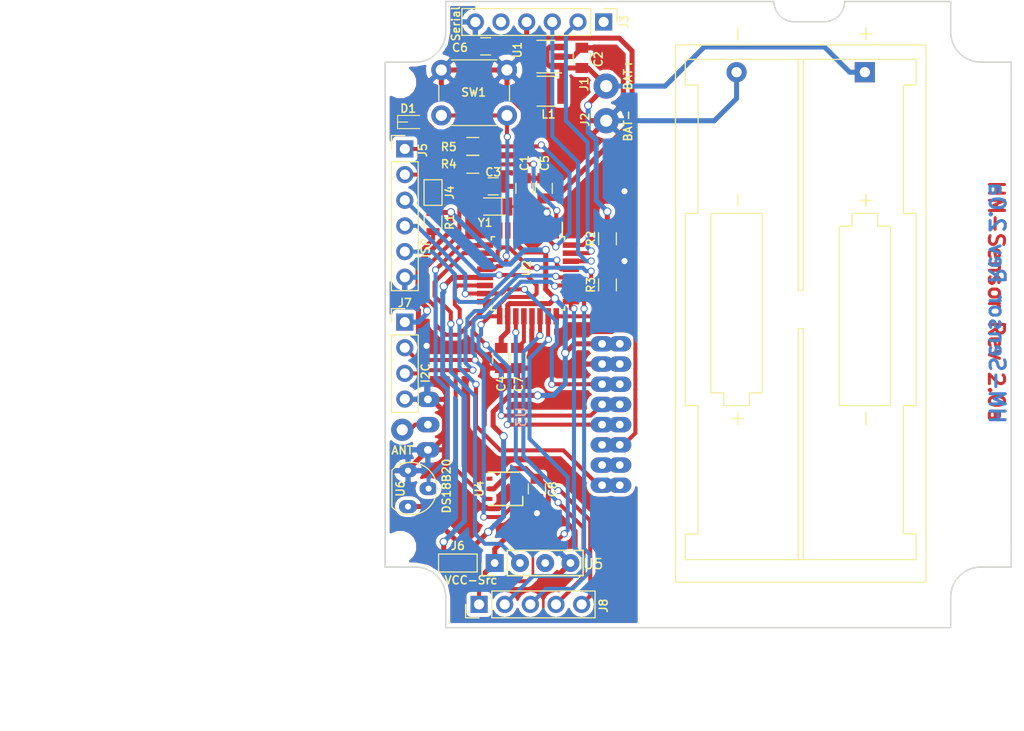
<source format=kicad_pcb>
(kicad_pcb (version 4) (host pcbnew 4.0.6)

  (general
    (links 97)
    (no_connects 0)
    (area 59.650001 78.893999 165.047859 153.200001)
    (thickness 1.6)
    (drawings 29)
    (tracks 588)
    (zones 0)
    (modules 37)
    (nets 39)
  )

  (page A4)
  (layers
    (0 F.Cu signal)
    (31 B.Cu signal)
    (36 B.SilkS user)
    (37 F.SilkS user)
    (38 B.Mask user)
    (39 F.Mask user)
    (40 Dwgs.User user)
    (41 Cmts.User user)
    (44 Edge.Cuts user)
    (45 Margin user)
    (46 B.CrtYd user hide)
    (47 F.CrtYd user hide)
    (48 B.Fab user hide)
    (49 F.Fab user hide)
  )

  (setup
    (last_trace_width 0.25)
    (user_trace_width 0.25)
    (user_trace_width 0.4)
    (user_trace_width 0.5)
    (trace_clearance 0.205)
    (zone_clearance 0.381)
    (zone_45_only no)
    (trace_min 0.21)
    (segment_width 0.2)
    (edge_width 0.15)
    (via_size 0.7)
    (via_drill 0.5)
    (via_min_size 0.4)
    (via_min_drill 0.3)
    (uvia_size 0.3)
    (uvia_drill 0.1)
    (uvias_allowed no)
    (uvia_min_size 0.2)
    (uvia_min_drill 0.1)
    (pcb_text_width 0.3)
    (pcb_text_size 1.5 1.5)
    (mod_edge_width 0.15)
    (mod_text_size 0.8 0.8)
    (mod_text_width 0.15)
    (pad_size 2.4 2.4)
    (pad_drill 2.4)
    (pad_to_mask_clearance 0.15)
    (solder_mask_min_width 0.15)
    (aux_axis_origin 0 0)
    (visible_elements 7FFFEF7F)
    (pcbplotparams
      (layerselection 0x010f0_80000001)
      (usegerberextensions true)
      (excludeedgelayer true)
      (linewidth 0.100000)
      (plotframeref false)
      (viasonmask false)
      (mode 1)
      (useauxorigin false)
      (hpglpennumber 1)
      (hpglpenspeed 20)
      (hpglpendiameter 15)
      (hpglpenoverlay 2)
      (psnegative false)
      (psa4output false)
      (plotreference true)
      (plotvalue true)
      (plotinvisibletext false)
      (padsonsilk false)
      (subtractmaskfromsilk false)
      (outputformat 1)
      (mirror false)
      (drillshape 0)
      (scaleselection 1)
      (outputdirectory ""))
  )

  (net 0 "")
  (net 1 "Net-(AE1-Pad1)")
  (net 2 /XTAL1)
  (net 3 GND)
  (net 4 /U-BAT)
  (net 5 /XTAL2)
  (net 6 +3V3)
  (net 7 "Net-(C7-Pad1)")
  (net 8 "Net-(D1-Pad1)")
  (net 9 "Net-(D1-Pad2)")
  (net 10 /DTR)
  (net 11 /TXD)
  (net 12 /RXD)
  (net 13 /CTS)
  (net 14 "Net-(J4-Pad1)")
  (net 15 /MISO)
  (net 16 /SCK)
  (net 17 /MOSI)
  (net 18 //RES)
  (net 19 /B1)
  (net 20 "Net-(L1-Pad1)")
  (net 21 /A1)
  (net 22 /D7)
  (net 23 /D3)
  (net 24 /D4)
  (net 25 /B0)
  (net 26 /D5)
  (net 27 /D6)
  (net 28 /B2)
  (net 29 /A0)
  (net 30 /A2)
  (net 31 /A3)
  (net 32 /SDA)
  (net 33 /SCL)
  (net 34 /D2)
  (net 35 "Net-(U3-Pad7)")
  (net 36 /A6)
  (net 37 /A7)
  (net 38 /U-Sens)

  (net_class Default "Dies ist die voreingestellte Netzklasse."
    (clearance 0.205)
    (trace_width 0.4)
    (via_dia 0.7)
    (via_drill 0.5)
    (uvia_dia 0.3)
    (uvia_drill 0.1)
    (add_net //RES)
    (add_net /A0)
    (add_net /A1)
    (add_net /A2)
    (add_net /A3)
    (add_net /A6)
    (add_net /A7)
    (add_net /B0)
    (add_net /B2)
    (add_net /CTS)
    (add_net /D2)
    (add_net /D3)
    (add_net /D4)
    (add_net /D5)
    (add_net /D6)
    (add_net /D7)
    (add_net /DTR)
    (add_net /MISO)
    (add_net /MOSI)
    (add_net /RXD)
    (add_net /SCK)
    (add_net /SCL)
    (add_net /SDA)
    (add_net /TXD)
    (add_net "Net-(AE1-Pad1)")
    (add_net "Net-(C7-Pad1)")
    (add_net "Net-(D1-Pad1)")
    (add_net "Net-(D1-Pad2)")
    (add_net "Net-(J4-Pad1)")
    (add_net "Net-(L1-Pad1)")
    (add_net "Net-(U3-Pad7)")
  )

  (net_class Power ""
    (clearance 0.205)
    (trace_width 0.5)
    (via_dia 0.8)
    (via_drill 0.6)
    (uvia_dia 0.3)
    (uvia_drill 0.1)
    (add_net +3V3)
    (add_net /B1)
    (add_net /U-BAT)
    (add_net /U-Sens)
    (add_net GND)
  )

  (net_class Thin ""
    (clearance 0.205)
    (trace_width 0.25)
    (via_dia 0.6)
    (via_drill 0.4)
    (uvia_dia 0.3)
    (uvia_drill 0.1)
    (add_net /XTAL1)
    (add_net /XTAL2)
  )

  (module Pin_Headers:Pin_Header_Straight_1x04_Pitch2.54mm (layer F.Cu) (tedit 58F696BA) (tstamp 58F69269)
    (at 99.949 110.744)
    (descr "Through hole straight pin header, 1x04, 2.54mm pitch, single row")
    (tags "Through hole pin header THT 1x04 2.54mm single row")
    (path /58F6D005)
    (fp_text reference J7 (at 0 -1.905) (layer F.SilkS)
      (effects (font (size 0.8 0.8) (thickness 0.15)))
    )
    (fp_text value I2C (at 2.051 5.056 90) (layer F.SilkS)
      (effects (font (size 0.8 0.8) (thickness 0.15)))
    )
    (fp_line (start -1.27 -1.27) (end -1.27 8.89) (layer F.Fab) (width 0.1))
    (fp_line (start -1.27 8.89) (end 1.27 8.89) (layer F.Fab) (width 0.1))
    (fp_line (start 1.27 8.89) (end 1.27 -1.27) (layer F.Fab) (width 0.1))
    (fp_line (start 1.27 -1.27) (end -1.27 -1.27) (layer F.Fab) (width 0.1))
    (fp_line (start -1.33 1.27) (end -1.33 8.95) (layer F.SilkS) (width 0.12))
    (fp_line (start -1.33 8.95) (end 1.33 8.95) (layer F.SilkS) (width 0.12))
    (fp_line (start 1.33 8.95) (end 1.33 1.27) (layer F.SilkS) (width 0.12))
    (fp_line (start 1.33 1.27) (end -1.33 1.27) (layer F.SilkS) (width 0.12))
    (fp_line (start -1.33 0) (end -1.33 -1.33) (layer F.SilkS) (width 0.12))
    (fp_line (start -1.33 -1.33) (end 0 -1.33) (layer F.SilkS) (width 0.12))
    (fp_line (start -1.8 -1.8) (end -1.8 9.4) (layer F.CrtYd) (width 0.05))
    (fp_line (start -1.8 9.4) (end 1.8 9.4) (layer F.CrtYd) (width 0.05))
    (fp_line (start 1.8 9.4) (end 1.8 -1.8) (layer F.CrtYd) (width 0.05))
    (fp_line (start 1.8 -1.8) (end -1.8 -1.8) (layer F.CrtYd) (width 0.05))
    (fp_text user %R (at 0 -2.33) (layer F.Fab)
      (effects (font (size 1 1) (thickness 0.15)))
    )
    (pad 1 thru_hole rect (at 0 0) (size 1.7 1.7) (drill 1) (layers *.Cu *.Mask)
      (net 6 +3V3))
    (pad 2 thru_hole oval (at 0 2.54) (size 1.7 1.7) (drill 1) (layers *.Cu *.Mask)
      (net 32 /SDA))
    (pad 3 thru_hole oval (at 0 5.08) (size 1.7 1.7) (drill 1) (layers *.Cu *.Mask)
      (net 33 /SCL))
    (pad 4 thru_hole oval (at 0 7.62) (size 1.7 1.7) (drill 1) (layers *.Cu *.Mask)
      (net 3 GND))
    (model ${KISYS3DMOD}/Pin_Headers.3dshapes/Pin_Header_Straight_1x04_Pitch2.54mm.wrl
      (at (xyz 0 -0.15 0))
      (scale (xyz 1 1 1))
      (rotate (xyz 0 0 90))
    )
  )

  (module Resistors_SMD:R_0805 (layer F.Cu) (tedit 58F698AF) (tstamp 58F683F0)
    (at 106.68 95.123)
    (descr "Resistor SMD 0805, reflow soldering, Vishay (see dcrcw.pdf)")
    (tags "resistor 0805")
    (path /58F14B57)
    (attr smd)
    (fp_text reference R4 (at -2.38 -0.023) (layer F.SilkS)
      (effects (font (size 0.8 0.8) (thickness 0.15)))
    )
    (fp_text value 330 (at 0 0) (layer F.Fab)
      (effects (font (size 0.8 0.8) (thickness 0.15)))
    )
    (fp_text user %R (at 0 0) (layer F.Fab)
      (effects (font (size 0.5 0.5) (thickness 0.075)))
    )
    (fp_line (start -1 0.62) (end -1 -0.62) (layer F.Fab) (width 0.1))
    (fp_line (start 1 0.62) (end -1 0.62) (layer F.Fab) (width 0.1))
    (fp_line (start 1 -0.62) (end 1 0.62) (layer F.Fab) (width 0.1))
    (fp_line (start -1 -0.62) (end 1 -0.62) (layer F.Fab) (width 0.1))
    (fp_line (start 0.6 0.88) (end -0.6 0.88) (layer F.SilkS) (width 0.12))
    (fp_line (start -0.6 -0.88) (end 0.6 -0.88) (layer F.SilkS) (width 0.12))
    (fp_line (start -1.55 -0.9) (end 1.55 -0.9) (layer F.CrtYd) (width 0.05))
    (fp_line (start -1.55 -0.9) (end -1.55 0.9) (layer F.CrtYd) (width 0.05))
    (fp_line (start 1.55 0.9) (end 1.55 -0.9) (layer F.CrtYd) (width 0.05))
    (fp_line (start 1.55 0.9) (end -1.55 0.9) (layer F.CrtYd) (width 0.05))
    (pad 1 smd rect (at -0.95 0) (size 0.7 1.3) (layers F.Cu F.Mask)
      (net 8 "Net-(D1-Pad1)"))
    (pad 2 smd rect (at 0.95 0) (size 0.7 1.3) (layers F.Cu F.Mask)
      (net 23 /D3))
    (model ${KISYS3DMOD}/Resistors_SMD.3dshapes/R_0805.wrl
      (at (xyz 0 0 0))
      (scale (xyz 1 1 1))
      (rotate (xyz 0 0 0))
    )
  )

  (module Mounting_Holes:MountingHole_2.5mm (layer F.Cu) (tedit 58FC84AD) (tstamp 59025385)
    (at 99.5 133)
    (descr "Mounting Hole 2.5mm, no annular")
    (tags "mounting hole 2.5mm no annular")
    (fp_text reference H1 (at 0 -3.5) (layer F.SilkS) hide
      (effects (font (size 0.8 0.8) (thickness 0.15)))
    )
    (fp_text value MountingHole_2.5mm (at 0 3.5) (layer F.Fab) hide
      (effects (font (size 0.8 0.8) (thickness 0.15)))
    )
    (fp_circle (center 0 0) (end 2.5 0) (layer Cmts.User) (width 0.15))
    (fp_circle (center 0 0) (end 2.75 0) (layer F.CrtYd) (width 0.05))
    (pad "" np_thru_hole circle (at 0 0) (size 2.4 2.4) (drill 2.4) (layers *.Cu *.Mask))
  )

  (module Wire_Pads:SolderWirePad_single_1-2mmDrill (layer F.Cu) (tedit 58F697AA) (tstamp 59025159)
    (at 119.888 87.376 90)
    (path /58F17EA2)
    (fp_text reference J1 (at 0.176 -2.188 90) (layer F.SilkS)
      (effects (font (size 0.8 0.8) (thickness 0.15)))
    )
    (fp_text value BAT+ (at 1.143 2.159 90) (layer F.SilkS)
      (effects (font (size 0.8 0.8) (thickness 0.15)))
    )
    (pad 1 thru_hole circle (at 0 0 90) (size 2.5 2.5) (drill 1.2) (layers *.Cu *.Mask)
      (net 4 /U-BAT))
  )

  (module Wire_Pads:SolderWirePad_single_1-2mmDrill (layer F.Cu) (tedit 58F69791) (tstamp 5902515E)
    (at 119.888 90.805 90)
    (path /58F18013)
    (fp_text reference J2 (at 0.105 -2.088 90) (layer F.SilkS)
      (effects (font (size 0.8 0.8) (thickness 0.15)))
    )
    (fp_text value BAT- (at -0.508 2.159 90) (layer F.SilkS)
      (effects (font (size 0.8 0.8) (thickness 0.15)))
    )
    (pad 1 thru_hole circle (at 0 0 90) (size 2.5 2.5) (drill 1.2) (layers *.Cu *.Mask)
      (net 3 GND))
  )

  (module Pin_Headers:Pin_Header_Straight_1x06_Pitch2.54mm (layer F.Cu) (tedit 58F6981C) (tstamp 59025168)
    (at 119.634 81.026 270)
    (descr "Through hole straight pin header, 1x06, 2.54mm pitch, single row")
    (tags "Through hole pin header THT 1x06 2.54mm single row")
    (path /58F2D758)
    (fp_text reference J3 (at 0 -2.032 270) (layer F.SilkS)
      (effects (font (size 0.8 0.8) (thickness 0.15)))
    )
    (fp_text value Serial (at 0.174 14.634 270) (layer F.SilkS)
      (effects (font (size 0.8 0.8) (thickness 0.15)))
    )
    (fp_line (start -1.27 -1.27) (end -1.27 13.97) (layer F.Fab) (width 0.1))
    (fp_line (start -1.27 13.97) (end 1.27 13.97) (layer F.Fab) (width 0.1))
    (fp_line (start 1.27 13.97) (end 1.27 -1.27) (layer F.Fab) (width 0.1))
    (fp_line (start 1.27 -1.27) (end -1.27 -1.27) (layer F.Fab) (width 0.1))
    (fp_line (start -1.33 1.27) (end -1.33 14.03) (layer F.SilkS) (width 0.12))
    (fp_line (start -1.33 14.03) (end 1.33 14.03) (layer F.SilkS) (width 0.12))
    (fp_line (start 1.33 14.03) (end 1.33 1.27) (layer F.SilkS) (width 0.12))
    (fp_line (start 1.33 1.27) (end -1.33 1.27) (layer F.SilkS) (width 0.12))
    (fp_line (start -1.33 0) (end -1.33 -1.33) (layer F.SilkS) (width 0.12))
    (fp_line (start -1.33 -1.33) (end 0 -1.33) (layer F.SilkS) (width 0.12))
    (fp_line (start -1.8 -1.8) (end -1.8 14.5) (layer F.CrtYd) (width 0.05))
    (fp_line (start -1.8 14.5) (end 1.8 14.5) (layer F.CrtYd) (width 0.05))
    (fp_line (start 1.8 14.5) (end 1.8 -1.8) (layer F.CrtYd) (width 0.05))
    (fp_line (start 1.8 -1.8) (end -1.8 -1.8) (layer F.CrtYd) (width 0.05))
    (fp_text user %R (at 0 -2.33 270) (layer F.Fab)
      (effects (font (size 1 1) (thickness 0.15)))
    )
    (pad 1 thru_hole rect (at 0 0 270) (size 1.7 1.7) (drill 1) (layers *.Cu *.Mask)
      (net 10 /DTR))
    (pad 2 thru_hole oval (at 0 2.54 270) (size 1.7 1.7) (drill 1) (layers *.Cu *.Mask)
      (net 11 /TXD))
    (pad 3 thru_hole oval (at 0 5.08 270) (size 1.7 1.7) (drill 1) (layers *.Cu *.Mask)
      (net 12 /RXD))
    (pad 4 thru_hole oval (at 0 7.62 270) (size 1.7 1.7) (drill 1) (layers *.Cu *.Mask)
      (net 6 +3V3))
    (pad 5 thru_hole oval (at 0 10.16 270) (size 1.7 1.7) (drill 1) (layers *.Cu *.Mask)
      (net 13 /CTS))
    (pad 6 thru_hole oval (at 0 12.7 270) (size 1.7 1.7) (drill 1) (layers *.Cu *.Mask)
      (net 3 GND))
    (model ${KISYS3DMOD}/Pin_Headers.3dshapes/Pin_Header_Straight_1x06_Pitch2.54mm.wrl
      (at (xyz 0 -0.25 0))
      (scale (xyz 1 1 1))
      (rotate (xyz 0 0 90))
    )
  )

  (module Connectors:GS2 (layer F.Cu) (tedit 58F696E1) (tstamp 5902516E)
    (at 102.743 97.917)
    (descr "2-pin solder bridge")
    (tags "solder bridge")
    (path /58F2D95A)
    (attr smd)
    (fp_text reference J4 (at 1.651 0 90) (layer F.SilkS)
      (effects (font (size 0.8 0.8) (thickness 0.15)))
    )
    (fp_text value GS2 (at 0.127 0.127 90) (layer F.Fab)
      (effects (font (size 0.8 0.8) (thickness 0.15)))
    )
    (fp_line (start 1.1 -1.45) (end 1.1 1.5) (layer F.CrtYd) (width 0.05))
    (fp_line (start 1.1 1.5) (end -1.1 1.5) (layer F.CrtYd) (width 0.05))
    (fp_line (start -1.1 1.5) (end -1.1 -1.45) (layer F.CrtYd) (width 0.05))
    (fp_line (start -1.1 -1.45) (end 1.1 -1.45) (layer F.CrtYd) (width 0.05))
    (fp_line (start -0.89 -1.27) (end -0.89 1.27) (layer F.SilkS) (width 0.12))
    (fp_line (start 0.89 1.27) (end 0.89 -1.27) (layer F.SilkS) (width 0.12))
    (fp_line (start 0.89 1.27) (end -0.89 1.27) (layer F.SilkS) (width 0.12))
    (fp_line (start -0.89 -1.27) (end 0.89 -1.27) (layer F.SilkS) (width 0.12))
    (pad 1 smd rect (at 0 -0.64) (size 1.27 0.97) (layers F.Cu F.Mask)
      (net 14 "Net-(J4-Pad1)"))
    (pad 2 smd rect (at 0 0.64) (size 1.27 0.97) (layers F.Cu F.Mask)
      (net 6 +3V3))
  )

  (module Pin_Headers:Pin_Header_Straight_1x06_Pitch2.54mm (layer F.Cu) (tedit 58F69708) (tstamp 59025178)
    (at 99.949 93.599)
    (descr "Through hole straight pin header, 1x06, 2.54mm pitch, single row")
    (tags "Through hole pin header THT 1x06 2.54mm single row")
    (path /58F2D831)
    (fp_text reference J5 (at 1.778 0.127 90) (layer F.SilkS)
      (effects (font (size 0.8 0.8) (thickness 0.15)))
    )
    (fp_text value ISP (at 2.051 9.801 90) (layer F.SilkS)
      (effects (font (size 0.8 0.8) (thickness 0.15)))
    )
    (fp_line (start -1.27 -1.27) (end -1.27 13.97) (layer F.Fab) (width 0.1))
    (fp_line (start -1.27 13.97) (end 1.27 13.97) (layer F.Fab) (width 0.1))
    (fp_line (start 1.27 13.97) (end 1.27 -1.27) (layer F.Fab) (width 0.1))
    (fp_line (start 1.27 -1.27) (end -1.27 -1.27) (layer F.Fab) (width 0.1))
    (fp_line (start -1.33 1.27) (end -1.33 14.03) (layer F.SilkS) (width 0.12))
    (fp_line (start -1.33 14.03) (end 1.33 14.03) (layer F.SilkS) (width 0.12))
    (fp_line (start 1.33 14.03) (end 1.33 1.27) (layer F.SilkS) (width 0.12))
    (fp_line (start 1.33 1.27) (end -1.33 1.27) (layer F.SilkS) (width 0.12))
    (fp_line (start -1.33 0) (end -1.33 -1.33) (layer F.SilkS) (width 0.12))
    (fp_line (start -1.33 -1.33) (end 0 -1.33) (layer F.SilkS) (width 0.12))
    (fp_line (start -1.8 -1.8) (end -1.8 14.5) (layer F.CrtYd) (width 0.05))
    (fp_line (start -1.8 14.5) (end 1.8 14.5) (layer F.CrtYd) (width 0.05))
    (fp_line (start 1.8 14.5) (end 1.8 -1.8) (layer F.CrtYd) (width 0.05))
    (fp_line (start 1.8 -1.8) (end -1.8 -1.8) (layer F.CrtYd) (width 0.05))
    (fp_text user %R (at 0 -2.33) (layer F.Fab)
      (effects (font (size 1 1) (thickness 0.15)))
    )
    (pad 1 thru_hole rect (at 0 0) (size 1.7 1.7) (drill 1) (layers *.Cu *.Mask)
      (net 15 /MISO))
    (pad 2 thru_hole oval (at 0 2.54) (size 1.7 1.7) (drill 1) (layers *.Cu *.Mask)
      (net 14 "Net-(J4-Pad1)"))
    (pad 3 thru_hole oval (at 0 5.08) (size 1.7 1.7) (drill 1) (layers *.Cu *.Mask)
      (net 16 /SCK))
    (pad 4 thru_hole oval (at 0 7.62) (size 1.7 1.7) (drill 1) (layers *.Cu *.Mask)
      (net 17 /MOSI))
    (pad 5 thru_hole oval (at 0 10.16) (size 1.7 1.7) (drill 1) (layers *.Cu *.Mask)
      (net 18 //RES))
    (pad 6 thru_hole oval (at 0 12.7) (size 1.7 1.7) (drill 1) (layers *.Cu *.Mask)
      (net 3 GND))
    (model ${KISYS3DMOD}/Pin_Headers.3dshapes/Pin_Header_Straight_1x06_Pitch2.54mm.wrl
      (at (xyz 0 -0.25 0))
      (scale (xyz 1 1 1))
      (rotate (xyz 0 0 90))
    )
  )

  (module Connectors:GS3 (layer F.Cu) (tedit 58F7C67B) (tstamp 5902517F)
    (at 105.2 134.6 270)
    (descr "3-pin solder bridge")
    (tags "solder bridge")
    (path /58F2D697)
    (attr smd)
    (fp_text reference J6 (at -1.7 0 360) (layer F.SilkS)
      (effects (font (size 0.8 0.8) (thickness 0.15)))
    )
    (fp_text value VCC-Src (at 1.7 -1.3 360) (layer F.SilkS)
      (effects (font (size 0.8 0.8) (thickness 0.15)))
    )
    (fp_line (start -1.15 -2.15) (end 1.15 -2.15) (layer F.CrtYd) (width 0.05))
    (fp_line (start 1.15 -2.15) (end 1.15 2.15) (layer F.CrtYd) (width 0.05))
    (fp_line (start 1.15 2.15) (end -1.15 2.15) (layer F.CrtYd) (width 0.05))
    (fp_line (start -1.15 2.15) (end -1.15 -2.15) (layer F.CrtYd) (width 0.05))
    (fp_line (start -0.89 -1.91) (end -0.89 1.91) (layer F.SilkS) (width 0.12))
    (fp_line (start -0.89 1.91) (end 0.89 1.91) (layer F.SilkS) (width 0.12))
    (fp_line (start 0.89 1.91) (end 0.89 -1.91) (layer F.SilkS) (width 0.12))
    (fp_line (start -0.89 -1.91) (end 0.89 -1.91) (layer F.SilkS) (width 0.12))
    (pad 1 smd rect (at 0 -1.27 270) (size 1.27 0.97) (layers F.Cu F.Mask)
      (net 6 +3V3))
    (pad 2 smd rect (at 0 0 270) (size 1.27 0.97) (layers F.Cu F.Mask)
      (net 38 /U-Sens))
    (pad 3 smd rect (at 0 1.27 270) (size 1.27 0.97) (layers F.Cu F.Mask)
      (net 19 /B1))
  )

  (module Buttons_Switches_THT:SW_PUSH_6mm_h5mm (layer F.Cu) (tedit 58F4E2A9) (tstamp 590251AB)
    (at 110.064 90.2806 180)
    (descr "tactile push button, 6x6mm e.g. PHAP33xx series, height=5mm")
    (tags "tact sw push 6mm")
    (path /58F2702C)
    (fp_text reference SW1 (at 3.302 2.286 180) (layer F.SilkS)
      (effects (font (size 0.8 0.8) (thickness 0.15)))
    )
    (fp_text value SW_Push (at 3.302 3.683 180) (layer F.Fab)
      (effects (font (size 0.8 0.8) (thickness 0.15)))
    )
    (fp_line (start 3.25 -0.75) (end 6.25 -0.75) (layer F.Fab) (width 0.1))
    (fp_line (start 6.25 -0.75) (end 6.25 5.25) (layer F.Fab) (width 0.1))
    (fp_line (start 6.25 5.25) (end 0.25 5.25) (layer F.Fab) (width 0.1))
    (fp_line (start 0.25 5.25) (end 0.25 -0.75) (layer F.Fab) (width 0.1))
    (fp_line (start 0.25 -0.75) (end 3.25 -0.75) (layer F.Fab) (width 0.1))
    (fp_line (start 7.75 6) (end 8 6) (layer F.CrtYd) (width 0.05))
    (fp_line (start 8 6) (end 8 5.75) (layer F.CrtYd) (width 0.05))
    (fp_line (start 7.75 -1.5) (end 8 -1.5) (layer F.CrtYd) (width 0.05))
    (fp_line (start 8 -1.5) (end 8 -1.25) (layer F.CrtYd) (width 0.05))
    (fp_line (start -1.5 -1.25) (end -1.5 -1.5) (layer F.CrtYd) (width 0.05))
    (fp_line (start -1.5 -1.5) (end -1.25 -1.5) (layer F.CrtYd) (width 0.05))
    (fp_line (start -1.5 5.75) (end -1.5 6) (layer F.CrtYd) (width 0.05))
    (fp_line (start -1.5 6) (end -1.25 6) (layer F.CrtYd) (width 0.05))
    (fp_line (start -1.25 -1.5) (end 7.75 -1.5) (layer F.CrtYd) (width 0.05))
    (fp_line (start -1.5 5.75) (end -1.5 -1.25) (layer F.CrtYd) (width 0.05))
    (fp_line (start 7.75 6) (end -1.25 6) (layer F.CrtYd) (width 0.05))
    (fp_line (start 8 -1.25) (end 8 5.75) (layer F.CrtYd) (width 0.05))
    (fp_line (start 1 5.5) (end 5.5 5.5) (layer F.SilkS) (width 0.12))
    (fp_line (start -0.25 1.5) (end -0.25 3) (layer F.SilkS) (width 0.12))
    (fp_line (start 5.5 -1) (end 1 -1) (layer F.SilkS) (width 0.12))
    (fp_line (start 6.75 3) (end 6.75 1.5) (layer F.SilkS) (width 0.12))
    (fp_circle (center 3.25 2.25) (end 1.25 2.5) (layer F.Fab) (width 0.1))
    (pad 2 thru_hole circle (at 0 4.5 270) (size 2 2) (drill 1.1) (layers *.Cu *.Mask)
      (net 3 GND))
    (pad 1 thru_hole circle (at 0 0 270) (size 2 2) (drill 1.1) (layers *.Cu *.Mask)
      (net 25 /B0))
    (pad 2 thru_hole circle (at 6.5 4.5 270) (size 2 2) (drill 1.1) (layers *.Cu *.Mask)
      (net 3 GND))
    (pad 1 thru_hole circle (at 6.5 0 270) (size 2 2) (drill 1.1) (layers *.Cu *.Mask)
      (net 25 /B0))
    (model Buttons_Switches_THT.3dshapes/SW_PUSH_6mm_h5mm.wrl
      (at (xyz 0.005 0 0))
      (scale (xyz 0.3937 0.3937 0.3937))
      (rotate (xyz 0 0 0))
    )
  )

  (module TO_SOT_Packages_SMD:SOT-23-5_HandSoldering (layer F.Cu) (tedit 58F69883) (tstamp 590251B4)
    (at 113.919 84.455 180)
    (descr "5-pin SOT23 package")
    (tags "SOT-23-5 hand-soldering")
    (path /58F179F6)
    (attr smd)
    (fp_text reference U1 (at 2.819 0.655 270) (layer F.SilkS)
      (effects (font (size 0.8 0.8) (thickness 0.15)))
    )
    (fp_text value MAX1724+ (at 0.127 0 180) (layer F.Fab)
      (effects (font (size 0.8 0.8) (thickness 0.15)))
    )
    (fp_text user %R (at 0 0 180) (layer F.Fab)
      (effects (font (size 0.5 0.5) (thickness 0.075)))
    )
    (fp_line (start -0.9 1.61) (end 0.9 1.61) (layer F.SilkS) (width 0.12))
    (fp_line (start 0.9 -1.61) (end -1.55 -1.61) (layer F.SilkS) (width 0.12))
    (fp_line (start -0.9 -0.9) (end -0.25 -1.55) (layer F.Fab) (width 0.1))
    (fp_line (start 0.9 -1.55) (end -0.25 -1.55) (layer F.Fab) (width 0.1))
    (fp_line (start -0.9 -0.9) (end -0.9 1.55) (layer F.Fab) (width 0.1))
    (fp_line (start 0.9 1.55) (end -0.9 1.55) (layer F.Fab) (width 0.1))
    (fp_line (start 0.9 -1.55) (end 0.9 1.55) (layer F.Fab) (width 0.1))
    (fp_line (start -2.38 -1.8) (end 2.38 -1.8) (layer F.CrtYd) (width 0.05))
    (fp_line (start -2.38 -1.8) (end -2.38 1.8) (layer F.CrtYd) (width 0.05))
    (fp_line (start 2.38 1.8) (end 2.38 -1.8) (layer F.CrtYd) (width 0.05))
    (fp_line (start 2.38 1.8) (end -2.38 1.8) (layer F.CrtYd) (width 0.05))
    (pad 1 smd rect (at -1.35 -0.95 180) (size 1.56 0.65) (layers F.Cu F.Mask)
      (net 4 /U-BAT))
    (pad 2 smd rect (at -1.35 0 180) (size 1.56 0.65) (layers F.Cu F.Mask)
      (net 3 GND))
    (pad 3 smd rect (at -1.35 0.95 180) (size 1.56 0.65) (layers F.Cu F.Mask)
      (net 4 /U-BAT))
    (pad 4 smd rect (at 1.35 0.95 180) (size 1.56 0.65) (layers F.Cu F.Mask)
      (net 6 +3V3))
    (pad 5 smd rect (at 1.35 -0.95 180) (size 1.56 0.65) (layers F.Cu F.Mask)
      (net 20 "Net-(L1-Pad1)"))
    (model ${KISYS3DMOD}/TO_SOT_Packages_SMD.3dshapes\SOT-23-5.wrl
      (at (xyz 0 0 0))
      (scale (xyz 1 1 1))
      (rotate (xyz 0 0 0))
    )
  )

  (module Housings_QFP:TQFP-32_7x7mm_Pitch0.8mm (layer F.Cu) (tedit 58F698C4) (tstamp 590251D8)
    (at 112.141 105.918 270)
    (descr "32-Lead Plastic Thin Quad Flatpack (PT) - 7x7x1.0 mm Body, 2.00 mm [TQFP] (see Microchip Packaging Specification 00000049BS.pdf)")
    (tags "QFP 0.8")
    (path /58F14A22)
    (attr smd)
    (fp_text reference U2 (at -0.518 0.141 270) (layer F.SilkS)
      (effects (font (size 0.8 0.8) (thickness 0.15)))
    )
    (fp_text value ATMEGA328P-AU (at 0 6.05 270) (layer F.Fab)
      (effects (font (size 0.8 0.8) (thickness 0.15)))
    )
    (fp_text user %R (at 0 0 270) (layer F.Fab)
      (effects (font (size 1 1) (thickness 0.15)))
    )
    (fp_line (start -2.5 -3.5) (end 3.5 -3.5) (layer F.Fab) (width 0.15))
    (fp_line (start 3.5 -3.5) (end 3.5 3.5) (layer F.Fab) (width 0.15))
    (fp_line (start 3.5 3.5) (end -3.5 3.5) (layer F.Fab) (width 0.15))
    (fp_line (start -3.5 3.5) (end -3.5 -2.5) (layer F.Fab) (width 0.15))
    (fp_line (start -3.5 -2.5) (end -2.5 -3.5) (layer F.Fab) (width 0.15))
    (fp_line (start -5.3 -5.3) (end -5.3 5.3) (layer F.CrtYd) (width 0.05))
    (fp_line (start 5.3 -5.3) (end 5.3 5.3) (layer F.CrtYd) (width 0.05))
    (fp_line (start -5.3 -5.3) (end 5.3 -5.3) (layer F.CrtYd) (width 0.05))
    (fp_line (start -5.3 5.3) (end 5.3 5.3) (layer F.CrtYd) (width 0.05))
    (fp_line (start -3.625 -3.625) (end -3.625 -3.4) (layer F.SilkS) (width 0.15))
    (fp_line (start 3.625 -3.625) (end 3.625 -3.3) (layer F.SilkS) (width 0.15))
    (fp_line (start 3.625 3.625) (end 3.625 3.3) (layer F.SilkS) (width 0.15))
    (fp_line (start -3.625 3.625) (end -3.625 3.3) (layer F.SilkS) (width 0.15))
    (fp_line (start -3.625 -3.625) (end -3.3 -3.625) (layer F.SilkS) (width 0.15))
    (fp_line (start -3.625 3.625) (end -3.3 3.625) (layer F.SilkS) (width 0.15))
    (fp_line (start 3.625 3.625) (end 3.3 3.625) (layer F.SilkS) (width 0.15))
    (fp_line (start 3.625 -3.625) (end 3.3 -3.625) (layer F.SilkS) (width 0.15))
    (fp_line (start -3.625 -3.4) (end -5.05 -3.4) (layer F.SilkS) (width 0.15))
    (pad 1 smd rect (at -4.25 -2.8 270) (size 1.6 0.55) (layers F.Cu F.Mask)
      (net 23 /D3))
    (pad 2 smd rect (at -4.25 -2 270) (size 1.6 0.55) (layers F.Cu F.Mask)
      (net 24 /D4))
    (pad 3 smd rect (at -4.25 -1.2 270) (size 1.6 0.55) (layers F.Cu F.Mask)
      (net 3 GND))
    (pad 4 smd rect (at -4.25 -0.4 270) (size 1.6 0.55) (layers F.Cu F.Mask)
      (net 6 +3V3))
    (pad 5 smd rect (at -4.25 0.4 270) (size 1.6 0.55) (layers F.Cu F.Mask)
      (net 3 GND))
    (pad 6 smd rect (at -4.25 1.2 270) (size 1.6 0.55) (layers F.Cu F.Mask)
      (net 6 +3V3))
    (pad 7 smd rect (at -4.25 2 270) (size 1.6 0.55) (layers F.Cu F.Mask)
      (net 2 /XTAL1))
    (pad 8 smd rect (at -4.25 2.8 270) (size 1.6 0.55) (layers F.Cu F.Mask)
      (net 5 /XTAL2))
    (pad 9 smd rect (at -2.8 4.25) (size 1.6 0.55) (layers F.Cu F.Mask)
      (net 26 /D5))
    (pad 10 smd rect (at -2 4.25) (size 1.6 0.55) (layers F.Cu F.Mask)
      (net 27 /D6))
    (pad 11 smd rect (at -1.2 4.25) (size 1.6 0.55) (layers F.Cu F.Mask)
      (net 22 /D7))
    (pad 12 smd rect (at -0.4 4.25) (size 1.6 0.55) (layers F.Cu F.Mask)
      (net 25 /B0))
    (pad 13 smd rect (at 0.4 4.25) (size 1.6 0.55) (layers F.Cu F.Mask)
      (net 19 /B1))
    (pad 14 smd rect (at 1.2 4.25) (size 1.6 0.55) (layers F.Cu F.Mask)
      (net 28 /B2))
    (pad 15 smd rect (at 2 4.25) (size 1.6 0.55) (layers F.Cu F.Mask)
      (net 17 /MOSI))
    (pad 16 smd rect (at 2.8 4.25) (size 1.6 0.55) (layers F.Cu F.Mask)
      (net 15 /MISO))
    (pad 17 smd rect (at 4.25 2.8 270) (size 1.6 0.55) (layers F.Cu F.Mask)
      (net 16 /SCK))
    (pad 18 smd rect (at 4.25 2 270) (size 1.6 0.55) (layers F.Cu F.Mask)
      (net 6 +3V3))
    (pad 19 smd rect (at 4.25 1.2 270) (size 1.6 0.55) (layers F.Cu F.Mask)
      (net 36 /A6))
    (pad 20 smd rect (at 4.25 0.4 270) (size 1.6 0.55) (layers F.Cu F.Mask)
      (net 7 "Net-(C7-Pad1)"))
    (pad 21 smd rect (at 4.25 -0.4 270) (size 1.6 0.55) (layers F.Cu F.Mask)
      (net 3 GND))
    (pad 22 smd rect (at 4.25 -1.2 270) (size 1.6 0.55) (layers F.Cu F.Mask)
      (net 37 /A7))
    (pad 23 smd rect (at 4.25 -2 270) (size 1.6 0.55) (layers F.Cu F.Mask)
      (net 29 /A0))
    (pad 24 smd rect (at 4.25 -2.8 270) (size 1.6 0.55) (layers F.Cu F.Mask)
      (net 21 /A1))
    (pad 25 smd rect (at 2.8 -4.25) (size 1.6 0.55) (layers F.Cu F.Mask)
      (net 30 /A2))
    (pad 26 smd rect (at 2 -4.25) (size 1.6 0.55) (layers F.Cu F.Mask)
      (net 31 /A3))
    (pad 27 smd rect (at 1.2 -4.25) (size 1.6 0.55) (layers F.Cu F.Mask)
      (net 32 /SDA))
    (pad 28 smd rect (at 0.4 -4.25) (size 1.6 0.55) (layers F.Cu F.Mask)
      (net 33 /SCL))
    (pad 29 smd rect (at -0.4 -4.25) (size 1.6 0.55) (layers F.Cu F.Mask)
      (net 18 //RES))
    (pad 30 smd rect (at -1.2 -4.25) (size 1.6 0.55) (layers F.Cu F.Mask)
      (net 12 /RXD))
    (pad 31 smd rect (at -2 -4.25) (size 1.6 0.55) (layers F.Cu F.Mask)
      (net 11 /TXD))
    (pad 32 smd rect (at -2.8 -4.25) (size 1.6 0.55) (layers F.Cu F.Mask)
      (net 34 /D2))
    (model Housings_QFP.3dshapes/TQFP-32_7x7mm_Pitch0.8mm.wrl
      (at (xyz 0 0 0))
      (scale (xyz 1 1 1))
      (rotate (xyz 0 0 0))
    )
  )

  (module Mounting_Holes:MountingHole_2.5mm (layer F.Cu) (tedit 58FC84A4) (tstamp 59025383)
    (at 99.5 87)
    (descr "Mounting Hole 2.5mm, no annular")
    (tags "mounting hole 2.5mm no annular")
    (fp_text reference H2 (at 0 -3.5) (layer F.SilkS) hide
      (effects (font (size 0.8 0.8) (thickness 0.15)))
    )
    (fp_text value MountingHole_2.5mm (at 0 3.5) (layer F.Fab) hide
      (effects (font (size 0.8 0.8) (thickness 0.15)))
    )
    (fp_circle (center 0 0) (end 2.5 0) (layer Cmts.User) (width 0.15))
    (fp_circle (center 0 0) (end 2.75 0) (layer F.CrtYd) (width 0.05))
    (pad "" np_thru_hole circle (at 0 0) (size 2.4 2.4) (drill 2.4) (layers *.Cu *.Mask))
  )

  (module Mounting_Holes:MountingHole_2.5mm (layer F.Cu) (tedit 58FC84B4) (tstamp 59025386)
    (at 158.5 133)
    (descr "Mounting Hole 2.5mm, no annular")
    (tags "mounting hole 2.5mm no annular")
    (fp_text reference H4 (at 0 -3.5) (layer F.SilkS) hide
      (effects (font (size 0.8 0.8) (thickness 0.15)))
    )
    (fp_text value MountingHole_2.5mm (at 0 3.5) (layer F.Fab) hide
      (effects (font (size 0.8 0.8) (thickness 0.15)))
    )
    (fp_circle (center 0 0) (end 2.5 0) (layer Cmts.User) (width 0.15))
    (fp_circle (center 0 0) (end 2.75 0) (layer F.CrtYd) (width 0.05))
    (pad "" np_thru_hole circle (at 0 0) (size 2.4 2.4) (drill 2.4) (layers *.Cu *.Mask))
  )

  (module Mounting_Holes:MountingHole_2.5mm (layer F.Cu) (tedit 58FC84BD) (tstamp 59025387)
    (at 158.5 87)
    (descr "Mounting Hole 2.5mm, no annular")
    (tags "mounting hole 2.5mm no annular")
    (fp_text reference H3 (at 0 -3.5) (layer F.SilkS) hide
      (effects (font (size 0.8 0.8) (thickness 0.15)))
    )
    (fp_text value MountingHole_2.5mm (at 0 3.5) (layer F.Fab) hide
      (effects (font (size 0.8 0.8) (thickness 0.15)))
    )
    (fp_circle (center 0 0) (end 2.5 0) (layer Cmts.User) (width 0.15))
    (fp_circle (center 0 0) (end 2.75 0) (layer F.CrtYd) (width 0.05))
    (pad "" np_thru_hole circle (at 0 0) (size 2.4 2.4) (drill 2.4) (layers *.Cu *.Mask))
  )

  (module MyLibs:Keystone_2468_2xAAA (layer F.Cu) (tedit 58FC5F5A) (tstamp 5902546C)
    (at 145.5 86 270)
    (descr "2xAAA cell battery holder, Keystone P/N 2468")
    (tags "AAA battery cell holder")
    (fp_text reference REF1 (at 0 -7 270) (layer F.SilkS) hide
      (effects (font (size 0.8 0.8) (thickness 0.15)))
    )
    (fp_text value Keystone_2468_2xAAA (at 24.95 7.8 270) (layer F.Fab) hide
      (effects (font (size 0.8 0.8) (thickness 0.15)))
    )
    (fp_text user - (at 34.29 0 270) (layer F.SilkS)
      (effects (font (size 1.5 1.5) (thickness 0.15)))
    )
    (fp_text user + (at 12.7 0 270) (layer F.SilkS)
      (effects (font (size 1.5 1.5) (thickness 0.15)))
    )
    (fp_line (start 50.9 19.15) (end 50.9 -6.45) (layer F.CrtYd) (width 0.05))
    (fp_line (start -3.1 19.15) (end 50.9 19.15) (layer F.CrtYd) (width 0.05))
    (fp_line (start -3.1 -6.45) (end -3.1 19.15) (layer F.CrtYd) (width 0.05))
    (fp_line (start 50.9 -6.45) (end -3.1 -6.45) (layer F.CrtYd) (width 0.05))
    (fp_line (start 50.5 18.75) (end 50.5 -6.05) (layer F.SilkS) (width 0.12))
    (fp_line (start -2.7 18.75) (end 50.5 18.75) (layer F.SilkS) (width 0.12))
    (fp_line (start -2.7 -6.05) (end -2.7 18.75) (layer F.SilkS) (width 0.12))
    (fp_line (start 50.5 -6.05) (end -2.7 -6.05) (layer F.SilkS) (width 0.12))
    (fp_line (start 13.97 15.24) (end 13.97 10.16) (layer F.SilkS) (width 0.12))
    (fp_line (start 13.97 10.16) (end 31.75 10.16) (layer F.SilkS) (width 0.12))
    (fp_line (start 31.75 10.16) (end 31.75 11.43) (layer F.SilkS) (width 0.12))
    (fp_line (start 31.75 11.43) (end 33.02 11.43) (layer F.SilkS) (width 0.12))
    (fp_line (start 33.02 11.43) (end 33.02 13.97) (layer F.SilkS) (width 0.12))
    (fp_line (start 33.02 13.97) (end 31.75 13.97) (layer F.SilkS) (width 0.12))
    (fp_line (start 31.75 13.97) (end 31.75 15.24) (layer F.SilkS) (width 0.12))
    (fp_line (start 31.75 15.24) (end 13.97 15.24) (layer F.SilkS) (width 0.12))
    (fp_line (start 33.02 -1.27) (end 33.02 2.54) (layer F.SilkS) (width 0.12))
    (fp_line (start 33.02 2.54) (end 15.24 2.54) (layer F.SilkS) (width 0.12))
    (fp_line (start 15.24 2.54) (end 15.24 1.27) (layer F.SilkS) (width 0.12))
    (fp_line (start 15.24 1.27) (end 13.97 1.27) (layer F.SilkS) (width 0.12))
    (fp_line (start 13.97 1.27) (end 13.97 -1.27) (layer F.SilkS) (width 0.12))
    (fp_line (start 13.97 -1.27) (end 15.24 -1.27) (layer F.SilkS) (width 0.12))
    (fp_line (start 15.24 -1.27) (end 15.24 -2.54) (layer F.SilkS) (width 0.12))
    (fp_line (start 15.24 -2.54) (end 33.02 -2.54) (layer F.SilkS) (width 0.12))
    (fp_line (start 33.02 -2.54) (end 33.02 -1.27) (layer F.SilkS) (width 0.12))
    (fp_line (start -1.27 6.096) (end 21.59 6.096) (layer F.SilkS) (width 0.12))
    (fp_line (start 21.59 6.096) (end 21.59 6.604) (layer F.SilkS) (width 0.12))
    (fp_line (start 21.59 6.604) (end -1.27 6.604) (layer F.SilkS) (width 0.12))
    (fp_line (start 48.26 6.096) (end 25.4 6.096) (layer F.SilkS) (width 0.12))
    (fp_line (start 25.4 6.096) (end 25.4 6.604) (layer F.SilkS) (width 0.12))
    (fp_line (start 25.4 6.604) (end 48.26 6.604) (layer F.SilkS) (width 0.12))
    (fp_line (start 13.97 16.51) (end 13.97 17.78) (layer F.SilkS) (width 0.12))
    (fp_line (start 13.97 17.78) (end 33.02 17.78) (layer F.SilkS) (width 0.12))
    (fp_line (start 33.02 17.78) (end 33.02 16.51) (layer F.SilkS) (width 0.12))
    (fp_line (start 45.72 -3.81) (end 33.02 -3.81) (layer F.SilkS) (width 0.12))
    (fp_line (start 33.02 -3.81) (end 33.02 -5.08) (layer F.SilkS) (width 0.12))
    (fp_line (start 33.02 -5.08) (end 13.97 -5.08) (layer F.SilkS) (width 0.12))
    (fp_line (start 13.97 -5.08) (end 13.97 -3.81) (layer F.SilkS) (width 0.12))
    (fp_line (start 45.72 16.51) (end 33.02 16.51) (layer F.SilkS) (width 0.12))
    (fp_line (start 1.27 -3.81) (end 13.97 -3.81) (layer F.SilkS) (width 0.12))
    (fp_line (start 1.27 -3.81) (end 1.27 -5.08) (layer F.SilkS) (width 0.12))
    (fp_line (start 1.27 -5.08) (end -1.27 -5.08) (layer F.SilkS) (width 0.12))
    (fp_line (start -1.27 -5.08) (end -1.27 17.78) (layer F.SilkS) (width 0.12))
    (fp_line (start -1.27 17.78) (end 1.27 17.78) (layer F.SilkS) (width 0.12))
    (fp_line (start 1.27 17.78) (end 1.27 16.51) (layer F.SilkS) (width 0.12))
    (fp_line (start 1.27 16.51) (end 13.97 16.51) (layer F.SilkS) (width 0.12))
    (fp_line (start 48.26 -5.08) (end 45.72 -5.08) (layer F.SilkS) (width 0.12))
    (fp_line (start 45.72 -5.08) (end 45.72 -3.81) (layer F.SilkS) (width 0.12))
    (fp_line (start 48.26 -5.08) (end 48.26 17.78) (layer F.SilkS) (width 0.12))
    (fp_line (start 48.26 17.78) (end 45.72 17.78) (layer F.SilkS) (width 0.12))
    (fp_line (start 45.72 17.78) (end 45.72 16.51) (layer F.SilkS) (width 0.12))
    (fp_line (start -2.6 18.65) (end -2.6 6.35) (layer F.Fab) (width 0.1))
    (fp_line (start 50.4 18.65) (end 50.4 -5.95) (layer F.Fab) (width 0.1))
    (fp_line (start -2.6 18.65) (end 50.4 18.65) (layer F.Fab) (width 0.1))
    (fp_line (start -2.6 6.35) (end -2.6 -5.95) (layer F.Fab) (width 0.1))
    (fp_line (start -2.6 -5.95) (end 50.4 -5.95) (layer F.Fab) (width 0.1))
    (fp_text user + (at 34.29 12.7 270) (layer F.SilkS)
      (effects (font (size 1.5 1.5) (thickness 0.15)))
    )
    (fp_text user - (at 12.7 12.7 270) (layer F.SilkS)
      (effects (font (size 1.5 1.5) (thickness 0.15)))
    )
    (fp_text user + (at -3.81 0 270) (layer F.SilkS)
      (effects (font (size 1.5 1.5) (thickness 0.15)))
    )
    (fp_text user - (at -3.81 12.7 270) (layer F.SilkS)
      (effects (font (size 1.5 1.5) (thickness 0.15)))
    )
    (pad 1 thru_hole rect (at 0 0 270) (size 2 2) (drill 1.02) (layers *.Cu *.Mask)
      (net 4 /U-BAT))
    (pad 2 thru_hole circle (at 0 12.7 270) (size 2 2) (drill 1.02) (layers *.Cu *.Mask)
      (net 3 GND))
    (pad "" np_thru_hole circle (at 23.5 12.75 270) (size 3.5 3.5) (drill 3.5) (layers *.Cu *.Mask))
    (pad "" np_thru_hole circle (at 23.5 0 270) (size 3.5 3.5) (drill 3.5) (layers *.Cu *.Mask))
  )

  (module MyLibs:TO-92_Molded_Oval (layer F.Cu) (tedit 58FBE316) (tstamp 59025201)
    (at 100.2684 127.2323 270)
    (descr "TO-92 leads molded, narrow, oval pads, drill 0.8mm (see NXP sot054_po.pdf)")
    (tags "to-92 sc-43 sc-43a sot54 PA33 transistor")
    (path /58F27C6F)
    (fp_text reference U6 (at 0 0.762 270) (layer F.SilkS)
      (effects (font (size 0.8 0.8) (thickness 0.15)))
    )
    (fp_text value DS18B20 (at -0.254 -3.81 270) (layer F.SilkS)
      (effects (font (size 0.8 0.8) (thickness 0.15)))
    )
    (fp_text user %R (at 0 -4 270) (layer F.Fab)
      (effects (font (size 1 1) (thickness 0.15)))
    )
    (fp_line (start -1.8 1.596) (end 1.8 1.596) (layer F.SilkS) (width 0.12))
    (fp_line (start -1.77 1.496) (end 1.73 1.496) (layer F.Fab) (width 0.1))
    (fp_line (start -2.73 -2.984) (end 2.73 -2.984) (layer F.CrtYd) (width 0.05))
    (fp_line (start -2.73 -2.984) (end -2.73 1.756) (layer F.CrtYd) (width 0.05))
    (fp_line (start 2.73 1.756) (end 2.73 -2.984) (layer F.CrtYd) (width 0.05))
    (fp_line (start 2.73 1.756) (end -2.73 1.756) (layer F.CrtYd) (width 0.05))
    (fp_arc (start 0 -0.254) (end 0 -2.734) (angle 135) (layer F.Fab) (width 0.1))
    (fp_arc (start 0 -0.254) (end 0 -2.854) (angle -135) (layer F.SilkS) (width 0.12))
    (fp_arc (start 0 -0.254) (end 0 -2.734) (angle -135) (layer F.Fab) (width 0.1))
    (fp_arc (start 0 -0.254) (end 0 -2.854) (angle 135) (layer F.SilkS) (width 0.12))
    (pad 2 thru_hole oval (at 0 -2.032) (size 1.8 1.3) (drill 0.6) (layers *.Cu *.Mask)
      (net 26 /D5))
    (pad 1 thru_hole oval (at -1.778 0 270) (size 1.3 1.8) (drill 0.6) (layers *.Cu *.Mask)
      (net 3 GND))
    (pad 3 thru_hole oval (at 1.778 0) (size 1.8 1.3) (drill 0.6) (layers *.Cu *.Mask)
      (net 38 /U-Sens))
    (model ${KISYS3DMOD}/TO_SOT_Packages_THT.3dshapes/TO-92_Molded_Narrow_Oval.wrl
      (at (xyz 0.05 0 0))
      (scale (xyz 1 1 1))
      (rotate (xyz 0 0 -90))
    )
  )

  (module Wire_Pads:SolderWirePad_single_1-2mmDrill (layer F.Cu) (tedit 58F693F1) (tstamp 58F3F9F6)
    (at 99.695 121.412)
    (fp_text reference ANT (at 0 2.032) (layer F.SilkS)
      (effects (font (size 0.8 0.8) (thickness 0.15)))
    )
    (fp_text value SolderWirePad_single_1-2mmDrill (at -1.905 3.175) (layer F.Fab) hide
      (effects (font (size 0.8 0.8) (thickness 0.15)))
    )
    (pad 1 thru_hole circle (at 0 0) (size 2.2 2.2) (drill 1.1) (layers *.Cu *.Mask)
      (net 1 "Net-(AE1-Pad1)"))
  )

  (module MyLibs:Crystal_32KHz_CC7V_T1A (layer F.Cu) (tedit 58F4E234) (tstamp 59025207)
    (at 108.9 99.3)
    (path /58F14C5E)
    (fp_text reference Y1 (at -1 1.6) (layer F.SilkS)
      (effects (font (size 0.8 0.8) (thickness 0.15)))
    )
    (fp_text value 32.768kHz (at 0.254 0) (layer F.Fab)
      (effects (font (size 0.8 0.8) (thickness 0.15)))
    )
    (fp_line (start -1.8 -0.9) (end 1.7 -0.9) (layer F.Fab) (width 0.05))
    (fp_line (start 1.7 -0.9) (end 1.7 0.9) (layer F.Fab) (width 0.05))
    (fp_line (start 1.7 0.9) (end -1.8 0.9) (layer F.Fab) (width 0.05))
    (fp_line (start -1.8 0.9) (end -1.8 -0.9) (layer F.Fab) (width 0.05))
    (fp_line (start -1.15 0.85) (end 1 0.85) (layer F.SilkS) (width 0.12))
    (fp_line (start -1.15 -0.85) (end 1 -0.85) (layer F.SilkS) (width 0.12))
    (fp_line (start -1.65 -0.75) (end 1.55 -0.75) (layer F.CrtYd) (width 0.08))
    (fp_line (start 1.55 -0.75) (end 1.55 0.75) (layer F.CrtYd) (width 0.08))
    (fp_line (start 1.55 0.75) (end -1.65 0.75) (layer F.CrtYd) (width 0.08))
    (fp_line (start -1.65 0.75) (end -1.65 -0.75) (layer F.CrtYd) (width 0.08))
    (pad 1 smd rect (at -1.3 0) (size 1 1.8) (layers F.Cu F.Mask)
      (net 5 /XTAL2))
    (pad 2 smd rect (at 1.2 0) (size 1 1.8) (layers F.Cu F.Mask)
      (net 2 /XTAL1))
  )

  (module MyLibs:LED-Dual-SMD-0603 (layer F.Cu) (tedit 58F4E363) (tstamp 59025154)
    (at 100.33 90.932 180)
    (path /58F1678C)
    (fp_text reference D1 (at 0.051 1.338 180) (layer F.SilkS)
      (effects (font (size 0.8 0.8) (thickness 0.15)))
    )
    (fp_text value LED_Dual_AACC (at 0 1.4 180) (layer F.Fab) hide
      (effects (font (size 0.8 0.8) (thickness 0.15)))
    )
    (fp_line (start 0.05 0.15) (end 0.05 0.35) (layer F.Fab) (width 0.08))
    (fp_line (start -0.15 0.35) (end -0.15 0.15) (layer F.Fab) (width 0.08))
    (fp_line (start -0.15 0.15) (end 0 0.25) (layer F.Fab) (width 0.08))
    (fp_line (start 0 0.25) (end -0.15 0.35) (layer F.Fab) (width 0.08))
    (fp_line (start -0.35 0.25) (end 0.35 0.25) (layer F.Fab) (width 0.08))
    (fp_line (start 0.05 -0.15) (end 0.05 -0.35) (layer F.Fab) (width 0.08))
    (fp_line (start -0.15 -0.15) (end -0.15 -0.35) (layer F.Fab) (width 0.08))
    (fp_line (start -0.15 -0.35) (end 0 -0.25) (layer F.Fab) (width 0.08))
    (fp_line (start 0 -0.25) (end -0.15 -0.15) (layer F.Fab) (width 0.08))
    (fp_line (start -0.35 -0.25) (end 0.35 -0.25) (layer F.Fab) (width 0.08))
    (fp_line (start -1 -0.45) (end -1 0.45) (layer F.Fab) (width 0.08))
    (fp_line (start -1 0.45) (end 0.9 0.45) (layer F.Fab) (width 0.08))
    (fp_line (start 0.9 0.45) (end 0.9 -0.45) (layer F.Fab) (width 0.08))
    (fp_line (start 0.9 -0.45) (end -1 -0.45) (layer F.Fab) (width 0.08))
    (fp_line (start 0.1 0) (end 1.1 0) (layer F.SilkS) (width 0.1))
    (fp_line (start -1.1 -0.65) (end 1.1 -0.65) (layer F.SilkS) (width 0.1))
    (fp_line (start 1.1 -0.65) (end 1.1 0.65) (layer F.SilkS) (width 0.1))
    (fp_line (start 1.1 0.65) (end -1.1 0.65) (layer F.SilkS) (width 0.1))
    (fp_line (start -1.1 -0.65) (end 1.1 -0.65) (layer F.CrtYd) (width 0.05))
    (fp_line (start 1.1 -0.65) (end 1.1 0.65) (layer F.CrtYd) (width 0.05))
    (fp_line (start 1.1 0.65) (end -1.1 0.65) (layer F.CrtYd) (width 0.05))
    (fp_line (start -1.1 0.65) (end -1.1 -0.65) (layer F.CrtYd) (width 0.05))
    (pad 1 smd rect (at -0.65 -0.35 180) (size 0.7 0.4) (layers F.Cu F.Mask)
      (net 8 "Net-(D1-Pad1)"))
    (pad 3 smd rect (at 0.65 -0.35 180) (size 0.7 0.4) (layers F.Cu F.Mask)
      (net 3 GND))
    (pad 2 smd rect (at -0.65 0.35 180) (size 0.7 0.4) (layers F.Cu F.Mask)
      (net 9 "Net-(D1-Pad2)"))
    (pad 4 smd rect (at 0.65 0.35 180) (size 0.7 0.4) (layers F.Cu F.Mask)
      (net 3 GND))
  )

  (module Capacitors_SMD:C_0805 (layer F.Cu) (tedit 58F69899) (tstamp 58F683B4)
    (at 111.8 97.5 90)
    (descr "Capacitor SMD 0805, reflow soldering, AVX (see smccp.pdf)")
    (tags "capacitor 0805")
    (path /58F14EF9)
    (attr smd)
    (fp_text reference C1 (at 2.5 0 90) (layer F.SilkS)
      (effects (font (size 0.8 0.8) (thickness 0.15)))
    )
    (fp_text value 10pF (at 0 0 90) (layer F.Fab)
      (effects (font (size 0.8 0.8) (thickness 0.15)))
    )
    (fp_text user %R (at 0 -1.5 90) (layer F.Fab)
      (effects (font (size 1 1) (thickness 0.15)))
    )
    (fp_line (start -1 0.62) (end -1 -0.62) (layer F.Fab) (width 0.1))
    (fp_line (start 1 0.62) (end -1 0.62) (layer F.Fab) (width 0.1))
    (fp_line (start 1 -0.62) (end 1 0.62) (layer F.Fab) (width 0.1))
    (fp_line (start -1 -0.62) (end 1 -0.62) (layer F.Fab) (width 0.1))
    (fp_line (start 0.5 -0.85) (end -0.5 -0.85) (layer F.SilkS) (width 0.12))
    (fp_line (start -0.5 0.85) (end 0.5 0.85) (layer F.SilkS) (width 0.12))
    (fp_line (start -1.75 -0.88) (end 1.75 -0.88) (layer F.CrtYd) (width 0.05))
    (fp_line (start -1.75 -0.88) (end -1.75 0.87) (layer F.CrtYd) (width 0.05))
    (fp_line (start 1.75 0.87) (end 1.75 -0.88) (layer F.CrtYd) (width 0.05))
    (fp_line (start 1.75 0.87) (end -1.75 0.87) (layer F.CrtYd) (width 0.05))
    (pad 1 smd rect (at -1 0 90) (size 1 1.25) (layers F.Cu F.Mask)
      (net 2 /XTAL1))
    (pad 2 smd rect (at 1 0 90) (size 1 1.25) (layers F.Cu F.Mask)
      (net 3 GND))
    (model Capacitors_SMD.3dshapes/C_0805.wrl
      (at (xyz 0 0 0))
      (scale (xyz 1 1 1))
      (rotate (xyz 0 0 0))
    )
  )

  (module Capacitors_SMD:C_0805 (layer F.Cu) (tedit 58F69875) (tstamp 58F683B9)
    (at 117.475 84.582 90)
    (descr "Capacitor SMD 0805, reflow soldering, AVX (see smccp.pdf)")
    (tags "capacitor 0805")
    (path /58F180ED)
    (attr smd)
    (fp_text reference C2 (at -0.127 1.651 90) (layer F.SilkS)
      (effects (font (size 0.8 0.8) (thickness 0.15)))
    )
    (fp_text value 10uF (at 0.127 0 90) (layer F.Fab)
      (effects (font (size 0.8 0.8) (thickness 0.15)))
    )
    (fp_text user %R (at 0 -1.5 90) (layer F.Fab)
      (effects (font (size 1 1) (thickness 0.15)))
    )
    (fp_line (start -1 0.62) (end -1 -0.62) (layer F.Fab) (width 0.1))
    (fp_line (start 1 0.62) (end -1 0.62) (layer F.Fab) (width 0.1))
    (fp_line (start 1 -0.62) (end 1 0.62) (layer F.Fab) (width 0.1))
    (fp_line (start -1 -0.62) (end 1 -0.62) (layer F.Fab) (width 0.1))
    (fp_line (start 0.5 -0.85) (end -0.5 -0.85) (layer F.SilkS) (width 0.12))
    (fp_line (start -0.5 0.85) (end 0.5 0.85) (layer F.SilkS) (width 0.12))
    (fp_line (start -1.75 -0.88) (end 1.75 -0.88) (layer F.CrtYd) (width 0.05))
    (fp_line (start -1.75 -0.88) (end -1.75 0.87) (layer F.CrtYd) (width 0.05))
    (fp_line (start 1.75 0.87) (end 1.75 -0.88) (layer F.CrtYd) (width 0.05))
    (fp_line (start 1.75 0.87) (end -1.75 0.87) (layer F.CrtYd) (width 0.05))
    (pad 1 smd rect (at -1 0 90) (size 1 1.25) (layers F.Cu F.Mask)
      (net 4 /U-BAT))
    (pad 2 smd rect (at 1 0 90) (size 1 1.25) (layers F.Cu F.Mask)
      (net 3 GND))
    (model Capacitors_SMD.3dshapes/C_0805.wrl
      (at (xyz 0 0 0))
      (scale (xyz 1 1 1))
      (rotate (xyz 0 0 0))
    )
  )

  (module Capacitors_SMD:C_0805 (layer F.Cu) (tedit 58F6989F) (tstamp 58F683BE)
    (at 108.7 97.3)
    (descr "Capacitor SMD 0805, reflow soldering, AVX (see smccp.pdf)")
    (tags "capacitor 0805")
    (path /58F14F60)
    (attr smd)
    (fp_text reference C3 (at 0 -1.4) (layer F.SilkS)
      (effects (font (size 0.8 0.8) (thickness 0.15)))
    )
    (fp_text value 10pF (at 0.127 0) (layer F.Fab)
      (effects (font (size 0.8 0.8) (thickness 0.15)))
    )
    (fp_text user %R (at 0 -1.5) (layer F.Fab)
      (effects (font (size 1 1) (thickness 0.15)))
    )
    (fp_line (start -1 0.62) (end -1 -0.62) (layer F.Fab) (width 0.1))
    (fp_line (start 1 0.62) (end -1 0.62) (layer F.Fab) (width 0.1))
    (fp_line (start 1 -0.62) (end 1 0.62) (layer F.Fab) (width 0.1))
    (fp_line (start -1 -0.62) (end 1 -0.62) (layer F.Fab) (width 0.1))
    (fp_line (start 0.5 -0.85) (end -0.5 -0.85) (layer F.SilkS) (width 0.12))
    (fp_line (start -0.5 0.85) (end 0.5 0.85) (layer F.SilkS) (width 0.12))
    (fp_line (start -1.75 -0.88) (end 1.75 -0.88) (layer F.CrtYd) (width 0.05))
    (fp_line (start -1.75 -0.88) (end -1.75 0.87) (layer F.CrtYd) (width 0.05))
    (fp_line (start 1.75 0.87) (end 1.75 -0.88) (layer F.CrtYd) (width 0.05))
    (fp_line (start 1.75 0.87) (end -1.75 0.87) (layer F.CrtYd) (width 0.05))
    (pad 1 smd rect (at -1 0) (size 1 1.25) (layers F.Cu F.Mask)
      (net 5 /XTAL2))
    (pad 2 smd rect (at 1 0) (size 1 1.25) (layers F.Cu F.Mask)
      (net 3 GND))
    (model Capacitors_SMD.3dshapes/C_0805.wrl
      (at (xyz 0 0 0))
      (scale (xyz 1 1 1))
      (rotate (xyz 0 0 0))
    )
  )

  (module Capacitors_SMD:C_0805 (layer F.Cu) (tedit 58F698F4) (tstamp 58F683C3)
    (at 109.5 114.3 270)
    (descr "Capacitor SMD 0805, reflow soldering, AVX (see smccp.pdf)")
    (tags "capacitor 0805")
    (path /58F15062)
    (attr smd)
    (fp_text reference C4 (at 2.54 0 270) (layer F.SilkS)
      (effects (font (size 0.8 0.8) (thickness 0.15)))
    )
    (fp_text value 100nF (at 0 0 270) (layer F.Fab)
      (effects (font (size 0.8 0.8) (thickness 0.15)))
    )
    (fp_text user %R (at 0 -1.5 270) (layer F.Fab)
      (effects (font (size 1 1) (thickness 0.15)))
    )
    (fp_line (start -1 0.62) (end -1 -0.62) (layer F.Fab) (width 0.1))
    (fp_line (start 1 0.62) (end -1 0.62) (layer F.Fab) (width 0.1))
    (fp_line (start 1 -0.62) (end 1 0.62) (layer F.Fab) (width 0.1))
    (fp_line (start -1 -0.62) (end 1 -0.62) (layer F.Fab) (width 0.1))
    (fp_line (start 0.5 -0.85) (end -0.5 -0.85) (layer F.SilkS) (width 0.12))
    (fp_line (start -0.5 0.85) (end 0.5 0.85) (layer F.SilkS) (width 0.12))
    (fp_line (start -1.75 -0.88) (end 1.75 -0.88) (layer F.CrtYd) (width 0.05))
    (fp_line (start -1.75 -0.88) (end -1.75 0.87) (layer F.CrtYd) (width 0.05))
    (fp_line (start 1.75 0.87) (end 1.75 -0.88) (layer F.CrtYd) (width 0.05))
    (fp_line (start 1.75 0.87) (end -1.75 0.87) (layer F.CrtYd) (width 0.05))
    (pad 1 smd rect (at -1 0 270) (size 1 1.25) (layers F.Cu F.Mask)
      (net 6 +3V3))
    (pad 2 smd rect (at 1 0 270) (size 1 1.25) (layers F.Cu F.Mask)
      (net 3 GND))
    (model Capacitors_SMD.3dshapes/C_0805.wrl
      (at (xyz 0 0 0))
      (scale (xyz 1 1 1))
      (rotate (xyz 0 0 0))
    )
  )

  (module Capacitors_SMD:C_0805 (layer F.Cu) (tedit 58F69891) (tstamp 58F683C8)
    (at 113.7 97.5 90)
    (descr "Capacitor SMD 0805, reflow soldering, AVX (see smccp.pdf)")
    (tags "capacitor 0805")
    (path /58F1502D)
    (attr smd)
    (fp_text reference C5 (at 2.5 0.1 90) (layer F.SilkS)
      (effects (font (size 0.8 0.8) (thickness 0.15)))
    )
    (fp_text value 100nF (at 0 0.127 90) (layer F.Fab)
      (effects (font (size 0.8 0.8) (thickness 0.15)))
    )
    (fp_text user %R (at 0 -1.5 90) (layer F.Fab)
      (effects (font (size 1 1) (thickness 0.15)))
    )
    (fp_line (start -1 0.62) (end -1 -0.62) (layer F.Fab) (width 0.1))
    (fp_line (start 1 0.62) (end -1 0.62) (layer F.Fab) (width 0.1))
    (fp_line (start 1 -0.62) (end 1 0.62) (layer F.Fab) (width 0.1))
    (fp_line (start -1 -0.62) (end 1 -0.62) (layer F.Fab) (width 0.1))
    (fp_line (start 0.5 -0.85) (end -0.5 -0.85) (layer F.SilkS) (width 0.12))
    (fp_line (start -0.5 0.85) (end 0.5 0.85) (layer F.SilkS) (width 0.12))
    (fp_line (start -1.75 -0.88) (end 1.75 -0.88) (layer F.CrtYd) (width 0.05))
    (fp_line (start -1.75 -0.88) (end -1.75 0.87) (layer F.CrtYd) (width 0.05))
    (fp_line (start 1.75 0.87) (end 1.75 -0.88) (layer F.CrtYd) (width 0.05))
    (fp_line (start 1.75 0.87) (end -1.75 0.87) (layer F.CrtYd) (width 0.05))
    (pad 1 smd rect (at -1 0 90) (size 1 1.25) (layers F.Cu F.Mask)
      (net 6 +3V3))
    (pad 2 smd rect (at 1 0 90) (size 1 1.25) (layers F.Cu F.Mask)
      (net 3 GND))
    (model Capacitors_SMD.3dshapes/C_0805.wrl
      (at (xyz 0 0 0))
      (scale (xyz 1 1 1))
      (rotate (xyz 0 0 0))
    )
  )

  (module Capacitors_SMD:C_0805 (layer F.Cu) (tedit 58F6987B) (tstamp 58F683CD)
    (at 107.95 83.439 180)
    (descr "Capacitor SMD 0805, reflow soldering, AVX (see smccp.pdf)")
    (tags "capacitor 0805")
    (path /58F1814E)
    (attr smd)
    (fp_text reference C6 (at 2.54 -0.127 180) (layer F.SilkS)
      (effects (font (size 0.8 0.8) (thickness 0.15)))
    )
    (fp_text value 10uF (at 0 0 180) (layer F.Fab)
      (effects (font (size 0.8 0.8) (thickness 0.15)))
    )
    (fp_text user %R (at 0 -1.5 180) (layer F.Fab)
      (effects (font (size 1 1) (thickness 0.15)))
    )
    (fp_line (start -1 0.62) (end -1 -0.62) (layer F.Fab) (width 0.1))
    (fp_line (start 1 0.62) (end -1 0.62) (layer F.Fab) (width 0.1))
    (fp_line (start 1 -0.62) (end 1 0.62) (layer F.Fab) (width 0.1))
    (fp_line (start -1 -0.62) (end 1 -0.62) (layer F.Fab) (width 0.1))
    (fp_line (start 0.5 -0.85) (end -0.5 -0.85) (layer F.SilkS) (width 0.12))
    (fp_line (start -0.5 0.85) (end 0.5 0.85) (layer F.SilkS) (width 0.12))
    (fp_line (start -1.75 -0.88) (end 1.75 -0.88) (layer F.CrtYd) (width 0.05))
    (fp_line (start -1.75 -0.88) (end -1.75 0.87) (layer F.CrtYd) (width 0.05))
    (fp_line (start 1.75 0.87) (end 1.75 -0.88) (layer F.CrtYd) (width 0.05))
    (fp_line (start 1.75 0.87) (end -1.75 0.87) (layer F.CrtYd) (width 0.05))
    (pad 1 smd rect (at -1 0 180) (size 1 1.25) (layers F.Cu F.Mask)
      (net 6 +3V3))
    (pad 2 smd rect (at 1 0 180) (size 1 1.25) (layers F.Cu F.Mask)
      (net 3 GND))
    (model Capacitors_SMD.3dshapes/C_0805.wrl
      (at (xyz 0 0 0))
      (scale (xyz 1 1 1))
      (rotate (xyz 0 0 0))
    )
  )

  (module Capacitors_SMD:C_0805 (layer F.Cu) (tedit 58F698ED) (tstamp 58F683D2)
    (at 111.1 114.3 270)
    (descr "Capacitor SMD 0805, reflow soldering, AVX (see smccp.pdf)")
    (tags "capacitor 0805")
    (path /58F14FB1)
    (attr smd)
    (fp_text reference C7 (at 2.6 -0.127 270) (layer F.SilkS)
      (effects (font (size 0.8 0.8) (thickness 0.15)))
    )
    (fp_text value 100nF (at 0 0 270) (layer F.Fab)
      (effects (font (size 0.8 0.8) (thickness 0.15)))
    )
    (fp_text user %R (at 0 -1.5 270) (layer F.Fab)
      (effects (font (size 1 1) (thickness 0.15)))
    )
    (fp_line (start -1 0.62) (end -1 -0.62) (layer F.Fab) (width 0.1))
    (fp_line (start 1 0.62) (end -1 0.62) (layer F.Fab) (width 0.1))
    (fp_line (start 1 -0.62) (end 1 0.62) (layer F.Fab) (width 0.1))
    (fp_line (start -1 -0.62) (end 1 -0.62) (layer F.Fab) (width 0.1))
    (fp_line (start 0.5 -0.85) (end -0.5 -0.85) (layer F.SilkS) (width 0.12))
    (fp_line (start -0.5 0.85) (end 0.5 0.85) (layer F.SilkS) (width 0.12))
    (fp_line (start -1.75 -0.88) (end 1.75 -0.88) (layer F.CrtYd) (width 0.05))
    (fp_line (start -1.75 -0.88) (end -1.75 0.87) (layer F.CrtYd) (width 0.05))
    (fp_line (start 1.75 0.87) (end 1.75 -0.88) (layer F.CrtYd) (width 0.05))
    (fp_line (start 1.75 0.87) (end -1.75 0.87) (layer F.CrtYd) (width 0.05))
    (pad 1 smd rect (at -1 0 270) (size 1 1.25) (layers F.Cu F.Mask)
      (net 7 "Net-(C7-Pad1)"))
    (pad 2 smd rect (at 1 0 270) (size 1 1.25) (layers F.Cu F.Mask)
      (net 3 GND))
    (model Capacitors_SMD.3dshapes/C_0805.wrl
      (at (xyz 0 0 0))
      (scale (xyz 1 1 1))
      (rotate (xyz 0 0 0))
    )
  )

  (module Capacitors_SMD:C_0805 (layer F.Cu) (tedit 58F69938) (tstamp 58F683D7)
    (at 113.03 127.254 270)
    (descr "Capacitor SMD 0805, reflow soldering, AVX (see smccp.pdf)")
    (tags "capacitor 0805")
    (path /58F29510)
    (attr smd)
    (fp_text reference C8 (at 0.046 -1.57 270) (layer F.SilkS)
      (effects (font (size 0.8 0.8) (thickness 0.15)))
    )
    (fp_text value 100nF (at -0.127 0 270) (layer F.Fab)
      (effects (font (size 0.8 0.8) (thickness 0.15)))
    )
    (fp_text user %R (at 0 -1.5 270) (layer F.Fab)
      (effects (font (size 1 1) (thickness 0.15)))
    )
    (fp_line (start -1 0.62) (end -1 -0.62) (layer F.Fab) (width 0.1))
    (fp_line (start 1 0.62) (end -1 0.62) (layer F.Fab) (width 0.1))
    (fp_line (start 1 -0.62) (end 1 0.62) (layer F.Fab) (width 0.1))
    (fp_line (start -1 -0.62) (end 1 -0.62) (layer F.Fab) (width 0.1))
    (fp_line (start 0.5 -0.85) (end -0.5 -0.85) (layer F.SilkS) (width 0.12))
    (fp_line (start -0.5 0.85) (end 0.5 0.85) (layer F.SilkS) (width 0.12))
    (fp_line (start -1.75 -0.88) (end 1.75 -0.88) (layer F.CrtYd) (width 0.05))
    (fp_line (start -1.75 -0.88) (end -1.75 0.87) (layer F.CrtYd) (width 0.05))
    (fp_line (start 1.75 0.87) (end 1.75 -0.88) (layer F.CrtYd) (width 0.05))
    (fp_line (start 1.75 0.87) (end -1.75 0.87) (layer F.CrtYd) (width 0.05))
    (pad 1 smd rect (at -1 0 270) (size 1 1.25) (layers F.Cu F.Mask)
      (net 38 /U-Sens))
    (pad 2 smd rect (at 1 0 270) (size 1 1.25) (layers F.Cu F.Mask)
      (net 3 GND))
    (model Capacitors_SMD.3dshapes/C_0805.wrl
      (at (xyz 0 0 0))
      (scale (xyz 1 1 1))
      (rotate (xyz 0 0 0))
    )
  )

  (module Inductors_SMD:L_1210 (layer F.Cu) (tedit 58F69870) (tstamp 58F683DC)
    (at 114.046 87.884)
    (descr "Resistor SMD 1210, reflow soldering, Vishay (see dcrcw.pdf)")
    (tags "resistor 1210")
    (path /58F17AD2)
    (attr smd)
    (fp_text reference L1 (at 0.127 2.286) (layer F.SilkS)
      (effects (font (size 0.8 0.8) (thickness 0.15)))
    )
    (fp_text value 10uH (at -0.127 0) (layer F.Fab)
      (effects (font (size 0.8 0.8) (thickness 0.15)))
    )
    (fp_line (start -1.6 1.25) (end -1.6 -1.25) (layer F.Fab) (width 0.1))
    (fp_line (start 1.6 1.25) (end -1.6 1.25) (layer F.Fab) (width 0.1))
    (fp_line (start 1.6 -1.25) (end 1.6 1.25) (layer F.Fab) (width 0.1))
    (fp_line (start -1.6 -1.25) (end 1.6 -1.25) (layer F.Fab) (width 0.1))
    (fp_line (start -2.2 -1.6) (end 2.2 -1.6) (layer F.CrtYd) (width 0.05))
    (fp_line (start -2.2 1.6) (end 2.2 1.6) (layer F.CrtYd) (width 0.05))
    (fp_line (start -2.2 -1.6) (end -2.2 1.6) (layer F.CrtYd) (width 0.05))
    (fp_line (start 2.2 -1.6) (end 2.2 1.6) (layer F.CrtYd) (width 0.05))
    (fp_line (start 1 1.48) (end -1 1.48) (layer F.SilkS) (width 0.12))
    (fp_line (start -1 -1.48) (end 1 -1.48) (layer F.SilkS) (width 0.12))
    (pad 1 smd rect (at -1.45 0) (size 0.9 2.5) (layers F.Cu F.Mask)
      (net 20 "Net-(L1-Pad1)"))
    (pad 2 smd rect (at 1.45 0) (size 0.9 2.5) (layers F.Cu F.Mask)
      (net 4 /U-BAT))
    (model Inductors_SMD.3dshapes\L_1210.wrl
      (at (xyz 0 0 0))
      (scale (xyz 1 1 1))
      (rotate (xyz 0 0 0))
    )
  )

  (module Resistors_SMD:R_0805 (layer F.Cu) (tedit 58F698D6) (tstamp 58F683E1)
    (at 102.743 100.838 270)
    (descr "Resistor SMD 0805, reflow soldering, Vishay (see dcrcw.pdf)")
    (tags "resistor 0805")
    (path /58F14AA5)
    (attr smd)
    (fp_text reference R1 (at 0 -1.65 270) (layer F.SilkS)
      (effects (font (size 0.8 0.8) (thickness 0.15)))
    )
    (fp_text value 10k (at 0 0 270) (layer F.Fab)
      (effects (font (size 0.8 0.8) (thickness 0.15)))
    )
    (fp_text user %R (at 0 0 270) (layer F.Fab)
      (effects (font (size 0.5 0.5) (thickness 0.075)))
    )
    (fp_line (start -1 0.62) (end -1 -0.62) (layer F.Fab) (width 0.1))
    (fp_line (start 1 0.62) (end -1 0.62) (layer F.Fab) (width 0.1))
    (fp_line (start 1 -0.62) (end 1 0.62) (layer F.Fab) (width 0.1))
    (fp_line (start -1 -0.62) (end 1 -0.62) (layer F.Fab) (width 0.1))
    (fp_line (start 0.6 0.88) (end -0.6 0.88) (layer F.SilkS) (width 0.12))
    (fp_line (start -0.6 -0.88) (end 0.6 -0.88) (layer F.SilkS) (width 0.12))
    (fp_line (start -1.55 -0.9) (end 1.55 -0.9) (layer F.CrtYd) (width 0.05))
    (fp_line (start -1.55 -0.9) (end -1.55 0.9) (layer F.CrtYd) (width 0.05))
    (fp_line (start 1.55 0.9) (end 1.55 -0.9) (layer F.CrtYd) (width 0.05))
    (fp_line (start 1.55 0.9) (end -1.55 0.9) (layer F.CrtYd) (width 0.05))
    (pad 1 smd rect (at -0.95 0 270) (size 0.7 1.3) (layers F.Cu F.Mask)
      (net 6 +3V3))
    (pad 2 smd rect (at 0.95 0 270) (size 0.7 1.3) (layers F.Cu F.Mask)
      (net 18 //RES))
    (model ${KISYS3DMOD}/Resistors_SMD.3dshapes/R_0805.wrl
      (at (xyz 0 0 0))
      (scale (xyz 1 1 1))
      (rotate (xyz 0 0 0))
    )
  )

  (module Resistors_SMD:R_0805 (layer F.Cu) (tedit 58F698CC) (tstamp 58F683E6)
    (at 120.015 102.489 90)
    (descr "Resistor SMD 0805, reflow soldering, Vishay (see dcrcw.pdf)")
    (tags "resistor 0805")
    (path /58F14B7E)
    (attr smd)
    (fp_text reference R2 (at 0 -1.65 90) (layer F.SilkS)
      (effects (font (size 0.8 0.8) (thickness 0.15)))
    )
    (fp_text value 470k (at 0 0 90) (layer F.Fab)
      (effects (font (size 0.8 0.8) (thickness 0.15)))
    )
    (fp_text user %R (at 0 0 90) (layer F.Fab)
      (effects (font (size 0.5 0.5) (thickness 0.075)))
    )
    (fp_line (start -1 0.62) (end -1 -0.62) (layer F.Fab) (width 0.1))
    (fp_line (start 1 0.62) (end -1 0.62) (layer F.Fab) (width 0.1))
    (fp_line (start 1 -0.62) (end 1 0.62) (layer F.Fab) (width 0.1))
    (fp_line (start -1 -0.62) (end 1 -0.62) (layer F.Fab) (width 0.1))
    (fp_line (start 0.6 0.88) (end -0.6 0.88) (layer F.SilkS) (width 0.12))
    (fp_line (start -0.6 -0.88) (end 0.6 -0.88) (layer F.SilkS) (width 0.12))
    (fp_line (start -1.55 -0.9) (end 1.55 -0.9) (layer F.CrtYd) (width 0.05))
    (fp_line (start -1.55 -0.9) (end -1.55 0.9) (layer F.CrtYd) (width 0.05))
    (fp_line (start 1.55 0.9) (end 1.55 -0.9) (layer F.CrtYd) (width 0.05))
    (fp_line (start 1.55 0.9) (end -1.55 0.9) (layer F.CrtYd) (width 0.05))
    (pad 1 smd rect (at -0.95 0 90) (size 0.7 1.3) (layers F.Cu F.Mask)
      (net 21 /A1))
    (pad 2 smd rect (at 0.95 0 90) (size 0.7 1.3) (layers F.Cu F.Mask)
      (net 4 /U-BAT))
    (model ${KISYS3DMOD}/Resistors_SMD.3dshapes/R_0805.wrl
      (at (xyz 0 0 0))
      (scale (xyz 1 1 1))
      (rotate (xyz 0 0 0))
    )
  )

  (module Resistors_SMD:R_0805 (layer F.Cu) (tedit 58F698C9) (tstamp 58F683EB)
    (at 120.015 107.061 90)
    (descr "Resistor SMD 0805, reflow soldering, Vishay (see dcrcw.pdf)")
    (tags "resistor 0805")
    (path /58F14C1C)
    (attr smd)
    (fp_text reference R3 (at 0 -1.65 90) (layer F.SilkS)
      (effects (font (size 0.8 0.8) (thickness 0.15)))
    )
    (fp_text value 100k (at 0 0 90) (layer F.Fab)
      (effects (font (size 0.8 0.8) (thickness 0.15)))
    )
    (fp_text user %R (at 0 0 90) (layer F.Fab)
      (effects (font (size 0.5 0.5) (thickness 0.075)))
    )
    (fp_line (start -1 0.62) (end -1 -0.62) (layer F.Fab) (width 0.1))
    (fp_line (start 1 0.62) (end -1 0.62) (layer F.Fab) (width 0.1))
    (fp_line (start 1 -0.62) (end 1 0.62) (layer F.Fab) (width 0.1))
    (fp_line (start -1 -0.62) (end 1 -0.62) (layer F.Fab) (width 0.1))
    (fp_line (start 0.6 0.88) (end -0.6 0.88) (layer F.SilkS) (width 0.12))
    (fp_line (start -0.6 -0.88) (end 0.6 -0.88) (layer F.SilkS) (width 0.12))
    (fp_line (start -1.55 -0.9) (end 1.55 -0.9) (layer F.CrtYd) (width 0.05))
    (fp_line (start -1.55 -0.9) (end -1.55 0.9) (layer F.CrtYd) (width 0.05))
    (fp_line (start 1.55 0.9) (end 1.55 -0.9) (layer F.CrtYd) (width 0.05))
    (fp_line (start 1.55 0.9) (end -1.55 0.9) (layer F.CrtYd) (width 0.05))
    (pad 1 smd rect (at -0.95 0 90) (size 0.7 1.3) (layers F.Cu F.Mask)
      (net 22 /D7))
    (pad 2 smd rect (at 0.95 0 90) (size 0.7 1.3) (layers F.Cu F.Mask)
      (net 21 /A1))
    (model ${KISYS3DMOD}/Resistors_SMD.3dshapes/R_0805.wrl
      (at (xyz 0 0 0))
      (scale (xyz 1 1 1))
      (rotate (xyz 0 0 0))
    )
  )

  (module Resistors_SMD:R_0805 (layer F.Cu) (tedit 58F698A8) (tstamp 58F683F5)
    (at 106.68 93.345)
    (descr "Resistor SMD 0805, reflow soldering, Vishay (see dcrcw.pdf)")
    (tags "resistor 0805")
    (path /58F14B26)
    (attr smd)
    (fp_text reference R5 (at -2.38 0.055) (layer F.SilkS)
      (effects (font (size 0.8 0.8) (thickness 0.15)))
    )
    (fp_text value 330 (at 0 0.127) (layer F.Fab)
      (effects (font (size 0.8 0.8) (thickness 0.15)))
    )
    (fp_text user %R (at 0 0) (layer F.Fab)
      (effects (font (size 0.5 0.5) (thickness 0.075)))
    )
    (fp_line (start -1 0.62) (end -1 -0.62) (layer F.Fab) (width 0.1))
    (fp_line (start 1 0.62) (end -1 0.62) (layer F.Fab) (width 0.1))
    (fp_line (start 1 -0.62) (end 1 0.62) (layer F.Fab) (width 0.1))
    (fp_line (start -1 -0.62) (end 1 -0.62) (layer F.Fab) (width 0.1))
    (fp_line (start 0.6 0.88) (end -0.6 0.88) (layer F.SilkS) (width 0.12))
    (fp_line (start -0.6 -0.88) (end 0.6 -0.88) (layer F.SilkS) (width 0.12))
    (fp_line (start -1.55 -0.9) (end 1.55 -0.9) (layer F.CrtYd) (width 0.05))
    (fp_line (start -1.55 -0.9) (end -1.55 0.9) (layer F.CrtYd) (width 0.05))
    (fp_line (start 1.55 0.9) (end 1.55 -0.9) (layer F.CrtYd) (width 0.05))
    (fp_line (start 1.55 0.9) (end -1.55 0.9) (layer F.CrtYd) (width 0.05))
    (pad 1 smd rect (at -0.95 0) (size 0.7 1.3) (layers F.Cu F.Mask)
      (net 9 "Net-(D1-Pad2)"))
    (pad 2 smd rect (at 0.95 0) (size 0.7 1.3) (layers F.Cu F.Mask)
      (net 24 /D4))
    (model ${KISYS3DMOD}/Resistors_SMD.3dshapes/R_0805.wrl
      (at (xyz 0 0 0))
      (scale (xyz 1 1 1))
      (rotate (xyz 0 0 0))
    )
  )

  (module Pin_Headers:Pin_Header_Straight_1x05_Pitch2.54mm (layer F.Cu) (tedit 58F69923) (tstamp 58F69272)
    (at 107.3 138.7 90)
    (descr "Through hole straight pin header, 1x05, 2.54mm pitch, single row")
    (tags "Through hole pin header THT 1x05 2.54mm single row")
    (path /58F7041B)
    (fp_text reference J8 (at -0.127 12.319 90) (layer F.SilkS)
      (effects (font (size 0.8 0.8) (thickness 0.15)))
    )
    (fp_text value A0-A7 (at 1.27 6.35 180) (layer F.Fab)
      (effects (font (size 0.8 0.8) (thickness 0.15)))
    )
    (fp_line (start -1.27 -1.27) (end -1.27 11.43) (layer F.Fab) (width 0.1))
    (fp_line (start -1.27 11.43) (end 1.27 11.43) (layer F.Fab) (width 0.1))
    (fp_line (start 1.27 11.43) (end 1.27 -1.27) (layer F.Fab) (width 0.1))
    (fp_line (start 1.27 -1.27) (end -1.27 -1.27) (layer F.Fab) (width 0.1))
    (fp_line (start -1.33 1.27) (end -1.33 11.49) (layer F.SilkS) (width 0.12))
    (fp_line (start -1.33 11.49) (end 1.33 11.49) (layer F.SilkS) (width 0.12))
    (fp_line (start 1.33 11.49) (end 1.33 1.27) (layer F.SilkS) (width 0.12))
    (fp_line (start 1.33 1.27) (end -1.33 1.27) (layer F.SilkS) (width 0.12))
    (fp_line (start -1.33 0) (end -1.33 -1.33) (layer F.SilkS) (width 0.12))
    (fp_line (start -1.33 -1.33) (end 0 -1.33) (layer F.SilkS) (width 0.12))
    (fp_line (start -1.8 -1.8) (end -1.8 11.95) (layer F.CrtYd) (width 0.05))
    (fp_line (start -1.8 11.95) (end 1.8 11.95) (layer F.CrtYd) (width 0.05))
    (fp_line (start 1.8 11.95) (end 1.8 -1.8) (layer F.CrtYd) (width 0.05))
    (fp_line (start 1.8 -1.8) (end -1.8 -1.8) (layer F.CrtYd) (width 0.05))
    (fp_text user %R (at 0 -2.33 90) (layer F.Fab)
      (effects (font (size 1 1) (thickness 0.15)))
    )
    (pad 1 thru_hole rect (at 0 0 90) (size 1.7 1.7) (drill 1) (layers *.Cu *.Mask)
      (net 29 /A0))
    (pad 2 thru_hole oval (at 0 2.54 90) (size 1.7 1.7) (drill 1) (layers *.Cu *.Mask)
      (net 30 /A2))
    (pad 3 thru_hole oval (at 0 5.08 90) (size 1.7 1.7) (drill 1) (layers *.Cu *.Mask)
      (net 31 /A3))
    (pad 4 thru_hole oval (at 0 7.62 90) (size 1.7 1.7) (drill 1) (layers *.Cu *.Mask)
      (net 36 /A6))
    (pad 5 thru_hole oval (at 0 10.16 90) (size 1.7 1.7) (drill 1) (layers *.Cu *.Mask)
      (net 37 /A7))
    (model ${KISYS3DMOD}/Pin_Headers.3dshapes/Pin_Header_Straight_1x05_Pitch2.54mm.wrl
      (at (xyz 0 -0.2 0))
      (scale (xyz 1 1 1))
      (rotate (xyz 0 0 90))
    )
  )

  (module MyLibs:CC1101-Modul (layer B.Cu) (tedit 58FC89D9) (tstamp 590251EB)
    (at 102.235 128.397 90)
    (path /58F29CF9)
    (fp_text reference U3 (at 8.25 9.25 90) (layer B.SilkS)
      (effects (font (size 1 1) (thickness 0.15)) (justify mirror))
    )
    (fp_text value CC1101-Modul (at 8.25 11.75 90) (layer B.Fab)
      (effects (font (size 1 1) (thickness 0.15)) (justify mirror))
    )
    (fp_line (start 0 19) (end 0 0) (layer B.CrtYd) (width 0.15))
    (fp_line (start 0 0) (end 17 0) (layer B.CrtYd) (width 0.15))
    (fp_line (start 17 0) (end 17 19) (layer B.CrtYd) (width 0.15))
    (fp_line (start 17 19) (end 0 19) (layer B.CrtYd) (width 0.15))
    (pad 8 thru_hole oval (at 1.5 19 90) (size 1.524 2.286) (drill 0.762) (layers *.Cu *.Mask)
      (net 28 /B2))
    (pad 7 thru_hole oval (at 3.5 19 90) (size 1.524 2.286) (drill 0.762) (layers *.Cu *.Mask)
      (net 35 "Net-(U3-Pad7)"))
    (pad 6 thru_hole oval (at 5.5 19 90) (size 1.524 2.286) (drill 0.762) (layers *.Cu *.Mask)
      (net 34 /D2))
    (pad 5 thru_hole oval (at 7.5 19 90) (size 1.524 2.286) (drill 0.762) (layers *.Cu *.Mask)
      (net 15 /MISO))
    (pad 4 thru_hole oval (at 9.5 19 90) (size 1.524 2.286) (drill 0.762) (layers *.Cu *.Mask)
      (net 16 /SCK))
    (pad 3 thru_hole oval (at 11.5 19 90) (size 1.524 2.286) (drill 0.762) (layers *.Cu *.Mask)
      (net 17 /MOSI))
    (pad 2 thru_hole oval (at 13.5 19 90) (size 1.524 2.286) (drill 0.762) (layers *.Cu *.Mask)
      (net 3 GND))
    (pad 1 thru_hole oval (at 15.5 19 90) (size 1.524 2.286) (drill 0.762) (layers *.Cu *.Mask)
      (net 6 +3V3))
    (pad 11 thru_hole oval (at 5 0 90) (size 1.524 2.286) (drill 0.762) (layers *.Cu *.Mask)
      (net 3 GND))
    (pad 10 thru_hole oval (at 7.5 0 90) (size 1.524 2.286) (drill 0.762) (layers *.Cu *.Mask)
      (net 1 "Net-(AE1-Pad1)"))
    (pad 9 thru_hole oval (at 10 0 90) (size 1.524 2.286) (drill 0.762) (layers *.Cu *.Mask)
      (net 3 GND))
    (pad 1 thru_hole oval (at 15.5 17.25 90) (size 1.524 2.286) (drill 0.762) (layers *.Cu *.Mask)
      (net 6 +3V3))
    (pad 2 thru_hole oval (at 13.5 17.25 90) (size 1.524 2.286) (drill 0.762) (layers *.Cu *.Mask)
      (net 3 GND))
    (pad 3 thru_hole oval (at 11.5 17.25 90) (size 1.524 2.286) (drill 0.762) (layers *.Cu *.Mask)
      (net 17 /MOSI))
    (pad 4 thru_hole oval (at 9.5 17.25 90) (size 1.524 2.286) (drill 0.762) (layers *.Cu *.Mask)
      (net 16 /SCK))
    (pad 5 thru_hole oval (at 7.5 17.25 90) (size 1.524 2.286) (drill 0.762) (layers *.Cu *.Mask)
      (net 15 /MISO))
    (pad 6 thru_hole oval (at 5.5 17.25 90) (size 1.524 2.286) (drill 0.762) (layers *.Cu *.Mask)
      (net 34 /D2))
    (pad 7 thru_hole oval (at 3.5 17.25 90) (size 1.524 2.286) (drill 0.762) (layers *.Cu *.Mask)
      (net 35 "Net-(U3-Pad7)"))
    (pad 8 thru_hole oval (at 1.5 17.25 90) (size 1.524 2.286) (drill 0.762) (layers *.Cu *.Mask)
      (net 28 /B2))
  )

  (module MyLibs:DHT-22 (layer F.Cu) (tedit 58FCC675) (tstamp 590251FA)
    (at 112.6 122.6)
    (path /58F2821F)
    (fp_text reference U5 (at 6 12.1) (layer F.SilkS)
      (effects (font (size 1 1) (thickness 0.15)))
    )
    (fp_text value DHT22 (at 0 8.9) (layer F.Fab)
      (effects (font (size 1 1) (thickness 0.15)))
    )
    (fp_circle (center 0 -12.5) (end 1.25 -11.6) (layer F.Fab) (width 0.08))
    (fp_line (start -6 -1.7) (end 6 -1.7) (layer F.Fab) (width 0.08))
    (fp_line (start -3.75 13.25) (end -5 13.25) (layer F.SilkS) (width 0.15))
    (fp_line (start -5 13.25) (end -5 12) (layer F.SilkS) (width 0.15))
    (fp_line (start -2.5 10.75) (end 5 10.75) (layer F.SilkS) (width 0.15))
    (fp_line (start 5 10.75) (end 5 13.25) (layer F.SilkS) (width 0.15))
    (fp_line (start 5 13.25) (end -2.5 13.25) (layer F.SilkS) (width 0.15))
    (fp_line (start -2.5 13.25) (end -2.5 10.75) (layer F.SilkS) (width 0.15))
    (fp_line (start -6 5.5) (end 6 5.5) (layer F.Fab) (width 0.08))
    (fp_line (start -6 3.1) (end 6 3.1) (layer F.Fab) (width 0.08))
    (fp_line (start -6 0.7) (end 6 0.7) (layer F.Fab) (width 0.08))
    (fp_line (start -6 -4.1) (end 6 -4.1) (layer F.Fab) (width 0.08))
    (fp_line (start 3.6 -6.5) (end 3.6 7.5) (layer F.Fab) (width 0.08))
    (fp_line (start 1.2 -6.5) (end 1.2 7.5) (layer F.Fab) (width 0.08))
    (fp_line (start -3.6 -6.5) (end -3.6 7.5) (layer F.Fab) (width 0.08))
    (fp_line (start -1.2 -6.5) (end -1.2 7.5) (layer F.Fab) (width 0.08))
    (fp_line (start 5.5 -15.1) (end 7.6 -10) (layer F.Fab) (width 0.08))
    (fp_line (start -5.5 -15.1) (end -7.5 -10) (layer F.Fab) (width 0.08))
    (fp_line (start -5.5 -15.1) (end 5.5 -15.1) (layer F.Fab) (width 0.08))
    (fp_line (start -7.5 10) (end -7.5 -10) (layer F.Fab) (width 0.08))
    (fp_line (start -7.5 -10) (end 7.6 -10) (layer F.Fab) (width 0.08))
    (fp_line (start 7.6 -10) (end 7.6 10) (layer F.Fab) (width 0.08))
    (fp_line (start 7.6 10) (end -7.5 10) (layer F.Fab) (width 0.08))
    (pad 2 thru_hole circle (at -1.25 12) (size 1.778 1.778) (drill 0.762) (layers *.Cu *.Mask)
      (net 27 /D6))
    (pad 3 thru_hole circle (at 1.25 12) (size 1.778 1.778) (drill 0.762) (layers *.Cu *.Mask))
    (pad 4 thru_hole circle (at 3.75 12) (size 1.778 1.778) (drill 0.762) (layers *.Cu *.Mask)
      (net 3 GND))
    (pad 1 thru_hole rect (at -3.75 12) (size 1.778 1.778) (drill 0.762) (layers *.Cu *.Mask)
      (net 38 /U-Sens))
  )

  (module MyLibs:SHT21 (layer F.Cu) (tedit 58FCC714) (tstamp 590251F3)
    (at 109.728 127.254 90)
    (path /58F68B55)
    (fp_text reference U4 (at 0 -2.4 90) (layer F.SilkS)
      (effects (font (size 0.8 0.8) (thickness 0.15)))
    )
    (fp_text value SHT2x (at 0 0.127 90) (layer F.Fab)
      (effects (font (size 0.8 0.8) (thickness 0.15)))
    )
    (fp_line (start -1.65 1.9) (end -1.65 -1.5) (layer F.SilkS) (width 0.15))
    (fp_line (start -1.65 1.9) (end -0.75 1.9) (layer F.SilkS) (width 0.15))
    (fp_arc (start 1 0.7) (end 1.2 0.7) (angle 90) (layer F.Fab) (width 0.08))
    (fp_arc (start 1 0.7) (end 1 0.9) (angle 90) (layer F.Fab) (width 0.08))
    (fp_arc (start 1 -0.7) (end 1 -0.9) (angle 90) (layer F.Fab) (width 0.08))
    (fp_arc (start 1 -0.7) (end 0.8 -0.7) (angle 90) (layer F.Fab) (width 0.08))
    (fp_line (start 1.2 -0.7) (end 1.2 0.7) (layer F.Fab) (width 0.08))
    (fp_line (start 0.8 -0.7) (end 0.8 0.7) (layer F.Fab) (width 0.08))
    (fp_line (start -1.5 -1.5) (end 1.5 -1.5) (layer F.Fab) (width 0.08))
    (fp_line (start 1.5 -1.5) (end 1.5 1.5) (layer F.Fab) (width 0.08))
    (fp_line (start 1.5 1.5) (end -1.5 1.5) (layer F.Fab) (width 0.08))
    (fp_line (start -1.5 1.5) (end -1.5 -1.5) (layer F.Fab) (width 0.08))
    (fp_line (start 1.65 -1.5) (end 1.65 1.5) (layer F.SilkS) (width 0.15))
    (fp_line (start 1.5 -1.5) (end 1.5 1.5) (layer F.CrtYd) (width 0.08))
    (fp_line (start 1.5 1.5) (end -1.5 1.5) (layer F.CrtYd) (width 0.08))
    (fp_line (start -1.5 1.5) (end -1.5 -1.5) (layer F.CrtYd) (width 0.08))
    (fp_line (start -1.5 -1.5) (end 1.5 -1.5) (layer F.CrtYd) (width 0.08))
    (pad 6 smd rect (at -1 -1.4 90) (size 0.4 0.6) (layers F.Cu F.Mask)
      (net 33 /SCL))
    (pad 5 smd rect (at 0 -1.4 90) (size 0.4 0.6) (layers F.Cu F.Mask)
      (net 38 /U-Sens))
    (pad 4 smd rect (at 1 -1.4 90) (size 0.4 0.6) (layers F.Cu F.Mask))
    (pad 1 smd rect (at -1 1.4 90) (size 0.4 0.6) (layers F.Cu F.Mask)
      (net 32 /SDA))
    (pad 2 smd rect (at 0 1.4 90) (size 0.4 0.6) (layers F.Cu F.Mask)
      (net 3 GND))
    (pad 3 smd rect (at 1 1.4 90) (size 0.4 0.6) (layers F.Cu F.Mask))
  )

  (gr_text "HM-Sensor Rev 2.0a" (at 158.58 108.84 270) (layer B.Cu) (tstamp 58FCCF31)
    (effects (font (size 1.5 1.5) (thickness 0.3)) (justify mirror))
  )
  (gr_text "HM-Sensor Rev 2.0a" (at 158.51 108.69 270) (layer F.Cu)
    (effects (font (size 1.5 1.5) (thickness 0.3)))
  )
  (gr_line (start 138.5 81) (end 141.5 81) (layer Edge.Cuts) (width 0.15))
  (gr_arc (start 141.5 79) (end 143.5 79) (angle 90) (layer Edge.Cuts) (width 0.15))
  (gr_arc (start 138.5 79) (end 138.5 81) (angle 90) (layer Edge.Cuts) (width 0.15))
  (gr_line (start 143.5 79) (end 154 79) (layer Edge.Cuts) (width 0.15))
  (gr_line (start 104 79) (end 136.5 79) (layer Edge.Cuts) (width 0.15))
  (gr_line (start 104.013 78.994) (end 104.013 79.121) (angle 90) (layer Margin) (width 0.2))
  (dimension 32 (width 0.3) (layer Cmts.User)
    (gr_text "32,000 mm" (at 139 146.35) (layer Cmts.User)
      (effects (font (size 1.5 1.5) (thickness 0.3)))
    )
    (feature1 (pts (xy 123 141) (xy 123 147.7)))
    (feature2 (pts (xy 155 141) (xy 155 147.7)))
    (crossbar (pts (xy 155 145) (xy 123 145)))
    (arrow1a (pts (xy 123 145) (xy 124.126504 144.413579)))
    (arrow1b (pts (xy 123 145) (xy 124.126504 145.586421)))
    (arrow2a (pts (xy 155 145) (xy 153.873496 144.413579)))
    (arrow2b (pts (xy 155 145) (xy 153.873496 145.586421)))
  )
  (dimension 59 (width 0.3) (layer Cmts.User)
    (gr_text "59,000 mm" (at 129 151.85) (layer Cmts.User)
      (effects (font (size 1.5 1.5) (thickness 0.3)))
    )
    (feature1 (pts (xy 158.5 133) (xy 158.5 153.2)))
    (feature2 (pts (xy 99.5 133) (xy 99.5 153.2)))
    (crossbar (pts (xy 99.5 150.5) (xy 158.5 150.5)))
    (arrow1a (pts (xy 158.5 150.5) (xy 157.373496 151.086421)))
    (arrow1b (pts (xy 158.5 150.5) (xy 157.373496 149.913579)))
    (arrow2a (pts (xy 99.5 150.5) (xy 100.626504 151.086421)))
    (arrow2b (pts (xy 99.5 150.5) (xy 100.626504 149.913579)))
  )
  (dimension 46 (width 0.3) (layer Cmts.User)
    (gr_text "46,000 mm" (at 85.65 110 270) (layer Cmts.User)
      (effects (font (size 1.5 1.5) (thickness 0.3)))
    )
    (feature1 (pts (xy 99.5 133) (xy 84.3 133)))
    (feature2 (pts (xy 99.5 87) (xy 84.3 87)))
    (crossbar (pts (xy 87 87) (xy 87 133)))
    (arrow1a (pts (xy 87 133) (xy 86.413579 131.873496)))
    (arrow1b (pts (xy 87 133) (xy 87.586421 131.873496)))
    (arrow2a (pts (xy 87 87) (xy 86.413579 88.126504)))
    (arrow2b (pts (xy 87 87) (xy 87.586421 88.126504)))
  )
  (dimension 62 (width 0.3) (layer Cmts.User)
    (gr_text "62,000 mm" (at 66.15 110 90) (layer Cmts.User)
      (effects (font (size 1.5 1.5) (thickness 0.3)))
    )
    (feature1 (pts (xy 106.5 79) (xy 64.8 79)))
    (feature2 (pts (xy 106.5 141) (xy 64.8 141)))
    (crossbar (pts (xy 67.5 141) (xy 67.5 79)))
    (arrow1a (pts (xy 67.5 79) (xy 68.086421 80.126504)))
    (arrow1b (pts (xy 67.5 79) (xy 66.913579 80.126504)))
    (arrow2a (pts (xy 67.5 141) (xy 68.086421 139.873496)))
    (arrow2b (pts (xy 67.5 141) (xy 66.913579 139.873496)))
  )
  (dimension 50 (width 0.3) (layer Cmts.User)
    (gr_text "50,000 mm" (at 76.15 110 90) (layer Cmts.User)
      (effects (font (size 1.5 1.5) (thickness 0.3)))
    )
    (feature1 (pts (xy 98 85) (xy 74.8 85)))
    (feature2 (pts (xy 98 135) (xy 74.8 135)))
    (crossbar (pts (xy 77.5 135) (xy 77.5 85)))
    (arrow1a (pts (xy 77.5 85) (xy 78.086421 86.126504)))
    (arrow1b (pts (xy 77.5 85) (xy 76.913579 86.126504)))
    (arrow2a (pts (xy 77.5 135) (xy 78.086421 133.873496)))
    (arrow2b (pts (xy 77.5 135) (xy 76.913579 133.873496)))
  )
  (gr_line (start 98 85) (end 98 135) (angle 90) (layer Edge.Cuts) (width 0.15))
  (gr_line (start 160 135) (end 160 85) (angle 90) (layer Edge.Cuts) (width 0.15))
  (gr_line (start 104 141) (end 154 141) (angle 90) (layer Edge.Cuts) (width 0.15))
  (dimension 6 (width 0.3) (layer Cmts.User)
    (gr_text "6,000 mm" (at 101 145.85) (layer Cmts.User)
      (effects (font (size 1.5 1.5) (thickness 0.3)))
    )
    (feature1 (pts (xy 98 141) (xy 98 147.2)))
    (feature2 (pts (xy 104 141) (xy 104 147.2)))
    (crossbar (pts (xy 104 144.5) (xy 98 144.5)))
    (arrow1a (pts (xy 98 144.5) (xy 99.126504 143.913579)))
    (arrow1b (pts (xy 98 144.5) (xy 99.126504 145.086421)))
    (arrow2a (pts (xy 104 144.5) (xy 102.873496 143.913579)))
    (arrow2b (pts (xy 104 144.5) (xy 102.873496 145.086421)))
  )
  (gr_arc (start 101 138) (end 101 135) (angle 90) (layer Edge.Cuts) (width 0.15))
  (gr_arc (start 157 138) (end 154 138) (angle 90) (layer Edge.Cuts) (width 0.15))
  (gr_arc (start 157 82) (end 157 85) (angle 90) (layer Edge.Cuts) (width 0.15))
  (gr_arc (start 101 82) (end 104 82) (angle 90) (layer Edge.Cuts) (width 0.15))
  (gr_line (start 154 79) (end 154 82) (angle 90) (layer Edge.Cuts) (width 0.15))
  (gr_line (start 160 85) (end 157 85) (angle 90) (layer Edge.Cuts) (width 0.15))
  (gr_line (start 154 141) (end 154 138) (angle 90) (layer Edge.Cuts) (width 0.15))
  (gr_line (start 160 135) (end 157 135) (angle 90) (layer Edge.Cuts) (width 0.15))
  (gr_line (start 104 141) (end 104 138) (angle 90) (layer Edge.Cuts) (width 0.15))
  (gr_line (start 98 135) (end 101 135) (angle 90) (layer Edge.Cuts) (width 0.15))
  (gr_line (start 101 85) (end 98 85) (angle 90) (layer Edge.Cuts) (width 0.15))
  (gr_line (start 104 82) (end 104 79) (angle 90) (layer Edge.Cuts) (width 0.15))

  (segment (start 100.972 120.897) (end 100.457 121.412) (width 0.4) (layer F.Cu) (net 1) (status 20))
  (segment (start 100.457 121.412) (end 99.695 121.412) (width 0.4) (layer F.Cu) (net 1) (status 30))
  (segment (start 102.235 120.897) (end 100.972 120.897) (width 0.4) (layer F.Cu) (net 1) (status 10))
  (segment (start 110.1 99.3) (end 111 99.3) (width 0.25) (layer F.Cu) (net 2) (status 10))
  (segment (start 111 99.3) (end 111.8 98.5) (width 0.25) (layer F.Cu) (net 2) (status 20))
  (segment (start 110.1 99.3) (end 110.1 101.627) (width 0.25) (layer F.Cu) (net 2) (status 30))
  (segment (start 110.1 101.627) (end 110.141 101.668) (width 0.25) (layer F.Cu) (net 2) (status 30))
  (segment (start 108.7275 96.2025) (end 106.4895 96.2025) (width 0.25) (layer F.Cu) (net 3))
  (segment (start 109.7 97.3) (end 109.7 97.175) (width 0.5) (layer F.Cu) (net 3))
  (segment (start 109.7 97.175) (end 108.7275 96.2025) (width 0.5) (layer F.Cu) (net 3))
  (segment (start 113.665 137.287) (end 113.665 139.827) (width 0.25) (layer F.Cu) (net 3))
  (segment (start 115.461001 135.490999) (end 113.665 137.287) (width 0.5) (layer F.Cu) (net 3))
  (segment (start 116.35 134.6) (end 115.461001 135.488999) (width 0.5) (layer F.Cu) (net 3))
  (segment (start 115.461001 135.488999) (end 115.461001 135.490999) (width 0.5) (layer F.Cu) (net 3))
  (segment (start 112.541 110.168) (end 112.541 111.468) (width 0.5) (layer F.Cu) (net 3) (status 10))
  (segment (start 112.521249 114.790249) (end 112.628 114.897) (width 0.5) (layer F.Cu) (net 3))
  (segment (start 112.521249 111.487751) (end 112.521249 114.790249) (width 0.5) (layer F.Cu) (net 3))
  (segment (start 112.541 111.468) (end 112.521249 111.487751) (width 0.5) (layer F.Cu) (net 3))
  (segment (start 121.7 97.79) (end 121.7 92.617) (width 0.5) (layer B.Cu) (net 3))
  (segment (start 121.7 104.7) (end 121.7 97.79) (width 0.5) (layer B.Cu) (net 3))
  (via (at 121.7 97.79) (size 0.8) (drill 0.6) (layers F.Cu B.Cu) (net 3))
  (segment (start 119.485 114.897) (end 113.9 114.897) (width 0.5) (layer F.Cu) (net 3) (status 10))
  (segment (start 113.9 114.897) (end 112.628 114.897) (width 0.5) (layer F.Cu) (net 3))
  (segment (start 116.22001 111.67999) (end 113.9 114) (width 0.5) (layer F.Cu) (net 3))
  (segment (start 113.9 114) (end 113.9 114.897) (width 0.5) (layer F.Cu) (net 3))
  (segment (start 121.9 110.2) (end 120.42001 111.67999) (width 0.5) (layer F.Cu) (net 3))
  (segment (start 120.42001 111.67999) (end 116.22001 111.67999) (width 0.5) (layer F.Cu) (net 3))
  (segment (start 121.9 105.465685) (end 121.9 110.2) (width 0.5) (layer F.Cu) (net 3))
  (segment (start 121.7 104.7) (end 121.7 105.265685) (width 0.5) (layer F.Cu) (net 3))
  (segment (start 121.7 105.265685) (end 121.9 105.465685) (width 0.5) (layer F.Cu) (net 3))
  (segment (start 112.628 114.897) (end 112.225 115.3) (width 0.5) (layer F.Cu) (net 3))
  (segment (start 112.225 115.3) (end 111.1 115.3) (width 0.5) (layer F.Cu) (net 3) (status 20))
  (segment (start 121.235 114.897) (end 119.485 114.897) (width 0.5) (layer F.Cu) (net 3) (status 30))
  (segment (start 113.03 131.28) (end 116.35 134.6) (width 0.5) (layer B.Cu) (net 3) (status 20))
  (segment (start 113.03 129.667) (end 113.03 131.28) (width 0.5) (layer B.Cu) (net 3))
  (segment (start 109.5 115.3) (end 111.1 115.3) (width 0.5) (layer F.Cu) (net 3) (status 30))
  (segment (start 109.5 115.3) (end 109.375 115.3) (width 0.5) (layer F.Cu) (net 3) (status 30))
  (segment (start 109.375 115.3) (end 108.375 114.3) (width 0.5) (layer F.Cu) (net 3) (status 10))
  (segment (start 108.375 114.3) (end 107.891404 114.3) (width 0.5) (layer F.Cu) (net 3))
  (segment (start 107.891404 114.3) (end 106.691404 113.1) (width 0.5) (layer F.Cu) (net 3))
  (segment (start 106.691404 113.1) (end 102.1145 113.1) (width 0.5) (layer F.Cu) (net 3))
  (segment (start 102.1145 113.1) (end 102.108 113.0935) (width 0.5) (layer F.Cu) (net 3))
  (segment (start 119.888 90.805) (end 130.595 90.805) (width 0.5) (layer B.Cu) (net 3) (status 10))
  (segment (start 130.595 90.805) (end 132.8 88.6) (width 0.5) (layer B.Cu) (net 3))
  (segment (start 132.8 88.6) (end 132.8 86) (width 0.5) (layer B.Cu) (net 3) (status 20))
  (segment (start 101.3 109.575998) (end 101.3 112.2855) (width 0.5) (layer F.Cu) (net 3))
  (segment (start 99.949 106.299) (end 99.949 108.224998) (width 0.5) (layer F.Cu) (net 3) (status 10))
  (segment (start 99.949 108.224998) (end 101.3 109.575998) (width 0.5) (layer F.Cu) (net 3))
  (segment (start 101.3 112.2855) (end 102.108 113.0935) (width 0.5) (layer F.Cu) (net 3))
  (segment (start 111.128 127.254) (end 110.646 127.254) (width 0.5) (layer F.Cu) (net 3) (status 10))
  (segment (start 110.646 127.254) (end 108.7 129.2) (width 0.5) (layer F.Cu) (net 3))
  (segment (start 108.7 129.2) (end 107.6 129.2) (width 0.5) (layer F.Cu) (net 3))
  (segment (start 107.6 129.2) (end 103.878 125.478) (width 0.5) (layer F.Cu) (net 3))
  (segment (start 103.878 125.478) (end 103.878 122.135) (width 0.5) (layer F.Cu) (net 3))
  (segment (start 111.794998 87.511598) (end 110.064 85.7806) (width 0.5) (layer B.Cu) (net 3) (status 20))
  (segment (start 111.794998 97.694998) (end 111.794998 87.511598) (width 0.5) (layer B.Cu) (net 3))
  (segment (start 114 99.9) (end 111.794998 97.694998) (width 0.5) (layer B.Cu) (net 3))
  (segment (start 113.341 102.793598) (end 113.341 101.668) (width 0.5) (layer F.Cu) (net 3) (status 20))
  (segment (start 113.039609 103.094989) (end 113.341 102.793598) (width 0.5) (layer F.Cu) (net 3))
  (segment (start 112.221279 103.094989) (end 113.039609 103.094989) (width 0.5) (layer F.Cu) (net 3))
  (segment (start 111.741 102.61471) (end 112.221279 103.094989) (width 0.5) (layer F.Cu) (net 3))
  (segment (start 111.741 101.668) (end 111.741 102.61471) (width 0.5) (layer F.Cu) (net 3) (status 10))
  (segment (start 117.475 83.582) (end 118.6 83.582) (width 0.5) (layer F.Cu) (net 3) (status 10))
  (segment (start 118.6 83.582) (end 121.593001 86.575001) (width 0.5) (layer F.Cu) (net 3))
  (segment (start 121.593001 86.575001) (end 121.593001 89.099999) (width 0.5) (layer F.Cu) (net 3))
  (segment (start 121.593001 89.099999) (end 119.888 90.805) (width 0.5) (layer F.Cu) (net 3) (status 20))
  (segment (start 112.7125 90.805) (end 110.064 88.1565) (width 0.5) (layer F.Cu) (net 3))
  (segment (start 110.064 88.1565) (end 110.064 85.7806) (width 0.5) (layer F.Cu) (net 3) (status 20))
  (segment (start 117.095 90.805) (end 112.7125 90.805) (width 0.5) (layer F.Cu) (net 3))
  (segment (start 99.68 91.282) (end 99.68 90.582) (width 0.5) (layer F.Cu) (net 3) (status 30))
  (segment (start 113.03 128.254) (end 113.03 129.667) (width 0.5) (layer F.Cu) (net 3) (status 10))
  (via (at 113.03 129.667) (size 0.8) (drill 0.6) (layers F.Cu B.Cu) (net 3))
  (segment (start 102.108 113.0935) (end 102.108 118.27) (width 0.5) (layer B.Cu) (net 3) (status 20))
  (segment (start 102.108 118.27) (end 102.235 118.397) (width 0.5) (layer B.Cu) (net 3) (status 30))
  (via (at 102.108 113.0935) (size 0.8) (drill 0.6) (layers F.Cu B.Cu) (net 3))
  (segment (start 121.7 92.617) (end 119.888 90.805) (width 0.5) (layer B.Cu) (net 3) (status 20))
  (segment (start 110.064 85.7806) (end 108.1806 85.7806) (width 0.5) (layer F.Cu) (net 3) (status 10))
  (segment (start 108.1806 85.7806) (end 106.95 84.55) (width 0.5) (layer F.Cu) (net 3))
  (segment (start 106.95 84.55) (end 106.95 83.439) (width 0.5) (layer F.Cu) (net 3) (status 20))
  (segment (start 103.564 85.7806) (end 103.564 87.636) (width 0.5) (layer F.Cu) (net 3) (status 10))
  (segment (start 101.5 89.7) (end 100.4 89.7) (width 0.5) (layer F.Cu) (net 3))
  (segment (start 100.4 89.7) (end 99.68 90.42) (width 0.5) (layer F.Cu) (net 3) (status 20))
  (segment (start 103.564 87.636) (end 101.5 89.7) (width 0.5) (layer F.Cu) (net 3))
  (segment (start 99.68 90.42) (end 99.68 90.582) (width 0.5) (layer F.Cu) (net 3) (status 30))
  (segment (start 113.341 101.668) (end 113.341 100.559) (width 0.5) (layer F.Cu) (net 3) (status 10))
  (segment (start 113.341 100.559) (end 114 99.9) (width 0.5) (layer F.Cu) (net 3))
  (via (at 114 99.9) (size 0.8) (drill 0.6) (layers F.Cu B.Cu) (net 3))
  (segment (start 113.7 96.5) (end 114.825 96.5) (width 0.5) (layer F.Cu) (net 3) (status 10))
  (segment (start 114.825 96.5) (end 117.095 94.23) (width 0.5) (layer F.Cu) (net 3))
  (segment (start 117.095 94.23) (end 117.095 90.805) (width 0.5) (layer F.Cu) (net 3))
  (segment (start 111.8 96.5) (end 113.7 96.5) (width 0.5) (layer F.Cu) (net 3) (status 30))
  (segment (start 109.7 97.3) (end 111 97.3) (width 0.5) (layer F.Cu) (net 3) (status 10))
  (segment (start 111 97.3) (end 111.8 96.5) (width 0.5) (layer F.Cu) (net 3) (status 20))
  (segment (start 113.03 128.254) (end 112.03 127.254) (width 0.5) (layer F.Cu) (net 3) (status 10))
  (segment (start 112.03 127.254) (end 111.128 127.254) (width 0.5) (layer F.Cu) (net 3) (status 20))
  (segment (start 102.235 123.397) (end 102.616 123.397) (width 0.5) (layer F.Cu) (net 3) (status 30))
  (segment (start 102.616 123.397) (end 103.878 122.135) (width 0.5) (layer F.Cu) (net 3) (status 10))
  (segment (start 103.878 122.135) (end 103.878 119.659) (width 0.5) (layer F.Cu) (net 3))
  (segment (start 100.2684 125.4543) (end 100.2684 125.3636) (width 0.5) (layer F.Cu) (net 3) (status 30))
  (segment (start 100.2684 125.3636) (end 102.235 123.397) (width 0.5) (layer F.Cu) (net 3) (status 30))
  (segment (start 100.2684 125.4543) (end 100.2684 125.3636) (width 0.5) (layer B.Cu) (net 3) (status 30))
  (segment (start 102.616 118.397) (end 102.235 118.397) (width 0.5) (layer F.Cu) (net 3) (status 30))
  (segment (start 103.878 119.659) (end 102.616 118.397) (width 0.5) (layer F.Cu) (net 3) (status 20))
  (segment (start 102.235 118.397) (end 99.982 118.397) (width 0.5) (layer F.Cu) (net 3) (status 30))
  (segment (start 99.982 118.397) (end 99.949 118.364) (width 0.5) (layer F.Cu) (net 3) (status 30))
  (segment (start 117.593 83.7) (end 117.475 83.582) (width 0.5) (layer F.Cu) (net 3) (status 30))
  (segment (start 106.95 83.439) (end 106.95 84.564) (width 0.5) (layer F.Cu) (net 3) (status 10))
  (segment (start 105.7334 85.7806) (end 103.564 85.7806) (width 0.5) (layer F.Cu) (net 3) (status 20))
  (segment (start 106.95 84.564) (end 105.7334 85.7806) (width 0.5) (layer F.Cu) (net 3))
  (segment (start 106.95 83.439) (end 106.95 81.042) (width 0.5) (layer F.Cu) (net 3) (status 30))
  (segment (start 106.95 81.042) (end 106.934 81.026) (width 0.5) (layer F.Cu) (net 3) (status 30))
  (segment (start 117.475 83.582) (end 116.602 84.455) (width 0.5) (layer F.Cu) (net 3) (status 10))
  (segment (start 116.602 84.455) (end 115.269 84.455) (width 0.5) (layer F.Cu) (net 3) (status 20))
  (segment (start 119.888 90.805) (end 117.095 90.805) (width 0.5) (layer F.Cu) (net 3) (status 10))
  (via (at 121.7 104.7) (size 0.8) (drill 0.6) (layers F.Cu B.Cu) (net 3))
  (segment (start 141.5 83.5) (end 144 86) (width 0.5) (layer B.Cu) (net 4))
  (segment (start 144 86) (end 145.5 86) (width 0.5) (layer B.Cu) (net 4) (status 20))
  (segment (start 129.6 83.5) (end 141.5 83.5) (width 0.5) (layer B.Cu) (net 4))
  (segment (start 125.724 87.376) (end 129.6 83.5) (width 0.5) (layer B.Cu) (net 4))
  (segment (start 119.888 87.376) (end 125.724 87.376) (width 0.5) (layer B.Cu) (net 4) (status 10))
  (segment (start 118.094 85.582) (end 117.475 85.582) (width 0.5) (layer F.Cu) (net 4) (status 30))
  (segment (start 119.888 87.376) (end 118.094 85.582) (width 0.5) (layer F.Cu) (net 4) (status 30))
  (segment (start 115.269 85.405) (end 114.294998 85.405) (width 0.5) (layer F.Cu) (net 4) (status 10))
  (segment (start 114.294998 85.405) (end 114.033999 85.144001) (width 0.5) (layer F.Cu) (net 4))
  (segment (start 114.294998 83.505) (end 115.269 83.505) (width 0.5) (layer F.Cu) (net 4) (status 20))
  (segment (start 114.033999 85.144001) (end 114.033999 83.765999) (width 0.5) (layer F.Cu) (net 4))
  (segment (start 114.033999 83.765999) (end 114.294998 83.505) (width 0.5) (layer F.Cu) (net 4))
  (segment (start 120 99.8) (end 118.9 98.7) (width 0.5) (layer B.Cu) (net 4))
  (segment (start 118.9 98.7) (end 118.9 92.720002) (width 0.5) (layer B.Cu) (net 4))
  (segment (start 118.9 92.720002) (end 118.1 91.920002) (width 0.5) (layer B.Cu) (net 4))
  (segment (start 118.1 91.920002) (end 118.1 89.3) (width 0.5) (layer B.Cu) (net 4))
  (segment (start 118.1 89.164) (end 118.1 89.3) (width 0.5) (layer F.Cu) (net 4))
  (segment (start 119.888 87.376) (end 118.1 89.164) (width 0.5) (layer F.Cu) (net 4) (status 10))
  (via (at 118.1 89.3) (size 0.8) (drill 0.6) (layers F.Cu B.Cu) (net 4))
  (segment (start 119.888 87.376) (end 119.9 87.364) (width 0.5) (layer F.Cu) (net 4) (status 30))
  (segment (start 119.888 87.376) (end 119.776 87.376) (width 0.5) (layer F.Cu) (net 4) (status 30))
  (segment (start 117.982 85.582) (end 117.475 85.582) (width 0.5) (layer F.Cu) (net 4) (status 30))
  (segment (start 120 99.8) (end 120 101.524) (width 0.5) (layer F.Cu) (net 4) (status 20))
  (segment (start 120 101.524) (end 120.015 101.539) (width 0.5) (layer F.Cu) (net 4) (status 30))
  (via (at 120 99.8) (size 0.8) (drill 0.6) (layers F.Cu B.Cu) (net 4))
  (segment (start 117.475 85.582) (end 115.446 85.582) (width 0.5) (layer F.Cu) (net 4) (status 30))
  (segment (start 115.446 85.582) (end 115.269 85.405) (width 0.5) (layer F.Cu) (net 4) (status 30))
  (segment (start 115.496 87.884) (end 115.496 85.632) (width 0.5) (layer F.Cu) (net 4) (status 30))
  (segment (start 115.496 85.632) (end 115.269 85.405) (width 0.5) (layer F.Cu) (net 4) (status 30))
  (segment (start 107.6 99.3) (end 107.6 99.7) (width 0.25) (layer F.Cu) (net 5) (status 30))
  (segment (start 107.6 99.7) (end 109.341 101.441) (width 0.25) (layer F.Cu) (net 5) (status 30))
  (segment (start 109.341 101.441) (end 109.341 101.668) (width 0.25) (layer F.Cu) (net 5) (status 30))
  (segment (start 107.7 97.3) (end 107.7 99.2) (width 0.25) (layer F.Cu) (net 5) (status 30))
  (segment (start 107.7 99.2) (end 107.6 99.3) (width 0.25) (layer F.Cu) (net 5) (status 30))
  (segment (start 114.8 108.4) (end 115.837013 109.437013) (width 0.5) (layer B.Cu) (net 6))
  (segment (start 115.837013 113.23228) (end 115.834978 113.234315) (width 0.5) (layer B.Cu) (net 6))
  (segment (start 115.834978 113.234315) (end 115.834978 113.8) (width 0.5) (layer B.Cu) (net 6))
  (segment (start 115.837013 109.437013) (end 115.837013 113.23228) (width 0.5) (layer B.Cu) (net 6))
  (segment (start 119.485 112.897) (end 121.235 112.897) (width 0.5) (layer F.Cu) (net 6) (status 30))
  (segment (start 115.834978 113.8) (end 116.737978 112.897) (width 0.5) (layer F.Cu) (net 6))
  (segment (start 116.737978 112.897) (end 119.485 112.897) (width 0.5) (layer F.Cu) (net 6) (status 20))
  (segment (start 115.834978 113.8) (end 115.834978 116.830707) (width 0.5) (layer B.Cu) (net 6))
  (via (at 115.834978 113.8) (size 0.8) (drill 0.6) (layers F.Cu B.Cu) (net 6))
  (segment (start 114.665685 118) (end 113.1 118) (width 0.5) (layer B.Cu) (net 6))
  (segment (start 115.834978 116.830707) (end 114.665685 118) (width 0.5) (layer B.Cu) (net 6))
  (via (at 113.1 118) (size 0.8) (drill 0.6) (layers F.Cu B.Cu) (net 6))
  (segment (start 109.728 122.047) (end 108.694999 121.013999) (width 0.5) (layer F.Cu) (net 6))
  (segment (start 110.308598 118) (end 113.1 118) (width 0.5) (layer F.Cu) (net 6))
  (segment (start 108.694999 121.013999) (end 108.694999 119.613599) (width 0.5) (layer F.Cu) (net 6))
  (segment (start 108.694999 119.613599) (end 110.308598 118) (width 0.5) (layer F.Cu) (net 6))
  (segment (start 109.5 113.3) (end 109.5 112.3) (width 0.5) (layer F.Cu) (net 6) (status 10))
  (segment (start 109.5 112.3) (end 110.141 111.659) (width 0.5) (layer F.Cu) (net 6))
  (segment (start 110.141 111.659) (end 110.141 110.168) (width 0.5) (layer F.Cu) (net 6) (status 20))
  (segment (start 102.15501 109.88799) (end 102.15501 109.621345) (width 0.5) (layer B.Cu) (net 6))
  (segment (start 101.299 110.744) (end 102.15501 109.88799) (width 0.5) (layer B.Cu) (net 6))
  (segment (start 102.15501 109.357401) (end 102.15501 109.621345) (width 0.5) (layer F.Cu) (net 6))
  (segment (start 101.254001 104.953323) (end 101.254001 108.456392) (width 0.5) (layer F.Cu) (net 6))
  (segment (start 104.514594 101.69273) (end 101.254001 104.953323) (width 0.5) (layer F.Cu) (net 6))
  (segment (start 104.514594 99.858084) (end 104.514594 101.69273) (width 0.5) (layer F.Cu) (net 6))
  (segment (start 101.254001 108.456392) (end 102.15501 109.357401) (width 0.5) (layer F.Cu) (net 6))
  (via (at 102.15501 109.621345) (size 0.8) (drill 0.6) (layers F.Cu B.Cu) (net 6))
  (segment (start 99.949 110.744) (end 101.299 110.744) (width 0.5) (layer B.Cu) (net 6) (status 10))
  (segment (start 110.941 101.668) (end 110.941 102.968) (width 0.5) (layer F.Cu) (net 6) (status 10))
  (segment (start 110.941 102.968) (end 111.773 103.8) (width 0.5) (layer F.Cu) (net 6))
  (segment (start 113.700002 103.8) (end 113.9 103.600002) (width 0.5) (layer F.Cu) (net 6))
  (segment (start 111.773 103.8) (end 113.700002 103.8) (width 0.5) (layer F.Cu) (net 6))
  (segment (start 113.9 107.5) (end 113.9 103.600002) (width 0.5) (layer F.Cu) (net 6))
  (segment (start 114.8 108.4) (end 113.9 107.5) (width 0.5) (layer F.Cu) (net 6))
  (segment (start 111.7914 103.600002) (end 113.9 103.600002) (width 0.5) (layer B.Cu) (net 6))
  (segment (start 110.386401 105.005001) (end 111.7914 103.600002) (width 0.5) (layer B.Cu) (net 6))
  (segment (start 109.661511 105.005001) (end 110.386401 105.005001) (width 0.5) (layer B.Cu) (net 6))
  (segment (start 104.514594 99.858084) (end 109.661511 105.005001) (width 0.5) (layer B.Cu) (net 6))
  (via (at 113.9 103.600002) (size 0.8) (drill 0.6) (layers F.Cu B.Cu) (net 6))
  (segment (start 114.287001 108.912999) (end 114.8 108.4) (width 0.5) (layer F.Cu) (net 6))
  (segment (start 110.141 109.073998) (end 110.301999 108.912999) (width 0.5) (layer F.Cu) (net 6))
  (segment (start 110.141 110.168) (end 110.141 109.073998) (width 0.5) (layer F.Cu) (net 6) (status 10))
  (segment (start 110.301999 108.912999) (end 114.287001 108.912999) (width 0.5) (layer F.Cu) (net 6))
  (segment (start 109.728 129.9845) (end 109.728 122.047) (width 0.5) (layer B.Cu) (net 6))
  (segment (start 108.204 131.5085) (end 109.728 129.9845) (width 0.5) (layer B.Cu) (net 6))
  (via (at 109.728 122.047) (size 0.8) (drill 0.6) (layers F.Cu B.Cu) (net 6))
  (segment (start 106.47 133.2425) (end 108.204 131.5085) (width 0.5) (layer F.Cu) (net 6))
  (segment (start 106.47 134.6) (end 106.47 133.2425) (width 0.5) (layer F.Cu) (net 6) (status 10))
  (via (at 108.204 131.5085) (size 0.8) (drill 0.6) (layers F.Cu B.Cu) (net 6))
  (segment (start 110.1 110.209) (end 110.141 110.168) (width 0.5) (layer F.Cu) (net 6) (status 30))
  (via (at 114.8 108.4) (size 0.8) (drill 0.6) (layers F.Cu B.Cu) (net 6))
  (segment (start 112.569 83.505) (end 112.6 83.474) (width 0.5) (layer F.Cu) (net 6) (status 30))
  (segment (start 112.6 83.474) (end 112.6 83) (width 0.5) (layer F.Cu) (net 6) (status 10))
  (segment (start 112.6 83) (end 112 82.4) (width 0.5) (layer F.Cu) (net 6))
  (segment (start 112 82.4) (end 112.014 82.386) (width 0.5) (layer F.Cu) (net 6))
  (segment (start 112.014 82.386) (end 112.014 81.026) (width 0.5) (layer F.Cu) (net 6) (status 20))
  (segment (start 113.7 98.5) (end 114.825 98.5) (width 0.5) (layer F.Cu) (net 6) (status 10))
  (segment (start 114.825 98.5) (end 122.450001 90.874999) (width 0.5) (layer F.Cu) (net 6))
  (segment (start 122.450001 90.874999) (end 122.450001 83.891999) (width 0.5) (layer F.Cu) (net 6))
  (segment (start 122.450001 83.891999) (end 121.185001 82.626999) (width 0.5) (layer F.Cu) (net 6))
  (segment (start 121.185001 82.626999) (end 112.573001 82.626999) (width 0.5) (layer F.Cu) (net 6))
  (segment (start 112.573001 82.626999) (end 112.569 82.631) (width 0.5) (layer F.Cu) (net 6))
  (segment (start 112.569 82.631) (end 112.569 83.505) (width 0.5) (layer F.Cu) (net 6) (status 20))
  (segment (start 113.575 98.5) (end 113.7 98.5) (width 0.5) (layer F.Cu) (net 6) (status 30))
  (segment (start 112.541 99.534) (end 113.575 98.5) (width 0.5) (layer F.Cu) (net 6) (status 20))
  (segment (start 112.541 100.159) (end 112.541 99.534) (width 0.5) (layer F.Cu) (net 6))
  (segment (start 104.484678 99.888) (end 104.514594 99.858084) (width 0.5) (layer F.Cu) (net 6))
  (segment (start 102.743 99.888) (end 104.484678 99.888) (width 0.5) (layer F.Cu) (net 6) (status 10))
  (via (at 104.514594 99.858084) (size 0.8) (drill 0.6) (layers F.Cu B.Cu) (net 6))
  (segment (start 110.941 101.668) (end 110.941 100.669002) (width 0.5) (layer F.Cu) (net 6) (status 10))
  (segment (start 110.941 100.669002) (end 111.451002 100.159) (width 0.5) (layer F.Cu) (net 6))
  (segment (start 111.451002 100.159) (end 112.541 100.159) (width 0.5) (layer F.Cu) (net 6))
  (segment (start 102.743 99.888) (end 102.743 98.557) (width 0.5) (layer F.Cu) (net 6) (status 30))
  (segment (start 112.541 100.159) (end 112.541 101.668) (width 0.5) (layer F.Cu) (net 6) (status 20))
  (segment (start 112.569 83.505) (end 109.016 83.505) (width 0.5) (layer F.Cu) (net 6) (status 30))
  (segment (start 109.016 83.505) (end 108.95 83.439) (width 0.5) (layer F.Cu) (net 6) (status 30))
  (segment (start 111.1 113.3) (end 111.741 112.659) (width 0.4) (layer F.Cu) (net 7) (status 10))
  (segment (start 111.741 112.659) (end 111.741 110.168) (width 0.4) (layer F.Cu) (net 7) (status 20))
  (segment (start 105.73 95.123) (end 104.221 95.123) (width 0.4) (layer F.Cu) (net 8) (status 10))
  (segment (start 104.221 95.123) (end 100.98 91.882) (width 0.4) (layer F.Cu) (net 8))
  (segment (start 100.98 91.882) (end 100.98 91.282) (width 0.4) (layer F.Cu) (net 8) (status 20))
  (segment (start 105.73 93.345) (end 104.493 93.345) (width 0.4) (layer F.Cu) (net 9) (status 10))
  (segment (start 104.493 93.345) (end 101.73 90.582) (width 0.4) (layer F.Cu) (net 9))
  (segment (start 101.73 90.582) (end 100.98 90.582) (width 0.4) (layer F.Cu) (net 9) (status 20))
  (segment (start 115.9 82.22) (end 117.094 81.026) (width 0.4) (layer B.Cu) (net 11) (status 20))
  (segment (start 118.050001 103.350001) (end 118.050001 92.950001) (width 0.4) (layer B.Cu) (net 11))
  (segment (start 118.4 103.7) (end 118.050001 103.350001) (width 0.4) (layer B.Cu) (net 11))
  (segment (start 118.050001 92.950001) (end 115.9 90.8) (width 0.4) (layer B.Cu) (net 11))
  (segment (start 115.9 90.8) (end 115.9 82.22) (width 0.4) (layer B.Cu) (net 11))
  (segment (start 118.4 103.7) (end 118.182 103.918) (width 0.4) (layer F.Cu) (net 11))
  (segment (start 118.182 103.918) (end 116.391 103.918) (width 0.4) (layer F.Cu) (net 11) (status 20))
  (via (at 118.4 103.7) (size 0.7) (drill 0.5) (layers F.Cu B.Cu) (net 11))
  (segment (start 118.382 104.718) (end 118.4 104.7) (width 0.4) (layer F.Cu) (net 12))
  (segment (start 116.391 104.718) (end 118.382 104.718) (width 0.4) (layer F.Cu) (net 12) (status 10))
  (segment (start 117.905026 104.7) (end 118.4 104.7) (width 0.4) (layer B.Cu) (net 12))
  (segment (start 117.1 103.894974) (end 117.905026 104.7) (width 0.4) (layer B.Cu) (net 12))
  (segment (start 114.554 81.026) (end 114.554 92.354) (width 0.4) (layer B.Cu) (net 12) (status 10))
  (segment (start 117.1 94.9) (end 117.1 103.894974) (width 0.4) (layer B.Cu) (net 12))
  (segment (start 114.554 92.354) (end 117.1 94.9) (width 0.4) (layer B.Cu) (net 12))
  (segment (start 116.409 104.7) (end 118.4 104.7) (width 0.4) (layer F.Cu) (net 12) (status 10))
  (via (at 118.4 104.7) (size 0.7) (drill 0.5) (layers F.Cu B.Cu) (net 12))
  (segment (start 99.949 96.139) (end 101.605 96.139) (width 0.4) (layer F.Cu) (net 14) (status 10))
  (segment (start 101.605 96.139) (end 102.743 97.277) (width 0.4) (layer F.Cu) (net 14) (status 20))
  (segment (start 110.10299 120.897) (end 110.09999 120.9) (width 0.4) (layer F.Cu) (net 15))
  (segment (start 119.485 120.897) (end 110.10299 120.897) (width 0.4) (layer F.Cu) (net 15) (status 10))
  (segment (start 110.294989 120.705001) (end 110.09999 120.9) (width 0.4) (layer B.Cu) (net 15))
  (segment (start 110.294989 115.294989) (end 110.294989 120.705001) (width 0.4) (layer B.Cu) (net 15))
  (via (at 110.09999 120.9) (size 0.7) (drill 0.5) (layers F.Cu B.Cu) (net 15))
  (segment (start 108 113) (end 110.294989 115.294989) (width 0.4) (layer B.Cu) (net 15))
  (segment (start 121.235 120.897) (end 119.485 120.897) (width 0.4) (layer F.Cu) (net 15) (status 30))
  (segment (start 106.744998 110.539002) (end 106.744998 111.744998) (width 0.4) (layer F.Cu) (net 15))
  (segment (start 106.744998 111.744998) (end 108 113) (width 0.4) (layer F.Cu) (net 15))
  (segment (start 107.891 109.393) (end 106.744998 110.539002) (width 0.4) (layer F.Cu) (net 15))
  (via (at 108 113) (size 0.7) (drill 0.5) (layers F.Cu B.Cu) (net 15))
  (segment (start 99.949 93.599) (end 101.199 93.599) (width 0.4) (layer F.Cu) (net 15) (status 10))
  (segment (start 101.199 93.599) (end 105.349999 97.749999) (width 0.4) (layer F.Cu) (net 15))
  (segment (start 105.349999 97.749999) (end 105.349999 102.050001) (width 0.4) (layer F.Cu) (net 15))
  (segment (start 105.349999 102.050001) (end 102.1 105.3) (width 0.4) (layer F.Cu) (net 15))
  (segment (start 102.1 105.3) (end 102.1 108.376066) (width 0.4) (layer F.Cu) (net 15))
  (segment (start 102.1 108.376066) (end 102.999977 109.276043) (width 0.4) (layer F.Cu) (net 15))
  (segment (start 102.999977 109.276043) (end 102.999977 110.999977) (width 0.4) (layer F.Cu) (net 15))
  (segment (start 102.999977 110.999977) (end 104 112) (width 0.4) (layer F.Cu) (net 15))
  (segment (start 104 112) (end 105.3 112) (width 0.4) (layer F.Cu) (net 15))
  (segment (start 105.3 112) (end 107.891 109.409) (width 0.4) (layer F.Cu) (net 15))
  (segment (start 107.891 109.409) (end 107.891 109.393) (width 0.4) (layer F.Cu) (net 15))
  (segment (start 107.891 109.393) (end 107.891 108.718) (width 0.4) (layer F.Cu) (net 15) (status 20))
  (segment (start 119.485 118.897) (end 118.65201 119.72999) (width 0.4) (layer F.Cu) (net 16) (status 10))
  (segment (start 118.65201 119.72999) (end 118.620609 119.72999) (width 0.4) (layer F.Cu) (net 16))
  (segment (start 118.620609 119.72999) (end 118.350599 120) (width 0.4) (layer F.Cu) (net 16))
  (segment (start 118.350599 120) (end 109.5 120) (width 0.4) (layer F.Cu) (net 16))
  (segment (start 107.244999 113.362401) (end 109.5 115.617402) (width 0.4) (layer B.Cu) (net 16))
  (segment (start 107.244999 112.255001) (end 107.244999 113.362401) (width 0.4) (layer B.Cu) (net 16))
  (segment (start 107.5 111) (end 107.5 112) (width 0.4) (layer B.Cu) (net 16))
  (via (at 109.5 120) (size 0.7) (drill 0.5) (layers F.Cu B.Cu) (net 16))
  (segment (start 109.5 115.617402) (end 109.5 120) (width 0.4) (layer B.Cu) (net 16))
  (segment (start 107.5 112) (end 107.244999 112.255001) (width 0.4) (layer B.Cu) (net 16))
  (segment (start 121.235 118.897) (end 119.485 118.897) (width 0.4) (layer F.Cu) (net 16) (status 30))
  (segment (start 108.332 110.168) (end 107.5 111) (width 0.4) (layer F.Cu) (net 16))
  (segment (start 109.341 110.168) (end 108.332 110.168) (width 0.4) (layer F.Cu) (net 16) (status 10))
  (via (at 107.5 111) (size 0.7) (drill 0.5) (layers F.Cu B.Cu) (net 16))
  (segment (start 113 107.1) (end 111.980779 106.080779) (width 0.4) (layer F.Cu) (net 16))
  (segment (start 111.980779 106.080779) (end 109.289128 106.080779) (width 0.4) (layer F.Cu) (net 16))
  (segment (start 113 107.910004) (end 113 107.1) (width 0.4) (layer F.Cu) (net 16))
  (segment (start 112.652016 108.257988) (end 113 107.910004) (width 0.4) (layer F.Cu) (net 16))
  (segment (start 110.030685 108.257988) (end 112.652016 108.257988) (width 0.4) (layer F.Cu) (net 16))
  (segment (start 109.341 108.947673) (end 110.030685 108.257988) (width 0.4) (layer F.Cu) (net 16))
  (segment (start 109.341 110.168) (end 109.341 108.947673) (width 0.4) (layer F.Cu) (net 16) (status 10))
  (segment (start 99.949 98.679) (end 99.979 98.679) (width 0.4) (layer B.Cu) (net 16) (status 30))
  (segment (start 99.979 98.679) (end 107.4 106.1) (width 0.4) (layer B.Cu) (net 16) (status 10))
  (segment (start 107.4 106.1) (end 109.269907 106.1) (width 0.4) (layer B.Cu) (net 16))
  (segment (start 109.269907 106.1) (end 109.289128 106.080779) (width 0.4) (layer B.Cu) (net 16))
  (via (at 109.289128 106.080779) (size 0.7) (drill 0.5) (layers F.Cu B.Cu) (net 16))
  (segment (start 111.8 107.502976) (end 114.9985 110.701476) (width 0.4) (layer B.Cu) (net 17))
  (segment (start 114.9985 110.701476) (end 114.9985 112.897853) (width 0.4) (layer B.Cu) (net 17))
  (segment (start 114.9985 112.897853) (end 114.5 113.396353) (width 0.4) (layer B.Cu) (net 17))
  (segment (start 114.5 113.396353) (end 114.5 116.9) (width 0.4) (layer B.Cu) (net 17))
  (segment (start 114.503 116.897) (end 114.5 116.9) (width 0.4) (layer F.Cu) (net 17))
  (segment (start 119.485 116.897) (end 114.503 116.897) (width 0.4) (layer F.Cu) (net 17) (status 10))
  (via (at 114.5 116.9) (size 0.7) (drill 0.5) (layers F.Cu B.Cu) (net 17))
  (segment (start 121.235 116.897) (end 119.485 116.897) (width 0.4) (layer F.Cu) (net 17) (status 30))
  (segment (start 109.930083 107.502976) (end 111.8 107.502976) (width 0.4) (layer F.Cu) (net 17))
  (segment (start 107.891 107.918) (end 109.515059 107.918) (width 0.4) (layer F.Cu) (net 17) (status 10))
  (segment (start 109.515059 107.918) (end 109.930083 107.502976) (width 0.4) (layer F.Cu) (net 17))
  (via (at 111.8 107.502976) (size 0.7) (drill 0.5) (layers F.Cu B.Cu) (net 17))
  (segment (start 101.151081 101.219) (end 105.940989 106.008908) (width 0.4) (layer B.Cu) (net 17))
  (segment (start 99.949 101.219) (end 101.151081 101.219) (width 0.4) (layer B.Cu) (net 17) (status 10))
  (segment (start 105.940989 106.008908) (end 105.940989 107.943883) (width 0.4) (layer B.Cu) (net 17))
  (segment (start 105.966872 107.918) (end 105.940989 107.943883) (width 0.4) (layer F.Cu) (net 17))
  (segment (start 107.891 107.918) (end 105.966872 107.918) (width 0.4) (layer F.Cu) (net 17) (status 10))
  (via (at 105.940989 107.943883) (size 0.7) (drill 0.5) (layers F.Cu B.Cu) (net 17))
  (segment (start 115 104.6) (end 111.837654 104.6) (width 0.4) (layer B.Cu) (net 18))
  (segment (start 111.837654 104.6) (end 107.69215 108.745504) (width 0.4) (layer B.Cu) (net 18))
  (segment (start 107.69215 108.745504) (end 105.345504 108.745504) (width 0.4) (layer B.Cu) (net 18))
  (segment (start 105.345504 108.745504) (end 104.9 108.3) (width 0.4) (layer B.Cu) (net 18))
  (segment (start 104.9 108.3) (end 104.9 106) (width 0.4) (layer B.Cu) (net 18))
  (segment (start 104.9 106) (end 102.659 103.759) (width 0.4) (layer B.Cu) (net 18))
  (segment (start 102.659 103.759) (end 99.949 103.759) (width 0.4) (layer B.Cu) (net 18) (status 20))
  (segment (start 115 105.094974) (end 115 104.6) (width 0.4) (layer F.Cu) (net 18))
  (segment (start 116.391 105.518) (end 115.423026 105.518) (width 0.4) (layer F.Cu) (net 18) (status 10))
  (segment (start 115.423026 105.518) (end 115 105.094974) (width 0.4) (layer F.Cu) (net 18))
  (via (at 115 104.6) (size 0.7) (drill 0.5) (layers F.Cu B.Cu) (net 18))
  (segment (start 102.743 101.788) (end 102.743 102.538) (width 0.4) (layer F.Cu) (net 18) (status 10))
  (segment (start 102.743 102.538) (end 101.522 103.759) (width 0.4) (layer F.Cu) (net 18))
  (segment (start 101.522 103.759) (end 99.949 103.759) (width 0.4) (layer F.Cu) (net 18) (status 20))
  (segment (start 103.80501 107.765685) (end 103.80501 107.2) (width 0.5) (layer B.Cu) (net 19))
  (segment (start 103.699111 107.871584) (end 103.80501 107.765685) (width 0.5) (layer B.Cu) (net 19))
  (segment (start 103.699111 115.954611) (end 103.699111 107.871584) (width 0.5) (layer B.Cu) (net 19))
  (segment (start 105.8545 118.11) (end 103.699111 115.954611) (width 0.5) (layer B.Cu) (net 19))
  (segment (start 105.8545 130.4455) (end 105.8545 118.11) (width 0.5) (layer B.Cu) (net 19))
  (segment (start 103.8 132.5) (end 105.8545 130.4455) (width 0.5) (layer B.Cu) (net 19))
  (segment (start 104.68701 106.318) (end 103.80501 107.2) (width 0.5) (layer F.Cu) (net 19))
  (segment (start 107.891 106.318) (end 104.68701 106.318) (width 0.5) (layer F.Cu) (net 19) (status 10))
  (via (at 103.80501 107.2) (size 0.8) (drill 0.6) (layers F.Cu B.Cu) (net 19))
  (segment (start 103.8 132.5) (end 103.8 134.47) (width 0.5) (layer F.Cu) (net 19) (status 20))
  (segment (start 103.8 134.47) (end 103.93 134.6) (width 0.5) (layer F.Cu) (net 19) (status 30))
  (via (at 103.8 132.5) (size 0.8) (drill 0.6) (layers F.Cu B.Cu) (net 19))
  (segment (start 112.596 87.884) (end 112.596 85.432) (width 0.4) (layer F.Cu) (net 20) (status 30))
  (segment (start 112.596 85.432) (end 112.569 85.405) (width 0.4) (layer F.Cu) (net 20) (status 30))
  (segment (start 120.015 106.111) (end 120.511 106.111) (width 0.4) (layer F.Cu) (net 21) (status 30))
  (segment (start 120.511 106.111) (end 121.2 106.8) (width 0.4) (layer F.Cu) (net 21) (status 10))
  (segment (start 121.2 106.8) (end 121.2 109.117402) (width 0.4) (layer F.Cu) (net 21))
  (segment (start 121.2 109.117402) (end 120.149402 110.168) (width 0.4) (layer F.Cu) (net 21))
  (segment (start 120.149402 110.168) (end 114.941 110.168) (width 0.4) (layer F.Cu) (net 21) (status 20))
  (segment (start 120.015 103.439) (end 120 103.454) (width 0.4) (layer F.Cu) (net 21) (status 30))
  (segment (start 120 103.454) (end 120 106.096) (width 0.4) (layer F.Cu) (net 21) (status 30))
  (segment (start 120 106.096) (end 120.015 106.111) (width 0.4) (layer F.Cu) (net 21) (status 30))
  (segment (start 118.4 105.7) (end 117.905026 105.7) (width 0.4) (layer B.Cu) (net 22))
  (segment (start 117.905026 105.7) (end 117.568683 105.363657) (width 0.4) (layer B.Cu) (net 22))
  (segment (start 117.568683 105.363657) (end 113.028419 105.363657) (width 0.4) (layer B.Cu) (net 22))
  (segment (start 120.015 108.011) (end 118.4 106.396) (width 0.4) (layer F.Cu) (net 22) (status 10))
  (segment (start 118.4 106.396) (end 118.4 105.7) (width 0.4) (layer F.Cu) (net 22))
  (via (at 118.4 105.7) (size 0.7) (drill 0.5) (layers F.Cu B.Cu) (net 22))
  (segment (start 112.281061 105.363657) (end 113.028419 105.363657) (width 0.4) (layer F.Cu) (net 22))
  (segment (start 109.015 104.598001) (end 109.144998 104.468003) (width 0.4) (layer F.Cu) (net 22))
  (segment (start 109.144998 104.468003) (end 109.144998 103.737598) (width 0.4) (layer F.Cu) (net 22))
  (segment (start 110.262402 103.344998) (end 112.281061 105.363657) (width 0.4) (layer F.Cu) (net 22))
  (segment (start 109.537598 103.344998) (end 110.262402 103.344998) (width 0.4) (layer F.Cu) (net 22))
  (segment (start 109.144998 103.737598) (end 109.537598 103.344998) (width 0.4) (layer F.Cu) (net 22))
  (segment (start 108.010999 104.598001) (end 109.015 104.598001) (width 0.4) (layer F.Cu) (net 22) (status 10))
  (segment (start 107.891 104.718) (end 108.010999 104.598001) (width 0.4) (layer F.Cu) (net 22) (status 30))
  (via (at 113.028419 105.363657) (size 0.7) (drill 0.5) (layers F.Cu B.Cu) (net 22))
  (segment (start 112.700006 97.400006) (end 115 99.7) (width 0.4) (layer B.Cu) (net 23))
  (segment (start 112.700006 95.1) (end 112.700006 97.400006) (width 0.4) (layer B.Cu) (net 23))
  (segment (start 114.941 99.759) (end 115 99.7) (width 0.4) (layer F.Cu) (net 23))
  (segment (start 114.941 101.668) (end 114.941 99.759) (width 0.4) (layer F.Cu) (net 23) (status 10))
  (via (at 115 99.7) (size 0.7) (drill 0.5) (layers F.Cu B.Cu) (net 23))
  (segment (start 112.677006 95.123) (end 112.700006 95.1) (width 0.4) (layer F.Cu) (net 23))
  (segment (start 107.63 95.123) (end 112.677006 95.123) (width 0.4) (layer F.Cu) (net 23) (status 10))
  (via (at 112.700006 95.1) (size 0.7) (drill 0.5) (layers F.Cu B.Cu) (net 23))
  (segment (start 116.255002 101.944998) (end 114.9 103.3) (width 0.4) (layer B.Cu) (net 24))
  (segment (start 116.255002 95.996153) (end 116.255002 101.944998) (width 0.4) (layer B.Cu) (net 24))
  (segment (start 113.460541 93.201692) (end 116.255002 95.996153) (width 0.4) (layer B.Cu) (net 24))
  (segment (start 114.141 102.541) (end 114.9 103.3) (width 0.4) (layer F.Cu) (net 24))
  (segment (start 114.141 101.668) (end 114.141 102.541) (width 0.4) (layer F.Cu) (net 24) (status 10))
  (via (at 114.9 103.3) (size 0.7) (drill 0.5) (layers F.Cu B.Cu) (net 24))
  (segment (start 113.317233 93.345) (end 113.460541 93.201692) (width 0.4) (layer F.Cu) (net 24))
  (segment (start 107.63 93.345) (end 113.317233 93.345) (width 0.4) (layer F.Cu) (net 24) (status 10))
  (via (at 113.460541 93.201692) (size 0.7) (drill 0.5) (layers F.Cu B.Cu) (net 24))
  (segment (start 107.891 105.518) (end 108.781012 105.518) (width 0.4) (layer F.Cu) (net 25) (status 10))
  (segment (start 108.781012 105.518) (end 109.096001 105.203011) (width 0.4) (layer F.Cu) (net 25))
  (segment (start 109.096001 105.203011) (end 109.491963 105.203011) (width 0.4) (layer F.Cu) (net 25))
  (segment (start 110 104.694974) (end 110 104.2) (width 0.4) (layer F.Cu) (net 25))
  (segment (start 109.491963 105.203011) (end 110 104.694974) (width 0.4) (layer F.Cu) (net 25))
  (segment (start 110.100004 104.099996) (end 110 104.2) (width 0.4) (layer B.Cu) (net 25))
  (segment (start 110.100004 92.4) (end 110.100004 104.099996) (width 0.4) (layer B.Cu) (net 25))
  (via (at 110 104.2) (size 0.7) (drill 0.5) (layers F.Cu B.Cu) (net 25))
  (segment (start 110.064 90.2806) (end 110.064 92.363996) (width 0.4) (layer F.Cu) (net 25) (status 10))
  (segment (start 110.064 92.363996) (end 110.100004 92.4) (width 0.4) (layer F.Cu) (net 25))
  (segment (start 103.564 90.2806) (end 110.064 90.2806) (width 0.4) (layer F.Cu) (net 25) (status 30))
  (via (at 110.100004 92.4) (size 0.7) (drill 0.5) (layers F.Cu B.Cu) (net 25))
  (segment (start 103 105.590455) (end 103 116.2715) (width 0.4) (layer B.Cu) (net 26))
  (segment (start 102.988646 105.579101) (end 103 105.590455) (width 0.4) (layer B.Cu) (net 26))
  (segment (start 103 116.2715) (end 104.14999 117.42149) (width 0.4) (layer B.Cu) (net 26))
  (segment (start 104.14999 117.42149) (end 104.14999 124.33271) (width 0.4) (layer B.Cu) (net 26))
  (segment (start 104.14999 124.33271) (end 102.3004 126.1823) (width 0.4) (layer B.Cu) (net 26))
  (segment (start 102.3004 126.1823) (end 102.3004 127.2323) (width 0.4) (layer B.Cu) (net 26) (status 20))
  (segment (start 102.988646 105.579101) (end 105.467747 103.1) (width 0.4) (layer F.Cu) (net 26))
  (segment (start 105.467747 103.1) (end 105.485747 103.118) (width 0.4) (layer F.Cu) (net 26))
  (segment (start 105.485747 103.118) (end 107.891 103.118) (width 0.4) (layer F.Cu) (net 26) (status 20))
  (via (at 102.988646 105.579101) (size 0.7) (drill 0.5) (layers F.Cu B.Cu) (net 26))
  (segment (start 107.891 103.918) (end 105.767149 103.918) (width 0.4) (layer F.Cu) (net 27) (status 10))
  (segment (start 104.504112 109.769816) (end 104.504112 110.923786) (width 0.4) (layer F.Cu) (net 27))
  (segment (start 109.444501 132.694501) (end 107.881099 132.694501) (width 0.4) (layer B.Cu) (net 27))
  (segment (start 104.504112 115.680112) (end 104.504112 110.923786) (width 0.4) (layer B.Cu) (net 27))
  (segment (start 102.9 108.165704) (end 104.504112 109.769816) (width 0.4) (layer F.Cu) (net 27))
  (segment (start 102.9 106.785149) (end 102.9 108.165704) (width 0.4) (layer F.Cu) (net 27))
  (segment (start 106.902999 118.078999) (end 104.504112 115.680112) (width 0.4) (layer B.Cu) (net 27))
  (segment (start 106.902999 131.716401) (end 106.902999 118.078999) (width 0.4) (layer B.Cu) (net 27))
  (segment (start 111.35 134.6) (end 109.444501 132.694501) (width 0.4) (layer B.Cu) (net 27) (status 10))
  (segment (start 105.767149 103.918) (end 102.9 106.785149) (width 0.4) (layer F.Cu) (net 27))
  (segment (start 107.881099 132.694501) (end 106.902999 131.716401) (width 0.4) (layer B.Cu) (net 27))
  (via (at 104.504112 110.923786) (size 0.7) (drill 0.5) (layers F.Cu B.Cu) (net 27))
  (segment (start 119.485 126.897) (end 119.104 126.897) (width 0.4) (layer F.Cu) (net 28) (status 30))
  (segment (start 119.104 126.897) (end 115.651 123.444) (width 0.4) (layer F.Cu) (net 28) (status 10))
  (segment (start 115.651 123.444) (end 109.4105 123.444) (width 0.4) (layer F.Cu) (net 28))
  (segment (start 109.4105 123.444) (end 106.9975 121.031) (width 0.4) (layer F.Cu) (net 28))
  (segment (start 106.9975 121.031) (end 106.9975 116.9035) (width 0.4) (layer F.Cu) (net 28))
  (segment (start 121.235 126.897) (end 119.485 126.897) (width 0.4) (layer F.Cu) (net 28) (status 30))
  (segment (start 106.9975 116.9035) (end 105.360012 115.266012) (width 0.4) (layer B.Cu) (net 28))
  (segment (start 104.9 107.4) (end 104.9 109) (width 0.4) (layer F.Cu) (net 28))
  (segment (start 105.384978 109.484978) (end 105.384978 110.716127) (width 0.4) (layer F.Cu) (net 28))
  (via (at 105.384978 110.716127) (size 0.7) (drill 0.5) (layers F.Cu B.Cu) (net 28))
  (segment (start 105.360012 115.266012) (end 105.360012 110.741093) (width 0.4) (layer B.Cu) (net 28))
  (segment (start 104.9 109) (end 105.384978 109.484978) (width 0.4) (layer F.Cu) (net 28))
  (segment (start 105.360012 110.741093) (end 105.384978 110.716127) (width 0.4) (layer B.Cu) (net 28))
  (segment (start 105.182 107.118) (end 104.9 107.4) (width 0.4) (layer F.Cu) (net 28))
  (segment (start 107.891 107.118) (end 105.182 107.118) (width 0.4) (layer F.Cu) (net 28) (status 10))
  (via (at 106.9975 116.9035) (size 0.7) (drill 0.5) (layers F.Cu B.Cu) (net 28))
  (segment (start 114.141 112.4265) (end 114.173 112.4585) (width 0.4) (layer F.Cu) (net 29))
  (segment (start 114.141 110.168) (end 114.141 112.4265) (width 0.4) (layer F.Cu) (net 29) (status 10))
  (segment (start 112.294998 114.336502) (end 114.173 112.4585) (width 0.4) (layer B.Cu) (net 29))
  (segment (start 116.084977 126.084977) (end 112.294998 122.294998) (width 0.4) (layer B.Cu) (net 29))
  (segment (start 112.294998 122.294998) (end 112.294998 114.336502) (width 0.4) (layer B.Cu) (net 29))
  (segment (start 116.084977 131.350001) (end 116.084977 126.084977) (width 0.4) (layer B.Cu) (net 29))
  (segment (start 115.734978 131.7) (end 116.084977 131.350001) (width 0.4) (layer B.Cu) (net 29))
  (via (at 114.173 112.4585) (size 0.7) (drill 0.5) (layers F.Cu B.Cu) (net 29))
  (segment (start 114.465978 132.969) (end 115.734978 131.7) (width 0.4) (layer F.Cu) (net 29))
  (via (at 115.734978 131.7) (size 0.7) (drill 0.5) (layers F.Cu B.Cu) (net 29))
  (segment (start 112.649 132.969) (end 114.465978 132.969) (width 0.4) (layer F.Cu) (net 29))
  (segment (start 108.2675 136.398) (end 107.3 137.3655) (width 0.4) (layer F.Cu) (net 29))
  (segment (start 107.3 137.3655) (end 107.3 138.7) (width 0.4) (layer F.Cu) (net 29) (status 20))
  (segment (start 112.104998 136.398) (end 108.2675 136.398) (width 0.4) (layer F.Cu) (net 29))
  (segment (start 112.630999 135.871999) (end 112.104998 136.398) (width 0.4) (layer F.Cu) (net 29))
  (segment (start 112.649 132.969) (end 112.630999 132.987001) (width 0.25) (layer F.Cu) (net 29))
  (segment (start 112.630999 132.987001) (end 112.630999 135.871999) (width 0.25) (layer F.Cu) (net 29))
  (segment (start 116.699998 133.034876) (end 116.699998 109.41299) (width 0.4) (layer B.Cu) (net 30))
  (segment (start 116.971121 135.894001) (end 117.644001 135.221121) (width 0.4) (layer B.Cu) (net 30))
  (segment (start 117.644001 133.978879) (end 116.699998 133.034876) (width 0.4) (layer B.Cu) (net 30))
  (segment (start 117.644001 135.221121) (end 117.644001 133.978879) (width 0.4) (layer B.Cu) (net 30))
  (segment (start 109.84 138.7) (end 112.645999 135.894001) (width 0.4) (layer B.Cu) (net 30) (status 10))
  (segment (start 112.645999 135.894001) (end 116.971121 135.894001) (width 0.4) (layer B.Cu) (net 30))
  (segment (start 116.391 109.393) (end 116.41099 109.41299) (width 0.4) (layer F.Cu) (net 30))
  (segment (start 116.391 108.718) (end 116.391 109.393) (width 0.4) (layer F.Cu) (net 30) (status 10))
  (segment (start 116.41099 109.41299) (end 116.699998 109.41299) (width 0.4) (layer F.Cu) (net 30))
  (via (at 116.699998 109.41299) (size 0.7) (drill 0.5) (layers F.Cu B.Cu) (net 30))
  (segment (start 116.560736 137.16) (end 118.249012 135.471724) (width 0.4) (layer B.Cu) (net 31))
  (segment (start 113.92 137.16) (end 116.560736 137.16) (width 0.4) (layer B.Cu) (net 31))
  (segment (start 117.7 133.179264) (end 117.7 109.41299) (width 0.4) (layer B.Cu) (net 31))
  (segment (start 112.38 138.7) (end 113.92 137.16) (width 0.4) (layer B.Cu) (net 31) (status 10))
  (segment (start 118.249011 133.728275) (end 117.7 133.179264) (width 0.4) (layer B.Cu) (net 31))
  (segment (start 118.249012 135.471724) (end 118.249011 133.728275) (width 0.4) (layer B.Cu) (net 31))
  (segment (start 117.591 107.918) (end 117.7 108.027) (width 0.4) (layer F.Cu) (net 31))
  (segment (start 116.391 107.918) (end 117.591 107.918) (width 0.4) (layer F.Cu) (net 31) (status 10))
  (via (at 117.7 109.41299) (size 0.7) (drill 0.5) (layers F.Cu B.Cu) (net 31))
  (segment (start 117.7 108.027) (end 117.7 109.41299) (width 0.4) (layer F.Cu) (net 31))
  (segment (start 107.940575 110.244999) (end 107.137599 110.244999) (width 0.4) (layer B.Cu) (net 32))
  (segment (start 114.796046 107.177215) (end 114.366806 106.747975) (width 0.4) (layer B.Cu) (net 32))
  (segment (start 106.639989 113.745009) (end 106.900006 114.005026) (width 0.4) (layer B.Cu) (net 32))
  (segment (start 111.437599 106.747975) (end 107.940575 110.244999) (width 0.4) (layer B.Cu) (net 32))
  (segment (start 106.639989 111.545585) (end 106.639989 113.745009) (width 0.4) (layer B.Cu) (net 32))
  (segment (start 106.744999 111.440575) (end 106.639989 111.545585) (width 0.4) (layer B.Cu) (net 32))
  (segment (start 106.744999 110.637599) (end 106.744999 111.440575) (width 0.4) (layer B.Cu) (net 32))
  (segment (start 114.366806 106.747975) (end 111.437599 106.747975) (width 0.4) (layer B.Cu) (net 32))
  (segment (start 106.900006 114.005026) (end 106.900006 114.5) (width 0.4) (layer B.Cu) (net 32))
  (segment (start 107.137599 110.244999) (end 106.744999 110.637599) (width 0.4) (layer B.Cu) (net 32))
  (segment (start 111.128 128.254) (end 111.128 128.472) (width 0.4) (layer F.Cu) (net 32) (status 10))
  (segment (start 108.254474 130.047998) (end 107.7595 130.047998) (width 0.4) (layer F.Cu) (net 32))
  (segment (start 111.128 128.472) (end 109.552 130.048) (width 0.4) (layer F.Cu) (net 32))
  (segment (start 109.552 130.048) (end 108.254476 130.048) (width 0.4) (layer F.Cu) (net 32))
  (segment (start 108.254476 130.048) (end 108.254474 130.047998) (width 0.4) (layer F.Cu) (net 32))
  (segment (start 107.7595 115.359494) (end 106.900006 114.5) (width 0.4) (layer B.Cu) (net 32))
  (segment (start 107.7595 130.047998) (end 107.7595 115.359494) (width 0.4) (layer B.Cu) (net 32))
  (segment (start 101.165 114.5) (end 106.900006 114.5) (width 0.4) (layer F.Cu) (net 32))
  (segment (start 99.949 113.284) (end 101.165 114.5) (width 0.4) (layer F.Cu) (net 32) (status 10))
  (via (at 106.900006 114.5) (size 0.7) (drill 0.5) (layers F.Cu B.Cu) (net 32))
  (via (at 107.7595 130.047998) (size 0.7) (drill 0.5) (layers F.Cu B.Cu) (net 32))
  (via (at 114.796046 107.177215) (size 0.7) (drill 0.5) (layers F.Cu B.Cu) (net 32))
  (segment (start 116.391 107.118) (end 114.855261 107.118) (width 0.4) (layer F.Cu) (net 32) (status 10))
  (segment (start 114.855261 107.118) (end 114.796046 107.177215) (width 0.4) (layer F.Cu) (net 32))
  (segment (start 106.68 115.5065) (end 105.965023 114.791523) (width 0.4) (layer B.Cu) (net 33))
  (segment (start 111.157917 106.142966) (end 114.829539 106.142966) (width 0.4) (layer B.Cu) (net 33))
  (segment (start 106.139988 111.160896) (end 106.139988 110.386996) (width 0.4) (layer B.Cu) (net 33))
  (segment (start 114.829539 106.142966) (end 114.899151 106.212578) (width 0.4) (layer B.Cu) (net 33))
  (segment (start 106.139988 110.386996) (end 106.886996 109.639988) (width 0.4) (layer B.Cu) (net 33))
  (segment (start 105.965023 111.33586) (end 106.139988 111.160896) (width 0.4) (layer B.Cu) (net 33))
  (segment (start 105.965023 114.791523) (end 105.965023 111.33586) (width 0.4) (layer B.Cu) (net 33))
  (segment (start 107.660895 109.639988) (end 111.157917 106.142966) (width 0.4) (layer B.Cu) (net 33))
  (segment (start 106.886996 109.639988) (end 107.660895 109.639988) (width 0.4) (layer B.Cu) (net 33))
  (segment (start 108.328 128.254) (end 107.954 128.254) (width 0.4) (layer F.Cu) (net 33) (status 10))
  (segment (start 107.954 128.254) (end 104.98599 125.28599) (width 0.4) (layer F.Cu) (net 33))
  (segment (start 104.98599 125.28599) (end 104.98599 115.52699) (width 0.4) (layer F.Cu) (net 33))
  (segment (start 104.98599 115.52699) (end 104.9655 115.5065) (width 0.4) (layer F.Cu) (net 33))
  (segment (start 101.9935 115.5065) (end 101.676 115.824) (width 0.4) (layer F.Cu) (net 33))
  (segment (start 101.676 115.824) (end 99.949 115.824) (width 0.4) (layer F.Cu) (net 33) (status 20))
  (segment (start 104.9655 115.5065) (end 101.9935 115.5065) (width 0.4) (layer F.Cu) (net 33))
  (segment (start 115.004573 106.318) (end 114.899151 106.212578) (width 0.4) (layer F.Cu) (net 33))
  (segment (start 116.391 106.318) (end 115.004573 106.318) (width 0.4) (layer F.Cu) (net 33) (status 10))
  (via (at 114.899151 106.212578) (size 0.7) (drill 0.5) (layers F.Cu B.Cu) (net 33))
  (segment (start 106.68 115.5065) (end 104.9655 115.5065) (width 0.4) (layer F.Cu) (net 33))
  (via (at 106.68 115.5065) (size 0.7) (drill 0.5) (layers F.Cu B.Cu) (net 33))
  (segment (start 116.391 103.118) (end 117.591 103.118) (width 0.4) (layer F.Cu) (net 34) (status 10))
  (segment (start 122.78301 114.413609) (end 122.78301 115.380391) (width 0.4) (layer F.Cu) (net 34))
  (segment (start 122.77801 114.408609) (end 122.78301 114.413609) (width 0.4) (layer F.Cu) (net 34))
  (segment (start 117.591 103.118) (end 118.209 102.5) (width 0.4) (layer F.Cu) (net 34))
  (segment (start 122.77801 120.408609) (end 122.78301 120.413609) (width 0.4) (layer F.Cu) (net 34))
  (segment (start 122.77801 112.408609) (end 122.78301 112.413609) (width 0.4) (layer F.Cu) (net 34))
  (segment (start 121.2 102.5) (end 122.77801 104.07801) (width 0.4) (layer F.Cu) (net 34))
  (segment (start 122.78301 118.413609) (end 122.78301 119.380391) (width 0.4) (layer F.Cu) (net 34))
  (segment (start 122.78301 117.380391) (end 122.77801 117.385391) (width 0.4) (layer F.Cu) (net 34))
  (segment (start 118.209 102.5) (end 121.2 102.5) (width 0.4) (layer F.Cu) (net 34))
  (segment (start 122.77801 118.408609) (end 122.78301 118.413609) (width 0.4) (layer F.Cu) (net 34))
  (segment (start 122.77801 104.07801) (end 122.77801 112.408609) (width 0.4) (layer F.Cu) (net 34))
  (segment (start 122.77801 117.385391) (end 122.77801 118.408609) (width 0.4) (layer F.Cu) (net 34))
  (segment (start 122.77801 119.385391) (end 122.77801 120.408609) (width 0.4) (layer F.Cu) (net 34))
  (segment (start 122.78301 112.413609) (end 122.78301 113.380391) (width 0.4) (layer F.Cu) (net 34))
  (segment (start 122.78301 113.380391) (end 122.77801 113.385391) (width 0.4) (layer F.Cu) (net 34))
  (segment (start 122.77801 113.385391) (end 122.77801 114.408609) (width 0.4) (layer F.Cu) (net 34))
  (segment (start 122.78301 115.380391) (end 122.77801 115.385391) (width 0.4) (layer F.Cu) (net 34))
  (segment (start 122.77801 115.385391) (end 122.77801 116.408609) (width 0.4) (layer F.Cu) (net 34))
  (segment (start 122.77801 116.408609) (end 122.78301 116.413609) (width 0.4) (layer F.Cu) (net 34))
  (segment (start 122.78301 119.380391) (end 122.77801 119.385391) (width 0.4) (layer F.Cu) (net 34))
  (segment (start 122.78301 116.413609) (end 122.78301 117.380391) (width 0.4) (layer F.Cu) (net 34))
  (segment (start 122.78301 120.413609) (end 122.78301 121.380391) (width 0.4) (layer F.Cu) (net 34))
  (segment (start 122.78301 121.380391) (end 122.77801 121.385391) (width 0.4) (layer F.Cu) (net 34))
  (segment (start 122.77801 121.385391) (end 122.77801 121.73499) (width 0.4) (layer F.Cu) (net 34))
  (segment (start 122.77801 121.73499) (end 121.616 122.897) (width 0.4) (layer F.Cu) (net 34) (status 20))
  (segment (start 121.616 122.897) (end 121.235 122.897) (width 0.4) (layer F.Cu) (net 34) (status 30))
  (segment (start 121.235 122.897) (end 119.485 122.897) (width 0.4) (layer F.Cu) (net 34) (status 30))
  (segment (start 121.235 124.897) (end 119.485 124.897) (width 0.4) (layer F.Cu) (net 35) (status 30))
  (segment (start 110.939568 124.4096) (end 115.129968 128.6) (width 0.4) (layer B.Cu) (net 36))
  (segment (start 110.939568 111.760645) (end 110.939568 124.4096) (width 0.4) (layer B.Cu) (net 36))
  (segment (start 117.644001 135.975999) (end 117.644001 131.114033) (width 0.4) (layer F.Cu) (net 36))
  (segment (start 117.644001 131.114033) (end 115.129968 128.6) (width 0.4) (layer F.Cu) (net 36))
  (segment (start 114.92 138.7) (end 117.644001 135.975999) (width 0.4) (layer F.Cu) (net 36) (status 10))
  (via (at 115.129968 128.6) (size 0.7) (drill 0.5) (layers F.Cu B.Cu) (net 36))
  (segment (start 110.941 111.759213) (end 110.939568 111.760645) (width 0.4) (layer F.Cu) (net 36))
  (segment (start 110.941 110.168) (end 110.941 111.759213) (width 0.4) (layer F.Cu) (net 36) (status 10))
  (via (at 110.939568 111.760645) (size 0.7) (drill 0.5) (layers F.Cu B.Cu) (net 36))
  (via (at 113.32625 112.075524) (size 0.7) (drill 0.5) (layers F.Cu B.Cu) (net 37))
  (segment (start 113.341 112.060774) (end 113.32625 112.075524) (width 0.4) (layer F.Cu) (net 37))
  (segment (start 111.689987 113.711787) (end 113.32625 112.075524) (width 0.4) (layer B.Cu) (net 37))
  (segment (start 115.129968 127.429801) (end 111.689987 123.98982) (width 0.4) (layer B.Cu) (net 37))
  (segment (start 113.341 110.168) (end 113.341 112.060774) (width 0.4) (layer F.Cu) (net 37) (status 10))
  (segment (start 111.689987 123.98982) (end 111.689987 113.711787) (width 0.4) (layer B.Cu) (net 37))
  (segment (start 115.132612 127.432445) (end 115.129968 127.429801) (width 0.4) (layer F.Cu) (net 37))
  (segment (start 115.334969 127.432445) (end 115.132612 127.432445) (width 0.4) (layer F.Cu) (net 37))
  (via (at 115.129968 127.429801) (size 0.7) (drill 0.5) (layers F.Cu B.Cu) (net 37))
  (segment (start 117.46 138.7) (end 118.309999 137.850001) (width 0.4) (layer F.Cu) (net 37) (status 10))
  (segment (start 118.309999 137.850001) (end 118.309999 130.407475) (width 0.4) (layer F.Cu) (net 37))
  (segment (start 118.309999 130.407475) (end 115.334969 127.432445) (width 0.4) (layer F.Cu) (net 37))
  (segment (start 113.03 126.254) (end 113.155 126.254) (width 0.5) (layer F.Cu) (net 38) (status 30))
  (segment (start 113.155 126.254) (end 114.155 127.254) (width 0.5) (layer F.Cu) (net 38) (status 10))
  (segment (start 114.046 131.699) (end 110.362 131.699) (width 0.5) (layer F.Cu) (net 38))
  (segment (start 114.155 131.59) (end 114.046 131.699) (width 0.5) (layer F.Cu) (net 38))
  (segment (start 110.362 131.699) (end 108.85 133.211) (width 0.5) (layer F.Cu) (net 38))
  (segment (start 108.85 133.211) (end 108.85 134.6) (width 0.5) (layer F.Cu) (net 38) (status 20))
  (segment (start 114.155 127.254) (end 114.155 131.59) (width 0.5) (layer F.Cu) (net 38))
  (segment (start 113.03 126.254) (end 112.905 126.254) (width 0.5) (layer F.Cu) (net 38) (status 30))
  (segment (start 112.905 126.254) (end 111.905 125.254) (width 0.5) (layer F.Cu) (net 38) (status 10))
  (segment (start 111.905 125.254) (end 110.746 125.254) (width 0.5) (layer F.Cu) (net 38))
  (segment (start 110.746 125.254) (end 108.746 127.254) (width 0.5) (layer F.Cu) (net 38))
  (segment (start 108.746 127.254) (end 108.328 127.254) (width 0.5) (layer F.Cu) (net 38) (status 20))
  (segment (start 108.85 134.6) (end 107.65 135.8) (width 0.5) (layer F.Cu) (net 38) (status 10))
  (segment (start 107.65 135.8) (end 105.739998 135.8) (width 0.5) (layer F.Cu) (net 38))
  (segment (start 105.739998 135.8) (end 105.2 135.260002) (width 0.5) (layer F.Cu) (net 38))
  (segment (start 105.2 135.260002) (end 105.2 134.6) (width 0.5) (layer F.Cu) (net 38) (status 20))
  (segment (start 100.2684 129.0103) (end 101.6684 129.0103) (width 0.5) (layer F.Cu) (net 38) (status 10))
  (segment (start 101.6684 129.0103) (end 105.2 132.5419) (width 0.5) (layer F.Cu) (net 38))
  (segment (start 105.2 132.5419) (end 105.2 134.6) (width 0.5) (layer F.Cu) (net 38) (status 20))

  (zone (net 3) (net_name GND) (layer F.Cu) (tstamp 0) (hatch edge 0.508)
    (connect_pads (clearance 0.381))
    (min_thickness 0.254)
    (fill yes (arc_segments 16) (thermal_gap 0.508) (thermal_bridge_width 0.508))
    (polygon
      (pts
        (xy 123 79) (xy 104 79) (xy 104 82.1) (xy 103.9 82.7) (xy 103.8 83.1)
        (xy 103.5 83.7) (xy 103.1 84.2) (xy 102.7 84.5) (xy 102.1 84.8) (xy 101.5 85)
        (xy 101 85) (xy 98 85) (xy 98 135) (xy 101 135) (xy 102.1 135.2)
        (xy 102.8 135.6) (xy 103.4 136.2) (xy 103.8 136.9) (xy 104 137.6) (xy 104 138)
        (xy 104 141) (xy 123 141)
      )
    )
    (filled_polygon
      (pts
        (xy 106.193348 116.233453) (xy 106.377614 116.309967) (xy 106.270547 116.416848) (xy 106.139649 116.732085) (xy 106.139352 117.073418)
        (xy 106.269699 117.388883) (xy 106.2895 117.408719) (xy 106.2895 121.030995) (xy 106.289499 121.031) (xy 106.343393 121.30194)
        (xy 106.496868 121.531632) (xy 108.909866 123.944629) (xy 108.909868 123.944632) (xy 109.097984 124.070327) (xy 109.13956 124.098107)
        (xy 109.4105 124.152) (xy 115.357736 124.152) (xy 117.851608 126.645871) (xy 117.801655 126.897) (xy 117.898328 127.383008)
        (xy 118.173629 127.795026) (xy 118.585647 128.070327) (xy 119.071655 128.167) (xy 119.898345 128.167) (xy 120.36 128.075171)
        (xy 120.821655 128.167) (xy 121.648345 128.167) (xy 122.134353 128.070327) (xy 122.546371 127.795026) (xy 122.821672 127.383008)
        (xy 122.873 127.124965) (xy 122.873 140.417) (xy 104.583 140.417) (xy 104.583 138) (xy 104.571798 137.943684)
        (xy 104.571798 137.886263) (xy 104.343437 136.738213) (xy 104.343437 136.738211) (xy 104.26879 136.558) (xy 104.256386 136.528053)
        (xy 104.256385 136.528052) (xy 103.73848 135.752952) (xy 104.415 135.752952) (xy 104.570507 135.723692) (xy 104.622778 135.734277)
        (xy 104.664013 135.795989) (xy 105.204011 136.335987) (xy 105.449923 136.500301) (xy 105.739998 136.558) (xy 107.106236 136.558)
        (xy 106.799368 136.864868) (xy 106.645893 137.09456) (xy 106.598653 137.332048) (xy 106.45 137.332048) (xy 106.261747 137.36747)
        (xy 106.088847 137.478728) (xy 105.972855 137.648488) (xy 105.932048 137.85) (xy 105.932048 139.55) (xy 105.96747 139.738253)
        (xy 106.078728 139.911153) (xy 106.248488 140.027145) (xy 106.45 140.067952) (xy 108.15 140.067952) (xy 108.338253 140.03253)
        (xy 108.511153 139.921272) (xy 108.627145 139.751512) (xy 108.667952 139.55) (xy 108.667952 139.369879) (xy 108.879749 139.686856)
        (xy 109.320316 139.981233) (xy 109.84 140.084605) (xy 110.359684 139.981233) (xy 110.800251 139.686856) (xy 111.094628 139.246289)
        (xy 111.11 139.169009) (xy 111.125372 139.246289) (xy 111.419749 139.686856) (xy 111.860316 139.981233) (xy 112.38 140.084605)
        (xy 112.899684 139.981233) (xy 113.340251 139.686856) (xy 113.634628 139.246289) (xy 113.65 139.169009) (xy 113.665372 139.246289)
        (xy 113.959749 139.686856) (xy 114.400316 139.981233) (xy 114.92 140.084605) (xy 115.439684 139.981233) (xy 115.880251 139.686856)
        (xy 116.174628 139.246289) (xy 116.19 139.169009) (xy 116.205372 139.246289) (xy 116.499749 139.686856) (xy 116.940316 139.981233)
        (xy 117.46 140.084605) (xy 117.979684 139.981233) (xy 118.420251 139.686856) (xy 118.714628 139.246289) (xy 118.818 138.726605)
        (xy 118.818 138.673395) (xy 118.763228 138.398036) (xy 118.810631 138.350633) (xy 118.964106 138.120941) (xy 119.017999 137.850001)
        (xy 119.017999 130.40748) (xy 119.018 130.407475) (xy 118.964106 130.136535) (xy 118.904949 130.048) (xy 118.810631 129.906843)
        (xy 118.810628 129.906841) (xy 115.864503 126.960715) (xy 115.857769 126.944418) (xy 115.61662 126.702848) (xy 115.301383 126.57195)
        (xy 114.96005 126.571653) (xy 114.666089 126.693115) (xy 114.172952 126.199978) (xy 114.172952 125.754) (xy 114.13753 125.565747)
        (xy 114.026272 125.392847) (xy 113.856512 125.276855) (xy 113.655 125.236048) (xy 112.959022 125.236048) (xy 112.440987 124.718013)
        (xy 112.195074 124.553699) (xy 111.905 124.496) (xy 110.746 124.496) (xy 110.455926 124.553699) (xy 110.210013 124.718013)
        (xy 109.091638 125.836388) (xy 108.999272 125.692847) (xy 108.829512 125.576855) (xy 108.628 125.536048) (xy 108.028 125.536048)
        (xy 107.839747 125.57147) (xy 107.666847 125.682728) (xy 107.550855 125.852488) (xy 107.510048 126.054) (xy 107.510048 126.454)
        (xy 107.54547 126.642253) (xy 107.617751 126.754582) (xy 107.552031 126.850767) (xy 105.69399 124.992726) (xy 105.69399 116.2145)
        (xy 106.174428 116.2145)
      )
    )
    (filled_polygon
      (pts
        (xy 114.958553 129.457851) (xy 114.98658 129.457875) (xy 116.936001 131.407296) (xy 116.936001 133.191559) (xy 116.588035 133.064484)
        (xy 115.9823 133.090277) (xy 115.542467 133.272461) (xy 115.457409 133.527804) (xy 116.35 134.420395) (xy 116.364143 134.406253)
        (xy 116.543748 134.585858) (xy 116.529605 134.6) (xy 116.543748 134.614143) (xy 116.364143 134.793748) (xy 116.35 134.779605)
        (xy 115.457409 135.672196) (xy 115.542467 135.927539) (xy 116.111965 136.135516) (xy 116.499732 136.119004) (xy 115.239741 137.378996)
        (xy 114.92 137.315395) (xy 114.400316 137.418767) (xy 113.959749 137.713144) (xy 113.665372 138.153711) (xy 113.65 138.230991)
        (xy 113.634628 138.153711) (xy 113.340251 137.713144) (xy 112.899684 137.418767) (xy 112.38 137.315395) (xy 111.860316 137.418767)
        (xy 111.419749 137.713144) (xy 111.125372 138.153711) (xy 111.11 138.230991) (xy 111.094628 138.153711) (xy 110.800251 137.713144)
        (xy 110.359684 137.418767) (xy 109.84 137.315395) (xy 109.320316 137.418767) (xy 108.879749 137.713144) (xy 108.667952 138.030121)
        (xy 108.667952 137.85) (xy 108.63253 137.661747) (xy 108.521272 137.488847) (xy 108.351512 137.372855) (xy 108.303609 137.363154)
        (xy 108.560763 137.106) (xy 112.104993 137.106) (xy 112.104998 137.106001) (xy 112.375938 137.052107) (xy 112.60563 136.898632)
        (xy 113.131631 136.37263) (xy 113.285106 136.142939) (xy 113.33377 135.898292) (xy 113.5709 135.996757) (xy 114.126661 135.997242)
        (xy 114.640303 135.78501) (xy 115.021285 135.404693) (xy 115.022461 135.407533) (xy 115.277804 135.492591) (xy 116.170395 134.6)
        (xy 115.277804 133.707409) (xy 115.022461 133.792467) (xy 115.021215 133.795878) (xy 114.804001 133.578284) (xy 114.96661 133.469632)
        (xy 115.878117 132.558125) (xy 115.904896 132.558148) (xy 116.220361 132.427801) (xy 116.461931 132.186652) (xy 116.592829 131.871415)
        (xy 116.593126 131.530082) (xy 116.462779 131.214617) (xy 116.22163 130.973047) (xy 115.906393 130.842149) (xy 115.56506 130.841852)
        (xy 115.249595 130.972199) (xy 115.008025 131.213348) (xy 114.913 131.442193) (xy 114.913 129.438936)
      )
    )
    (filled_polygon
      (pts
        (xy 104.27799 125.285985) (xy 104.277989 125.28599) (xy 104.331883 125.55693) (xy 104.485358 125.786622) (xy 107.453368 128.754632)
        (xy 107.68306 128.908107) (xy 107.954 128.962001) (xy 107.954005 128.962) (xy 107.978855 128.962) (xy 108.028 128.971952)
        (xy 108.628 128.971952) (xy 108.816253 128.93653) (xy 108.989153 128.825272) (xy 109.105145 128.655512) (xy 109.145952 128.454)
        (xy 109.145952 128.054) (xy 109.117016 127.900217) (xy 109.281987 127.789987) (xy 110.227448 126.844526) (xy 110.193 126.927691)
        (xy 110.193 126.99525) (xy 110.35175 127.154) (xy 111.001 127.154) (xy 111.001 127.107) (xy 111.255 127.107)
        (xy 111.255 127.154) (xy 111.275 127.154) (xy 111.275 127.354) (xy 111.255 127.354) (xy 111.255 127.401)
        (xy 111.001 127.401) (xy 111.001 127.354) (xy 110.35175 127.354) (xy 110.193 127.51275) (xy 110.193 127.580309)
        (xy 110.289673 127.813698) (xy 110.347084 127.871109) (xy 110.310048 128.054) (xy 110.310048 128.288689) (xy 109.258736 129.34)
        (xy 108.265074 129.34) (xy 108.246152 129.321045) (xy 107.930915 129.190147) (xy 107.589582 129.18985) (xy 107.274117 129.320197)
        (xy 107.032547 129.561346) (xy 106.901649 129.876583) (xy 106.901352 130.217916) (xy 107.031699 130.533381) (xy 107.272848 130.774951)
        (xy 107.54175 130.886609) (xy 107.434684 130.993488) (xy 107.296158 131.327095) (xy 107.296143 131.344383) (xy 105.958 132.682526)
        (xy 105.958 132.5419) (xy 105.900301 132.251826) (xy 105.735987 132.005913) (xy 102.204387 128.474313) (xy 102.078653 128.3903)
        (xy 102.577984 128.3903) (xy 103.021131 128.302152) (xy 103.396814 128.05113) (xy 103.647836 127.675447) (xy 103.735984 127.2323)
        (xy 103.647836 126.789153) (xy 103.396814 126.41347) (xy 103.021131 126.162448) (xy 102.577984 126.0743) (xy 102.022816 126.0743)
        (xy 101.579669 126.162448) (xy 101.576922 126.164283) (xy 101.745067 125.875291) (xy 101.761499 125.779771) (xy 101.637467 125.5813)
        (xy 100.3954 125.5813) (xy 100.3954 126.586603) (xy 100.59888 126.748699) (xy 101.061756 126.626334) (xy 100.952964 126.789153)
        (xy 100.864816 127.2323) (xy 100.952964 127.675447) (xy 101.203986 128.05113) (xy 101.50506 128.2523) (xy 101.405459 128.2523)
        (xy 101.364814 128.19147) (xy 100.989131 127.940448) (xy 100.545984 127.8523) (xy 99.990816 127.8523) (xy 99.547669 127.940448)
        (xy 99.171986 128.19147) (xy 98.920964 128.567153) (xy 98.832816 129.0103) (xy 98.920964 129.453447) (xy 99.171986 129.82913)
        (xy 99.547669 130.080152) (xy 99.990816 130.1683) (xy 100.545984 130.1683) (xy 100.989131 130.080152) (xy 101.364814 129.82913)
        (xy 101.385018 129.798892) (xy 103.307263 131.721137) (xy 103.286331 131.729786) (xy 103.030684 131.984988) (xy 102.892158 132.318595)
        (xy 102.891843 132.67982) (xy 103.029786 133.013669) (xy 103.042 133.025904) (xy 103.042 133.654973) (xy 102.967855 133.763488)
        (xy 102.927048 133.965) (xy 102.927048 135.047703) (xy 102.471948 134.743614) (xy 102.261788 134.656563) (xy 101.113737 134.428202)
        (xy 101.056316 134.428202) (xy 101 134.417) (xy 100.498112 134.417) (xy 100.947128 133.968768) (xy 101.207703 133.341233)
        (xy 101.208296 132.661748) (xy 100.948816 132.03376) (xy 100.468768 131.552872) (xy 99.841233 131.292297) (xy 99.161748 131.291704)
        (xy 98.583 131.530838) (xy 98.583 125.779771) (xy 98.775301 125.779771) (xy 98.791733 125.875291) (xy 99.046214 126.31267)
        (xy 99.448701 126.61937) (xy 99.93792 126.748699) (xy 100.1414 126.586603) (xy 100.1414 125.5813) (xy 98.899333 125.5813)
        (xy 98.775301 125.779771) (xy 98.583 125.779771) (xy 98.583 125.128829) (xy 98.775301 125.128829) (xy 98.899333 125.3273)
        (xy 100.1414 125.3273) (xy 100.1414 124.321997) (xy 100.3954 124.321997) (xy 100.3954 125.3273) (xy 101.637467 125.3273)
        (xy 101.761499 125.128829) (xy 101.745067 125.033309) (xy 101.580706 124.75082) (xy 101.727 124.794) (xy 102.108 124.794)
        (xy 102.108 123.524) (xy 102.362 123.524) (xy 102.362 124.794) (xy 102.743 124.794) (xy 103.267941 124.639059)
        (xy 103.69363 124.295026) (xy 103.95526 123.814277) (xy 103.97022 123.74007) (xy 103.84772 123.524) (xy 102.362 123.524)
        (xy 102.108 123.524) (xy 100.62228 123.524) (xy 100.49978 123.74007) (xy 100.51474 123.814277) (xy 100.720302 124.192)
        (xy 100.59888 124.159901) (xy 100.3954 124.321997) (xy 100.1414 124.321997) (xy 99.93792 124.159901) (xy 99.448701 124.28923)
        (xy 99.046214 124.59593) (xy 98.791733 125.033309) (xy 98.775301 125.128829) (xy 98.583 125.128829) (xy 98.583 122.5741)
        (xy 98.782952 122.774402) (xy 99.373746 123.019721) (xy 100.013448 123.020279) (xy 100.604669 122.775991) (xy 100.650526 122.730214)
        (xy 100.51474 122.979723) (xy 100.49978 123.05393) (xy 100.62228 123.27) (xy 102.108 123.27) (xy 102.108 123.25)
        (xy 102.362 123.25) (xy 102.362 123.27) (xy 103.84772 123.27) (xy 103.97022 123.05393) (xy 103.95526 122.979723)
        (xy 103.69363 122.498974) (xy 103.267941 122.154941) (xy 103.0429 122.088518) (xy 103.134353 122.070327) (xy 103.546371 121.795026)
        (xy 103.821672 121.383008) (xy 103.918345 120.897) (xy 103.821672 120.410992) (xy 103.546371 119.998974) (xy 103.134353 119.723673)
        (xy 103.0429 119.705482) (xy 103.267941 119.639059) (xy 103.69363 119.295026) (xy 103.95526 118.814277) (xy 103.97022 118.74007)
        (xy 103.84772 118.524) (xy 102.362 118.524) (xy 102.362 118.544) (xy 102.108 118.544) (xy 102.108 118.524)
        (xy 101.28657 118.524) (xy 101.269155 118.491) (xy 100.076 118.491) (xy 100.076 118.511) (xy 99.822 118.511)
        (xy 99.822 118.491) (xy 99.802 118.491) (xy 99.802 118.237) (xy 99.822 118.237) (xy 99.822 118.217)
        (xy 100.076 118.217) (xy 100.076 118.237) (xy 100.603571 118.237) (xy 100.62228 118.27) (xy 102.108 118.27)
        (xy 102.108 117) (xy 102.362 117) (xy 102.362 118.27) (xy 103.84772 118.27) (xy 103.97022 118.05393)
        (xy 103.95526 117.979723) (xy 103.69363 117.498974) (xy 103.267941 117.154941) (xy 102.743 117) (xy 102.362 117)
        (xy 102.108 117) (xy 101.727 117) (xy 101.202059 117.154941) (xy 100.980728 117.333816) (xy 100.830358 117.168817)
        (xy 100.554322 117.039183) (xy 100.935856 116.784251) (xy 101.104404 116.532) (xy 101.675995 116.532) (xy 101.676 116.532001)
        (xy 101.94694 116.478107) (xy 102.176632 116.324632) (xy 102.286764 116.2145) (xy 104.27799 116.2145)
      )
    )
    (filled_polygon
      (pts
        (xy 113.157 128.127) (xy 113.177 128.127) (xy 113.177 128.381) (xy 113.157 128.381) (xy 113.157 129.23025)
        (xy 113.31575 129.389) (xy 113.397 129.389) (xy 113.397 130.941) (xy 110.362 130.941) (xy 110.071926 130.998699)
        (xy 109.826013 131.163013) (xy 108.978856 132.01017) (xy 109.111842 131.689905) (xy 109.112157 131.32868) (xy 108.974214 130.994831)
        (xy 108.735799 130.756) (xy 109.551995 130.756) (xy 109.552 130.756001) (xy 109.82294 130.702107) (xy 110.052632 130.548632)
        (xy 111.628629 128.972634) (xy 111.628632 128.972632) (xy 111.680286 128.895326) (xy 111.77 128.837597) (xy 111.77 128.880309)
        (xy 111.866673 129.113698) (xy 112.045301 129.292327) (xy 112.27869 129.389) (xy 112.74425 129.389) (xy 112.903 129.23025)
        (xy 112.903 128.381) (xy 112.883 128.381) (xy 112.883 128.127) (xy 112.903 128.127) (xy 112.903 128.107)
        (xy 113.157 128.107)
      )
    )
    (filled_polygon
      (pts
        (xy 122.07001 104.371273) (xy 122.07001 111.710874) (xy 121.648345 111.627) (xy 120.821655 111.627) (xy 120.36 111.718829)
        (xy 119.898345 111.627) (xy 119.071655 111.627) (xy 118.585647 111.723673) (xy 118.173629 111.998974) (xy 118.080067 112.139)
        (xy 116.737978 112.139) (xy 116.447904 112.196699) (xy 116.201991 112.361013) (xy 115.671147 112.891857) (xy 115.655158 112.891843)
        (xy 115.321309 113.029786) (xy 115.065662 113.284988) (xy 114.927136 113.618595) (xy 114.926821 113.97982) (xy 115.064764 114.313669)
        (xy 115.319966 114.569316) (xy 115.653573 114.707842) (xy 116.014798 114.708157) (xy 116.348647 114.570214) (xy 116.604294 114.315012)
        (xy 116.74282 113.981405) (xy 116.742835 113.964117) (xy 117.051952 113.655) (xy 118.080067 113.655) (xy 118.173629 113.795026)
        (xy 118.23116 113.833467) (xy 118.02637 113.998974) (xy 117.76474 114.479723) (xy 117.74978 114.55393) (xy 117.87228 114.77)
        (xy 119.358 114.77) (xy 119.358 114.75) (xy 119.610941 114.75) (xy 119.612 114.751868) (xy 119.612 114.77)
        (xy 121.108 114.77) (xy 121.108 114.751868) (xy 121.109059 114.75) (xy 121.362 114.75) (xy 121.362 114.77)
        (xy 121.382 114.77) (xy 121.382 115.024) (xy 121.362 115.024) (xy 121.362 115.044) (xy 121.109059 115.044)
        (xy 121.108 115.042132) (xy 121.108 115.024) (xy 119.612 115.024) (xy 119.612 115.042132) (xy 119.610941 115.044)
        (xy 119.358 115.044) (xy 119.358 115.024) (xy 117.87228 115.024) (xy 117.74978 115.24007) (xy 117.76474 115.314277)
        (xy 118.02637 115.795026) (xy 118.23116 115.960533) (xy 118.173629 115.998974) (xy 118.046658 116.189) (xy 115.002577 116.189)
        (xy 114.986652 116.173047) (xy 114.671415 116.042149) (xy 114.330082 116.041852) (xy 114.014617 116.172199) (xy 113.773047 116.413348)
        (xy 113.642149 116.728585) (xy 113.641852 117.069918) (xy 113.772199 117.385383) (xy 114.013348 117.626953) (xy 114.328585 117.757851)
        (xy 114.669918 117.758148) (xy 114.985383 117.627801) (xy 115.008224 117.605) (xy 118.046658 117.605) (xy 118.173629 117.795026)
        (xy 118.326244 117.897) (xy 118.173629 117.998974) (xy 117.898328 118.410992) (xy 117.801655 118.897) (xy 117.880225 119.292)
        (xy 110.088572 119.292) (xy 110.622572 118.758) (xy 112.573692 118.758) (xy 112.584988 118.769316) (xy 112.918595 118.907842)
        (xy 113.27982 118.908157) (xy 113.613669 118.770214) (xy 113.869316 118.515012) (xy 114.007842 118.181405) (xy 114.008157 117.82018)
        (xy 113.870214 117.486331) (xy 113.615012 117.230684) (xy 113.281405 117.092158) (xy 112.92018 117.091843) (xy 112.586331 117.229786)
        (xy 112.574096 117.242) (xy 110.308598 117.242) (xy 110.018524 117.299699) (xy 109.772611 117.464013) (xy 108.159012 119.077612)
        (xy 107.994698 119.323525) (xy 107.936999 119.613599) (xy 107.936999 120.969235) (xy 107.7055 120.737736) (xy 107.7055 117.409072)
        (xy 107.724453 117.390152) (xy 107.855351 117.074915) (xy 107.855648 116.733582) (xy 107.725301 116.418117) (xy 107.484152 116.176547)
        (xy 107.299886 116.100033) (xy 107.406953 115.993152) (xy 107.537851 115.677915) (xy 107.537931 115.58575) (xy 108.24 115.58575)
        (xy 108.24 115.926309) (xy 108.336673 116.159698) (xy 108.515301 116.338327) (xy 108.74869 116.435) (xy 109.21425 116.435)
        (xy 109.373 116.27625) (xy 109.373 115.427) (xy 109.627 115.427) (xy 109.627 116.27625) (xy 109.78575 116.435)
        (xy 110.25131 116.435) (xy 110.3 116.414832) (xy 110.34869 116.435) (xy 110.81425 116.435) (xy 110.973 116.27625)
        (xy 110.973 115.427) (xy 111.227 115.427) (xy 111.227 116.27625) (xy 111.38575 116.435) (xy 111.85131 116.435)
        (xy 112.084699 116.338327) (xy 112.263327 116.159698) (xy 112.36 115.926309) (xy 112.36 115.58575) (xy 112.20125 115.427)
        (xy 111.227 115.427) (xy 110.973 115.427) (xy 109.627 115.427) (xy 109.373 115.427) (xy 108.39875 115.427)
        (xy 108.24 115.58575) (xy 107.537931 115.58575) (xy 107.538148 115.336582) (xy 107.461718 115.151605) (xy 107.626959 114.986652)
        (xy 107.757857 114.671415) (xy 107.758154 114.330082) (xy 107.627807 114.014617) (xy 107.386658 113.773047) (xy 107.071421 113.642149)
        (xy 106.730088 113.641852) (xy 106.414623 113.772199) (xy 106.394787 113.792) (xy 101.458263 113.792) (xy 101.270004 113.603741)
        (xy 101.333605 113.284) (xy 101.230233 112.764316) (xy 100.935856 112.323749) (xy 100.618879 112.111952) (xy 100.799 112.111952)
        (xy 100.987253 112.07653) (xy 101.160153 111.965272) (xy 101.276145 111.795512) (xy 101.316952 111.594) (xy 101.316952 109.970818)
        (xy 101.384796 110.135014) (xy 101.639998 110.390661) (xy 101.973605 110.529187) (xy 102.291977 110.529465) (xy 102.291977 110.999972)
        (xy 102.291976 110.999977) (xy 102.34587 111.270917) (xy 102.499345 111.500609) (xy 103.499368 112.500632) (xy 103.72906 112.654107)
        (xy 104 112.708001) (xy 104.000005 112.708) (xy 105.299995 112.708) (xy 105.3 112.708001) (xy 105.57094 112.654107)
        (xy 105.800632 112.500632) (xy 106.168771 112.132493) (xy 106.244366 112.24563) (xy 107.141875 113.143139) (xy 107.141852 113.169918)
        (xy 107.272199 113.485383) (xy 107.513348 113.726953) (xy 107.828585 113.857851) (xy 108.169918 113.858148) (xy 108.357048 113.780828)
        (xy 108.357048 113.8) (xy 108.39247 113.988253) (xy 108.503728 114.161153) (xy 108.599687 114.226719) (xy 108.515301 114.261673)
        (xy 108.336673 114.440302) (xy 108.24 114.673691) (xy 108.24 115.01425) (xy 108.39875 115.173) (xy 109.373 115.173)
        (xy 109.373 115.153) (xy 109.627 115.153) (xy 109.627 115.173) (xy 110.973 115.173) (xy 110.973 115.153)
        (xy 111.227 115.153) (xy 111.227 115.173) (xy 112.20125 115.173) (xy 112.36 115.01425) (xy 112.36 114.673691)
        (xy 112.263327 114.440302) (xy 112.084699 114.261673) (xy 112.000114 114.226637) (xy 112.086153 114.171272) (xy 112.202145 114.001512)
        (xy 112.242952 113.8) (xy 112.242952 113.157656) (xy 112.395107 112.92994) (xy 112.449001 112.659) (xy 112.449 112.658995)
        (xy 112.449 111.23412) (xy 112.493145 111.169512) (xy 112.533952 110.968) (xy 112.533952 110.021) (xy 112.548048 110.021)
        (xy 112.548048 110.968) (xy 112.58347 111.156253) (xy 112.633 111.233225) (xy 112.633 111.555228) (xy 112.599297 111.588872)
        (xy 112.468399 111.904109) (xy 112.468102 112.245442) (xy 112.598449 112.560907) (xy 112.839598 112.802477) (xy 113.154835 112.933375)
        (xy 113.44096 112.933624) (xy 113.445199 112.943883) (xy 113.686348 113.185453) (xy 114.001585 113.316351) (xy 114.342918 113.316648)
        (xy 114.658383 113.186301) (xy 114.899953 112.945152) (xy 115.030851 112.629915) (xy 115.031148 112.288582) (xy 114.900801 111.973117)
        (xy 114.849 111.921226) (xy 114.849 111.485952) (xy 115.216 111.485952) (xy 115.404253 111.45053) (xy 115.577153 111.339272)
        (xy 115.693145 111.169512) (xy 115.733952 110.968) (xy 115.733952 110.876) (xy 120.149397 110.876) (xy 120.149402 110.876001)
        (xy 120.420342 110.822107) (xy 120.650034 110.668632) (xy 121.700632 109.618034) (xy 121.854107 109.388342) (xy 121.908001 109.117402)
        (xy 121.908 109.117397) (xy 121.908 106.8) (xy 121.854107 106.52906) (xy 121.700632 106.299368) (xy 121.700629 106.299366)
        (xy 121.182952 105.781688) (xy 121.182952 105.761) (xy 121.14753 105.572747) (xy 121.036272 105.399847) (xy 120.866512 105.283855)
        (xy 120.708 105.251756) (xy 120.708 104.298861) (xy 120.853253 104.27153) (xy 121.026153 104.160272) (xy 121.142145 103.990512)
        (xy 121.182952 103.789) (xy 121.182952 103.484216)
      )
    )
    (filled_polygon
      (pts
        (xy 100.076 106.172) (xy 100.096 106.172) (xy 100.096 106.426) (xy 100.076 106.426) (xy 100.076 107.619819)
        (xy 100.305892 107.740486) (xy 100.496001 107.651206) (xy 100.496001 108.456392) (xy 100.5537 108.746466) (xy 100.718014 108.992379)
        (xy 101.247097 109.521462) (xy 101.246983 109.652059) (xy 101.170272 109.532847) (xy 101.000512 109.416855) (xy 100.799 109.376048)
        (xy 99.099 109.376048) (xy 98.910747 109.41147) (xy 98.737847 109.522728) (xy 98.621855 109.692488) (xy 98.583 109.884361)
        (xy 98.583 106.838117) (xy 98.677355 107.065924) (xy 99.067642 107.494183) (xy 99.592108 107.740486) (xy 99.822 107.619819)
        (xy 99.822 106.426) (xy 99.802 106.426) (xy 99.802 106.172) (xy 99.822 106.172) (xy 99.822 106.152)
        (xy 100.076 106.152)
      )
    )
    (filled_polygon
      (pts
        (xy 122.873 103.171737) (xy 121.700632 101.999368) (xy 121.47094 101.845893) (xy 121.2 101.791999) (xy 121.199995 101.792)
        (xy 121.182952 101.792) (xy 121.182952 101.189) (xy 121.14753 101.000747) (xy 121.036272 100.827847) (xy 120.866512 100.711855)
        (xy 120.758 100.689881) (xy 120.758 100.326308) (xy 120.769316 100.315012) (xy 120.907842 99.981405) (xy 120.908157 99.62018)
        (xy 120.770214 99.286331) (xy 120.515012 99.030684) (xy 120.181405 98.892158) (xy 119.82018 98.891843) (xy 119.486331 99.029786)
        (xy 119.230684 99.284988) (xy 119.092158 99.618595) (xy 119.091843 99.97982) (xy 119.229786 100.313669) (xy 119.242 100.325904)
        (xy 119.242 100.694192) (xy 119.176747 100.70647) (xy 119.003847 100.817728) (xy 118.887855 100.987488) (xy 118.847048 101.189)
        (xy 118.847048 101.792) (xy 118.209005 101.792) (xy 118.209 101.791999) (xy 117.93806 101.845893) (xy 117.708368 101.999368)
        (xy 117.350407 102.357329) (xy 117.191 102.325048) (xy 115.733952 102.325048) (xy 115.733952 100.868) (xy 115.69853 100.679747)
        (xy 115.649 100.602775) (xy 115.649 100.264469) (xy 115.726953 100.186652) (xy 115.857851 99.871415) (xy 115.858148 99.530082)
        (xy 115.727801 99.214617) (xy 115.486652 98.973047) (xy 115.442331 98.954643) (xy 122.873 91.523974)
      )
    )
    (filled_polygon
      (pts
        (xy 108.784835 91.133697) (xy 109.208672 91.558274) (xy 109.356 91.61945) (xy 109.356 91.954411) (xy 109.242153 92.228585)
        (xy 109.241856 92.569918) (xy 109.269574 92.637) (xy 108.487039 92.637) (xy 108.46253 92.506747) (xy 108.351272 92.333847)
        (xy 108.181512 92.217855) (xy 107.98 92.177048) (xy 107.28 92.177048) (xy 107.091747 92.21247) (xy 106.918847 92.323728)
        (xy 106.802855 92.493488) (xy 106.762048 92.695) (xy 106.762048 93.995) (xy 106.79747 94.183253) (xy 106.829322 94.232752)
        (xy 106.802855 94.271488) (xy 106.762048 94.473) (xy 106.762048 95.773) (xy 106.79747 95.961253) (xy 106.908728 96.134153)
        (xy 107.002647 96.198325) (xy 106.838847 96.303728) (xy 106.722855 96.473488) (xy 106.682048 96.675) (xy 106.682048 97.925)
        (xy 106.709616 98.07151) (xy 106.622855 98.198488) (xy 106.582048 98.4) (xy 106.582048 100.2) (xy 106.61747 100.388253)
        (xy 106.728728 100.561153) (xy 106.898488 100.677145) (xy 107.1 100.717952) (xy 107.722754 100.717952) (xy 108.548048 101.543245)
        (xy 108.548048 102.325048) (xy 107.091 102.325048) (xy 106.902747 102.36047) (xy 106.825775 102.41) (xy 105.944599 102.41)
        (xy 106.004106 102.320941) (xy 106.008072 102.301001) (xy 106.058 102.050001) (xy 106.057999 102.049996) (xy 106.057999 97.750004)
        (xy 106.058 97.749999) (xy 106.004106 97.479059) (xy 105.850631 97.249367) (xy 104.432264 95.831) (xy 104.872961 95.831)
        (xy 104.89747 95.961253) (xy 105.008728 96.134153) (xy 105.178488 96.250145) (xy 105.38 96.290952) (xy 106.08 96.290952)
        (xy 106.268253 96.25553) (xy 106.441153 96.144272) (xy 106.557145 95.974512) (xy 106.597952 95.773) (xy 106.597952 94.473)
        (xy 106.56253 94.284747) (xy 106.530678 94.235248) (xy 106.557145 94.196512) (xy 106.597952 93.995) (xy 106.597952 92.695)
        (xy 106.56253 92.506747) (xy 106.451272 92.333847) (xy 106.281512 92.217855) (xy 106.08 92.177048) (xy 105.38 92.177048)
        (xy 105.191747 92.21247) (xy 105.018847 92.323728) (xy 104.902855 92.493488) (xy 104.873793 92.637) (xy 104.786264 92.637)
        (xy 103.916056 91.766792) (xy 104.417097 91.559765) (xy 104.841674 91.135928) (xy 104.90285 90.9886) (xy 108.724882 90.9886)
      )
    )
    (filled_polygon
      (pts
        (xy 111.748048 101.815) (xy 111.733952 101.815) (xy 111.733952 101.521) (xy 111.748048 101.521)
      )
    )
    (filled_polygon
      (pts
        (xy 114.142149 99.528585) (xy 114.141852 99.869918) (xy 114.233 100.090514) (xy 114.233 100.350048) (xy 113.996074 100.350048)
        (xy 113.975699 100.329673) (xy 113.74231 100.233) (xy 113.62675 100.233) (xy 113.468 100.39175) (xy 113.468 100.550655)
        (xy 113.388855 100.666488) (xy 113.348048 100.868) (xy 113.348048 101.815) (xy 113.333952 101.815) (xy 113.333952 100.868)
        (xy 113.299 100.682245) (xy 113.299 99.847974) (xy 113.629022 99.517952) (xy 114.146564 99.517952)
      )
    )
    (filled_polygon
      (pts
        (xy 106.806998 79.705844) (xy 106.57711 79.584524) (xy 106.167076 79.754355) (xy 105.738817 80.144642) (xy 105.492514 80.669108)
        (xy 105.613181 80.899) (xy 106.807 80.899) (xy 106.807 80.879) (xy 107.061 80.879) (xy 107.061 80.899)
        (xy 107.081 80.899) (xy 107.081 81.153) (xy 107.061 81.153) (xy 107.061 82.346155) (xy 107.077 82.354599)
        (xy 107.077 83.312) (xy 107.097 83.312) (xy 107.097 83.566) (xy 107.077 83.566) (xy 107.077 84.54025)
        (xy 107.23575 84.699) (xy 107.576309 84.699) (xy 107.809698 84.602327) (xy 107.988327 84.423699) (xy 108.023363 84.339114)
        (xy 108.078728 84.425153) (xy 108.248488 84.541145) (xy 108.45 84.581952) (xy 109.108123 84.581952) (xy 109.091073 84.628068)
        (xy 110.064 85.600995) (xy 111.036927 84.628068) (xy 110.938264 84.361213) (xy 110.673905 84.263) (xy 111.52288 84.263)
        (xy 111.587488 84.307145) (xy 111.789 84.347952) (xy 113.275999 84.347952) (xy 113.275999 84.562048) (xy 111.789 84.562048)
        (xy 111.600747 84.59747) (xy 111.427847 84.708728) (xy 111.331258 84.85009) (xy 111.216532 84.807673) (xy 110.243605 85.7806)
        (xy 111.216532 86.753527) (xy 111.483387 86.654864) (xy 111.645366 86.218866) (xy 111.789 86.247952) (xy 111.80781 86.247952)
        (xy 111.784847 86.262728) (xy 111.668855 86.432488) (xy 111.628048 86.634) (xy 111.628048 89.134) (xy 111.66347 89.322253)
        (xy 111.774728 89.495153) (xy 111.944488 89.611145) (xy 112.146 89.651952) (xy 113.046 89.651952) (xy 113.234253 89.61653)
        (xy 113.407153 89.505272) (xy 113.523145 89.335512) (xy 113.563952 89.134) (xy 113.563952 86.634) (xy 113.52853 86.445747)
        (xy 113.417272 86.272847) (xy 113.373963 86.243255) (xy 113.537253 86.21253) (xy 113.710153 86.101272) (xy 113.800657 85.968814)
        (xy 114.004923 86.105301) (xy 114.193263 86.142764) (xy 114.287488 86.207145) (xy 114.489 86.247952) (xy 114.70781 86.247952)
        (xy 114.684847 86.262728) (xy 114.568855 86.432488) (xy 114.528048 86.634) (xy 114.528048 89.134) (xy 114.56347 89.322253)
        (xy 114.674728 89.495153) (xy 114.844488 89.611145) (xy 115.046 89.651952) (xy 115.946 89.651952) (xy 116.134253 89.61653)
        (xy 116.307153 89.505272) (xy 116.423145 89.335512) (xy 116.463952 89.134) (xy 116.463952 86.634) (xy 116.42853 86.445747)
        (xy 116.360484 86.34) (xy 116.412351 86.34) (xy 116.478728 86.443153) (xy 116.648488 86.559145) (xy 116.85 86.599952)
        (xy 118.039978 86.599952) (xy 118.228449 86.788423) (xy 118.130306 87.024778) (xy 118.129696 87.724154) (xy 118.228572 87.963454)
        (xy 117.71569 88.476336) (xy 117.586331 88.529786) (xy 117.330684 88.784988) (xy 117.192158 89.118595) (xy 117.191843 89.47982)
        (xy 117.329786 89.813669) (xy 117.584988 90.069316) (xy 117.918595 90.207842) (xy 118.098121 90.207999) (xy 117.993612 90.480806)
        (xy 118.01375 91.230435) (xy 118.261877 91.829467) (xy 118.55468 91.958715) (xy 119.708395 90.805) (xy 119.694253 90.790858)
        (xy 119.873858 90.611253) (xy 119.888 90.625395) (xy 121.041715 89.47168) (xy 120.912467 89.178877) (xy 120.505549 89.022992)
        (xy 120.882526 88.867229) (xy 121.377491 88.373127) (xy 121.645694 87.727222) (xy 121.646304 87.027846) (xy 121.379229 86.381474)
        (xy 120.885127 85.886509) (xy 120.239222 85.618306) (xy 119.539846 85.617696) (xy 119.300546 85.716572) (xy 118.629987 85.046013)
        (xy 118.608476 85.03164) (xy 118.58253 84.893747) (xy 118.471272 84.720847) (xy 118.375313 84.655281) (xy 118.459699 84.620327)
        (xy 118.638327 84.441698) (xy 118.735 84.208309) (xy 118.735 83.86775) (xy 118.57625 83.709) (xy 117.602 83.709)
        (xy 117.602 83.729) (xy 117.348 83.729) (xy 117.348 83.709) (xy 117.328 83.709) (xy 117.328 83.455)
        (xy 117.348 83.455) (xy 117.348 83.435) (xy 117.602 83.435) (xy 117.602 83.455) (xy 118.57625 83.455)
        (xy 118.646251 83.384999) (xy 120.871027 83.384999) (xy 121.692001 84.205973) (xy 121.692001 90.209969) (xy 121.514123 89.780533)
        (xy 121.22132 89.651285) (xy 120.067605 90.805) (xy 120.081748 90.819143) (xy 119.902143 90.998748) (xy 119.888 90.984605)
        (xy 118.734285 92.13832) (xy 118.863533 92.431123) (xy 119.556454 92.696572) (xy 114.647502 97.605524) (xy 114.600313 97.573281)
        (xy 114.684699 97.538327) (xy 114.863327 97.359698) (xy 114.96 97.126309) (xy 114.96 96.78575) (xy 114.80125 96.627)
        (xy 113.827 96.627) (xy 113.827 96.647) (xy 113.573 96.647) (xy 113.573 96.627) (xy 111.927 96.627)
        (xy 111.927 96.647) (xy 111.673 96.647) (xy 111.673 96.627) (xy 111.653 96.627) (xy 111.653 96.373)
        (xy 111.673 96.373) (xy 111.673 96.353) (xy 111.927 96.353) (xy 111.927 96.373) (xy 113.573 96.373)
        (xy 113.573 95.52375) (xy 113.827 95.52375) (xy 113.827 96.373) (xy 114.80125 96.373) (xy 114.96 96.21425)
        (xy 114.96 95.873691) (xy 114.863327 95.640302) (xy 114.684699 95.461673) (xy 114.45131 95.365) (xy 113.98575 95.365)
        (xy 113.827 95.52375) (xy 113.573 95.52375) (xy 113.488264 95.439014) (xy 113.557857 95.271415) (xy 113.558154 94.930082)
        (xy 113.427807 94.614617) (xy 113.186658 94.373047) (xy 112.871421 94.242149) (xy 112.530088 94.241852) (xy 112.214623 94.372199)
        (xy 112.171747 94.415) (xy 108.487039 94.415) (xy 108.46253 94.284747) (xy 108.430678 94.235248) (xy 108.457145 94.196512)
        (xy 108.486207 94.053) (xy 113.273369 94.053) (xy 113.289126 94.059543) (xy 113.630459 94.05984) (xy 113.945924 93.929493)
        (xy 114.187494 93.688344) (xy 114.318392 93.373107) (xy 114.318689 93.031774) (xy 114.188342 92.716309) (xy 113.947193 92.474739)
        (xy 113.631956 92.343841) (xy 113.290623 92.343544) (xy 112.975158 92.473891) (xy 112.811764 92.637) (xy 110.930622 92.637)
        (xy 110.957855 92.571415) (xy 110.958152 92.230082) (xy 110.827805 91.914617) (xy 110.772 91.858715) (xy 110.772 91.619718)
        (xy 110.917097 91.559765) (xy 111.341674 91.135928) (xy 111.571737 90.581876) (xy 111.572261 89.981956) (xy 111.343165 89.427503)
        (xy 110.919328 89.002926) (xy 110.365276 88.772863) (xy 109.765356 88.772339) (xy 109.210903 89.001435) (xy 108.786326 89.425272)
        (xy 108.72515 89.5726) (xy 104.903118 89.5726) (xy 104.843165 89.427503) (xy 104.419328 89.002926) (xy 103.865276 88.772863)
        (xy 103.265356 88.772339) (xy 102.710903 89.001435) (xy 102.286326 89.425272) (xy 102.060965 89.968) (xy 102.00094 89.927893)
        (xy 101.73 89.873999) (xy 101.729995 89.874) (xy 101.379145 89.874) (xy 101.33 89.864048) (xy 100.63 89.864048)
        (xy 100.444902 89.898876) (xy 100.389698 89.843673) (xy 100.156309 89.747) (xy 99.96575 89.747) (xy 99.807 89.90575)
        (xy 99.807 90.482) (xy 99.827 90.482) (xy 99.827 90.58575) (xy 99.807 90.60575) (xy 99.807 91.25825)
        (xy 99.827 91.27825) (xy 99.827 91.382) (xy 99.807 91.382) (xy 99.807 91.95825) (xy 99.96575 92.117)
        (xy 100.156309 92.117) (xy 100.306379 92.054839) (xy 100.325893 92.15294) (xy 100.378083 92.231048) (xy 99.099 92.231048)
        (xy 98.910747 92.26647) (xy 98.737847 92.377728) (xy 98.621855 92.547488) (xy 98.583 92.739361) (xy 98.583 90.25569)
        (xy 98.695 90.25569) (xy 98.695 90.32325) (xy 98.85375 90.482) (xy 99.119194 90.482) (xy 98.970302 90.543673)
        (xy 98.791673 90.722301) (xy 98.776275 90.759475) (xy 98.695 90.84075) (xy 98.695 90.90831) (xy 98.704813 90.932)
        (xy 98.695 90.95569) (xy 98.695 91.02325) (xy 98.776275 91.104525) (xy 98.791673 91.141699) (xy 98.970302 91.320327)
        (xy 99.119194 91.382) (xy 98.85375 91.382) (xy 98.695 91.54075) (xy 98.695 91.60831) (xy 98.791673 91.841699)
        (xy 98.970302 92.020327) (xy 99.203691 92.117) (xy 99.39425 92.117) (xy 99.553 91.95825) (xy 99.553 91.382)
        (xy 99.42925 91.382) (xy 99.553 91.25825) (xy 99.553 90.60575) (xy 99.42925 90.482) (xy 99.553 90.482)
        (xy 99.553 89.90575) (xy 99.39425 89.747) (xy 99.203691 89.747) (xy 98.970302 89.843673) (xy 98.791673 90.022301)
        (xy 98.695 90.25569) (xy 98.583 90.25569) (xy 98.583 88.468624) (xy 99.158767 88.707703) (xy 99.838252 88.708296)
        (xy 100.46624 88.448816) (xy 100.947128 87.968768) (xy 101.207703 87.341233) (xy 101.208059 86.933132) (xy 102.591073 86.933132)
        (xy 102.689736 87.199987) (xy 103.299461 87.426508) (xy 103.94946 87.402456) (xy 104.438264 87.199987) (xy 104.536927 86.933132)
        (xy 109.091073 86.933132) (xy 109.189736 87.199987) (xy 109.799461 87.426508) (xy 110.44946 87.402456) (xy 110.938264 87.199987)
        (xy 111.036927 86.933132) (xy 110.064 85.960205) (xy 109.091073 86.933132) (xy 104.536927 86.933132) (xy 103.564 85.960205)
        (xy 102.591073 86.933132) (xy 101.208059 86.933132) (xy 101.208296 86.661748) (xy 100.948816 86.03376) (xy 100.498843 85.583)
        (xy 101 85.583) (xy 101.056316 85.571798) (xy 101.113737 85.571798) (xy 101.959916 85.403483) (xy 101.918092 85.516061)
        (xy 101.942144 86.16606) (xy 102.144613 86.654864) (xy 102.411468 86.753527) (xy 103.384395 85.7806) (xy 103.743605 85.7806)
        (xy 104.716532 86.753527) (xy 104.983387 86.654864) (xy 105.209908 86.045139) (xy 105.190331 85.516061) (xy 108.418092 85.516061)
        (xy 108.442144 86.16606) (xy 108.644613 86.654864) (xy 108.911468 86.753527) (xy 109.884395 85.7806) (xy 108.911468 84.807673)
        (xy 108.644613 84.906336) (xy 108.418092 85.516061) (xy 105.190331 85.516061) (xy 105.185856 85.39514) (xy 104.983387 84.906336)
        (xy 104.716532 84.807673) (xy 103.743605 85.7806) (xy 103.384395 85.7806) (xy 103.370253 85.766458) (xy 103.549858 85.586853)
        (xy 103.564 85.600995) (xy 104.536927 84.628068) (xy 104.438264 84.361213) (xy 103.828539 84.134692) (xy 103.813174 84.135261)
        (xy 104.087468 83.72475) (xy 105.815 83.72475) (xy 105.815 84.19031) (xy 105.911673 84.423699) (xy 106.090302 84.602327)
        (xy 106.323691 84.699) (xy 106.66425 84.699) (xy 106.823 84.54025) (xy 106.823 83.566) (xy 105.97375 83.566)
        (xy 105.815 83.72475) (xy 104.087468 83.72475) (xy 104.256385 83.471948) (xy 104.256386 83.471947) (xy 104.304408 83.356012)
        (xy 104.343437 83.261789) (xy 104.343437 83.261787) (xy 104.571798 82.113737) (xy 104.571798 82.056316) (xy 104.583 82)
        (xy 104.583 81.382892) (xy 105.492514 81.382892) (xy 105.738817 81.907358) (xy 106.126509 82.260675) (xy 106.090302 82.275673)
        (xy 105.911673 82.454301) (xy 105.815 82.68769) (xy 105.815 83.15325) (xy 105.97375 83.312) (xy 106.823 83.312)
        (xy 106.823 82.33775) (xy 106.807 82.32175) (xy 106.807 81.153) (xy 105.613181 81.153) (xy 105.492514 81.382892)
        (xy 104.583 81.382892) (xy 104.583 79.583) (xy 106.806998 79.583)
      )
    )
    (filled_polygon
      (pts
        (xy 110.54 95.873691) (xy 110.54 96.128514) (xy 110.326309 96.04) (xy 109.98575 96.04) (xy 109.827 96.19875)
        (xy 109.827 97.173) (xy 109.847 97.173) (xy 109.847 97.427) (xy 109.827 97.427) (xy 109.827 97.447)
        (xy 109.573 97.447) (xy 109.573 97.427) (xy 109.553 97.427) (xy 109.553 97.173) (xy 109.573 97.173)
        (xy 109.573 96.19875) (xy 109.41425 96.04) (xy 109.073691 96.04) (xy 108.840302 96.136673) (xy 108.661673 96.315301)
        (xy 108.626637 96.399886) (xy 108.571272 96.313847) (xy 108.401512 96.197855) (xy 108.292263 96.175732) (xy 108.341153 96.144272)
        (xy 108.457145 95.974512) (xy 108.486207 95.831) (xy 110.557683 95.831)
      )
    )
    (filled_polygon
      (pts
        (xy 115.416 84.562048) (xy 115.122 84.562048) (xy 115.122 84.347952) (xy 115.416 84.347952)
      )
    )
  )
  (zone (net 3) (net_name GND) (layer B.Cu) (tstamp 58FBDE7F) (hatch edge 0.508)
    (connect_pads (clearance 0.381))
    (min_thickness 0.254)
    (fill yes (arc_segments 16) (thermal_gap 0.508) (thermal_bridge_width 0.508))
    (polygon
      (pts
        (xy 123 79) (xy 104 79) (xy 104 82.1) (xy 103.9 82.7) (xy 103.8 83.1)
        (xy 103.5 83.7) (xy 103.1 84.2) (xy 102.7 84.5) (xy 102.1 84.8) (xy 101.5 85)
        (xy 101 85) (xy 98 85) (xy 98 135) (xy 101 135) (xy 102.1 135.2)
        (xy 102.8 135.6) (xy 103.4 136.2) (xy 103.8 136.9) (xy 104 137.6) (xy 104 138)
        (xy 104 141) (xy 123 141)
      )
    )
    (filled_polygon
      (pts
        (xy 105.0965 118.423974) (xy 105.0965 130.131526) (xy 103.636169 131.591857) (xy 103.62018 131.591843) (xy 103.286331 131.729786)
        (xy 103.030684 131.984988) (xy 102.892158 132.318595) (xy 102.891843 132.67982) (xy 103.029786 133.013669) (xy 103.284988 133.269316)
        (xy 103.618595 133.407842) (xy 103.97982 133.408157) (xy 104.313669 133.270214) (xy 104.569316 133.015012) (xy 104.707842 132.681405)
        (xy 104.707857 132.664117) (xy 106.194999 131.176975) (xy 106.194999 131.716396) (xy 106.194998 131.716401) (xy 106.248892 131.987341)
        (xy 106.402367 132.217033) (xy 107.380465 133.19513) (xy 107.380467 133.195133) (xy 107.598914 133.341094) (xy 107.483855 133.509488)
        (xy 107.443048 133.711) (xy 107.443048 135.489) (xy 107.47847 135.677253) (xy 107.589728 135.850153) (xy 107.759488 135.966145)
        (xy 107.961 136.006952) (xy 109.739 136.006952) (xy 109.927253 135.97153) (xy 110.100153 135.860272) (xy 110.216145 135.690512)
        (xy 110.256952 135.489) (xy 110.256952 135.482426) (xy 110.55763 135.783629) (xy 111.0709 135.996757) (xy 111.541569 135.997168)
        (xy 110.159741 137.378996) (xy 109.84 137.315395) (xy 109.320316 137.418767) (xy 108.879749 137.713144) (xy 108.667952 138.030121)
        (xy 108.667952 137.85) (xy 108.63253 137.661747) (xy 108.521272 137.488847) (xy 108.351512 137.372855) (xy 108.15 137.332048)
        (xy 106.45 137.332048) (xy 106.261747 137.36747) (xy 106.088847 137.478728) (xy 105.972855 137.648488) (xy 105.932048 137.85)
        (xy 105.932048 139.55) (xy 105.96747 139.738253) (xy 106.078728 139.911153) (xy 106.248488 140.027145) (xy 106.45 140.067952)
        (xy 108.15 140.067952) (xy 108.338253 140.03253) (xy 108.511153 139.921272) (xy 108.627145 139.751512) (xy 108.667952 139.55)
        (xy 108.667952 139.369879) (xy 108.879749 139.686856) (xy 109.320316 139.981233) (xy 109.84 140.084605) (xy 110.359684 139.981233)
        (xy 110.800251 139.686856) (xy 111.094628 139.246289) (xy 111.11 139.169009) (xy 111.125372 139.246289) (xy 111.419749 139.686856)
        (xy 111.860316 139.981233) (xy 112.38 140.084605) (xy 112.899684 139.981233) (xy 113.340251 139.686856) (xy 113.634628 139.246289)
        (xy 113.65 139.169009) (xy 113.665372 139.246289) (xy 113.959749 139.686856) (xy 114.400316 139.981233) (xy 114.92 140.084605)
        (xy 115.439684 139.981233) (xy 115.880251 139.686856) (xy 116.174628 139.246289) (xy 116.19 139.169009) (xy 116.205372 139.246289)
        (xy 116.499749 139.686856) (xy 116.940316 139.981233) (xy 117.46 140.084605) (xy 117.979684 139.981233) (xy 118.420251 139.686856)
        (xy 118.714628 139.246289) (xy 118.818 138.726605) (xy 118.818 138.673395) (xy 118.714628 138.153711) (xy 118.420251 137.713144)
        (xy 117.979684 137.418767) (xy 117.46 137.315395) (xy 117.393347 137.328653) (xy 118.749641 135.972358) (xy 118.749644 135.972356)
        (xy 118.903119 135.742664) (xy 118.957013 135.471724) (xy 118.957012 135.471719) (xy 118.957011 133.72828) (xy 118.957012 133.728275)
        (xy 118.903118 133.457335) (xy 118.825541 133.341233) (xy 118.749643 133.227643) (xy 118.74964 133.227641) (xy 118.408 132.886)
        (xy 118.408 127.951627) (xy 118.585647 128.070327) (xy 119.071655 128.167) (xy 119.898345 128.167) (xy 120.36 128.075171)
        (xy 120.821655 128.167) (xy 121.648345 128.167) (xy 122.134353 128.070327) (xy 122.546371 127.795026) (xy 122.821672 127.383008)
        (xy 122.873 127.124965) (xy 122.873 140.417) (xy 104.583 140.417) (xy 104.583 138) (xy 104.571798 137.943684)
        (xy 104.571798 137.886263) (xy 104.343437 136.738213) (xy 104.343437 136.738211) (xy 104.264693 136.548108) (xy 104.256386 136.528053)
        (xy 104.256385 136.528052) (xy 103.606067 135.554782) (xy 103.445218 135.393933) (xy 103.445215 135.393932) (xy 102.471948 134.743614)
        (xy 102.261788 134.656563) (xy 101.113737 134.428202) (xy 101.056316 134.428202) (xy 101 134.417) (xy 100.498112 134.417)
        (xy 100.947128 133.968768) (xy 101.207703 133.341233) (xy 101.208296 132.661748) (xy 100.948816 132.03376) (xy 100.468768 131.552872)
        (xy 99.841233 131.292297) (xy 99.161748 131.291704) (xy 98.583 131.530838) (xy 98.583 129.0103) (xy 98.832816 129.0103)
        (xy 98.920964 129.453447) (xy 99.171986 129.82913) (xy 99.547669 130.080152) (xy 99.990816 130.1683) (xy 100.545984 130.1683)
        (xy 100.989131 130.080152) (xy 101.364814 129.82913) (xy 101.615836 129.453447) (xy 101.703984 129.0103) (xy 101.615836 128.567153)
        (xy 101.364814 128.19147) (xy 100.989131 127.940448) (xy 100.545984 127.8523) (xy 99.990816 127.8523) (xy 99.547669 127.940448)
        (xy 99.171986 128.19147) (xy 98.920964 128.567153) (xy 98.832816 129.0103) (xy 98.583 129.0103) (xy 98.583 125.779771)
        (xy 98.775301 125.779771) (xy 98.791733 125.875291) (xy 99.046214 126.31267) (xy 99.448701 126.61937) (xy 99.93792 126.748699)
        (xy 100.1414 126.586603) (xy 100.1414 125.5813) (xy 98.899333 125.5813) (xy 98.775301 125.779771) (xy 98.583 125.779771)
        (xy 98.583 125.128829) (xy 98.775301 125.128829) (xy 98.899333 125.3273) (xy 100.1414 125.3273) (xy 100.1414 124.321997)
        (xy 100.3954 124.321997) (xy 100.3954 125.3273) (xy 101.637467 125.3273) (xy 101.761499 125.128829) (xy 101.745067 125.033309)
        (xy 101.580706 124.75082) (xy 101.727 124.794) (xy 102.108 124.794) (xy 102.108 123.524) (xy 100.62228 123.524)
        (xy 100.49978 123.74007) (xy 100.51474 123.814277) (xy 100.720302 124.192) (xy 100.59888 124.159901) (xy 100.3954 124.321997)
        (xy 100.1414 124.321997) (xy 99.93792 124.159901) (xy 99.448701 124.28923) (xy 99.046214 124.59593) (xy 98.791733 125.033309)
        (xy 98.775301 125.128829) (xy 98.583 125.128829) (xy 98.583 122.5741) (xy 98.782952 122.774402) (xy 99.373746 123.019721)
        (xy 100.013448 123.020279) (xy 100.604669 122.775991) (xy 100.650526 122.730214) (xy 100.51474 122.979723) (xy 100.49978 123.05393)
        (xy 100.62228 123.27) (xy 102.108 123.27) (xy 102.108 123.25) (xy 102.362 123.25) (xy 102.362 123.27)
        (xy 102.382 123.27) (xy 102.382 123.524) (xy 102.362 123.524) (xy 102.362 124.794) (xy 102.687436 124.794)
        (xy 101.799768 125.681668) (xy 101.748315 125.758674) (xy 101.637467 125.5813) (xy 100.3954 125.5813) (xy 100.3954 126.586603)
        (xy 100.59888 126.748699) (xy 101.061756 126.626334) (xy 100.952964 126.789153) (xy 100.864816 127.2323) (xy 100.952964 127.675447)
        (xy 101.203986 128.05113) (xy 101.579669 128.302152) (xy 102.022816 128.3903) (xy 102.577984 128.3903) (xy 103.021131 128.302152)
        (xy 103.396814 128.05113) (xy 103.647836 127.675447) (xy 103.735984 127.2323) (xy 103.647836 126.789153) (xy 103.396814 126.41347)
        (xy 103.201199 126.282765) (xy 104.650619 124.833344) (xy 104.650622 124.833342) (xy 104.804097 124.60365) (xy 104.85799 124.33271)
        (xy 104.85799 118.185464)
      )
    )
    (filled_polygon
      (pts
        (xy 114.271843 128.743138) (xy 114.27182 128.769918) (xy 114.402167 129.085383) (xy 114.643316 129.326953) (xy 114.958553 129.457851)
        (xy 115.299886 129.458148) (xy 115.376977 129.426295) (xy 115.376977 130.919566) (xy 115.249595 130.972199) (xy 115.008025 131.213348)
        (xy 114.877127 131.528585) (xy 114.87683 131.869918) (xy 115.007177 132.185383) (xy 115.248326 132.426953) (xy 115.563563 132.557851)
        (xy 115.904896 132.558148) (xy 115.991998 132.522158) (xy 115.991998 133.034871) (xy 115.991997 133.034876) (xy 116.002843 133.089402)
        (xy 115.9823 133.090277) (xy 115.542467 133.272461) (xy 115.457409 133.527804) (xy 116.35 134.420395) (xy 116.364143 134.406253)
        (xy 116.543748 134.585858) (xy 116.529605 134.6) (xy 116.543748 134.614143) (xy 116.364143 134.793748) (xy 116.35 134.779605)
        (xy 116.335858 134.793748) (xy 116.156253 134.614143) (xy 116.170395 134.6) (xy 115.277804 133.707409) (xy 115.022461 133.792467)
        (xy 115.021215 133.795878) (xy 114.64237 133.416371) (xy 114.1291 133.203243) (xy 113.573339 133.202758) (xy 113.059697 133.41499)
        (xy 112.666371 133.80763) (xy 112.6001 133.967228) (xy 112.53501 133.809697) (xy 112.14237 133.416371) (xy 111.6291 133.203243)
        (xy 111.073339 133.202758) (xy 110.988908 133.237644) (xy 109.945133 132.193869) (xy 109.715441 132.040394) (xy 109.444501 131.9865)
        (xy 109.444496 131.986501) (xy 108.988684 131.986501) (xy 109.111842 131.689905) (xy 109.111857 131.672617) (xy 110.263987 130.520487)
        (xy 110.428301 130.274575) (xy 110.486 129.9845) (xy 110.486 124.957296)
      )
    )
    (filled_polygon
      (pts
        (xy 102.292 116.271495) (xy 102.291999 116.2715) (xy 102.345893 116.54244) (xy 102.499368 116.772132) (xy 102.727236 117)
        (xy 102.362 117) (xy 102.362 118.27) (xy 102.382 118.27) (xy 102.382 118.524) (xy 102.362 118.524)
        (xy 102.362 118.544) (xy 102.108 118.544) (xy 102.108 118.524) (xy 101.28657 118.524) (xy 101.269155 118.491)
        (xy 100.076 118.491) (xy 100.076 118.511) (xy 99.822 118.511) (xy 99.822 118.491) (xy 99.802 118.491)
        (xy 99.802 118.237) (xy 99.822 118.237) (xy 99.822 118.217) (xy 100.076 118.217) (xy 100.076 118.237)
        (xy 100.603571 118.237) (xy 100.62228 118.27) (xy 102.108 118.27) (xy 102.108 117) (xy 101.727 117)
        (xy 101.202059 117.154941) (xy 100.980728 117.333816) (xy 100.830358 117.168817) (xy 100.554322 117.039183) (xy 100.935856 116.784251)
        (xy 101.230233 116.343684) (xy 101.333605 115.824) (xy 101.230233 115.304316) (xy 100.935856 114.863749) (xy 100.495289 114.569372)
        (xy 100.418009 114.554) (xy 100.495289 114.538628) (xy 100.935856 114.244251) (xy 101.230233 113.803684) (xy 101.333605 113.284)
        (xy 101.230233 112.764316) (xy 100.935856 112.323749) (xy 100.618879 112.111952) (xy 100.799 112.111952) (xy 100.987253 112.07653)
        (xy 101.160153 111.965272) (xy 101.276145 111.795512) (xy 101.316952 111.594) (xy 101.316952 111.498429) (xy 101.589074 111.444301)
        (xy 101.834987 111.279987) (xy 102.292 110.822974)
      )
    )
    (filled_polygon
      (pts
        (xy 119.612 114.751868) (xy 119.612 114.77) (xy 121.108 114.77) (xy 121.108 114.751868) (xy 121.109059 114.75)
        (xy 121.362 114.75) (xy 121.362 114.77) (xy 121.382 114.77) (xy 121.382 115.024) (xy 121.362 115.024)
        (xy 121.362 115.044) (xy 121.109059 115.044) (xy 121.108 115.042132) (xy 121.108 115.024) (xy 119.612 115.024)
        (xy 119.612 115.042132) (xy 119.610941 115.044) (xy 119.358 115.044) (xy 119.358 115.024) (xy 119.338 115.024)
        (xy 119.338 114.77) (xy 119.358 114.77) (xy 119.358 114.75) (xy 119.610941 114.75)
      )
    )
    (filled_polygon
      (pts
        (xy 122.873 112.669035) (xy 122.821672 112.410992) (xy 122.546371 111.998974) (xy 122.134353 111.723673) (xy 121.648345 111.627)
        (xy 120.821655 111.627) (xy 120.36 111.718829) (xy 119.898345 111.627) (xy 119.071655 111.627) (xy 118.585647 111.723673)
        (xy 118.408 111.842373) (xy 118.408 109.918562) (xy 118.426953 109.899642) (xy 118.557851 109.584405) (xy 118.558148 109.243072)
        (xy 118.427801 108.927607) (xy 118.186652 108.686037) (xy 117.871415 108.555139) (xy 117.530082 108.554842) (xy 117.214617 108.685189)
        (xy 117.200185 108.699596) (xy 117.18665 108.686037) (xy 116.871413 108.555139) (xy 116.53008 108.554842) (xy 116.214615 108.685189)
        (xy 116.185864 108.71389) (xy 115.708143 108.236169) (xy 115.708157 108.22018) (xy 115.570214 107.886331) (xy 115.435416 107.751298)
        (xy 115.522999 107.663867) (xy 115.653897 107.34863) (xy 115.654194 107.007297) (xy 115.555872 106.769339) (xy 115.626104 106.69923)
        (xy 115.757002 106.383993) (xy 115.757274 106.071657) (xy 117.27542 106.071657) (xy 117.404392 106.200629) (xy 117.404394 106.200632)
        (xy 117.630512 106.351719) (xy 117.634086 106.354107) (xy 117.891803 106.405371) (xy 117.913348 106.426953) (xy 118.228585 106.557851)
        (xy 118.569918 106.558148) (xy 118.885383 106.427801) (xy 119.126953 106.186652) (xy 119.257851 105.871415) (xy 119.258148 105.530082)
        (xy 119.127801 105.214617) (xy 119.113395 105.200186) (xy 119.126953 105.186652) (xy 119.257851 104.871415) (xy 119.258148 104.530082)
        (xy 119.127801 104.214617) (xy 119.113395 104.200186) (xy 119.126953 104.186652) (xy 119.257851 103.871415) (xy 119.258148 103.530082)
        (xy 119.127801 103.214617) (xy 118.886652 102.973047) (xy 118.758001 102.919626) (xy 118.758001 99.629975) (xy 119.091857 99.963831)
        (xy 119.091843 99.97982) (xy 119.229786 100.313669) (xy 119.484988 100.569316) (xy 119.818595 100.707842) (xy 120.17982 100.708157)
        (xy 120.513669 100.570214) (xy 120.769316 100.315012) (xy 120.907842 99.981405) (xy 120.908157 99.62018) (xy 120.770214 99.286331)
        (xy 120.515012 99.030684) (xy 120.181405 98.892158) (xy 120.164117 98.892143) (xy 119.658 98.386026) (xy 119.658 92.720002)
        (xy 119.653421 92.696981) (xy 120.313435 92.67925) (xy 120.912467 92.431123) (xy 121.041715 92.13832) (xy 119.888 90.984605)
        (xy 119.873858 90.998748) (xy 119.694253 90.819143) (xy 119.708395 90.805) (xy 120.067605 90.805) (xy 121.22132 91.958715)
        (xy 121.514123 91.829467) (xy 121.782388 91.129194) (xy 121.76225 90.379565) (xy 121.514123 89.780533) (xy 121.22132 89.651285)
        (xy 120.067605 90.805) (xy 119.708395 90.805) (xy 119.694253 90.790858) (xy 119.873858 90.611253) (xy 119.888 90.625395)
        (xy 121.041715 89.47168) (xy 120.912467 89.178877) (xy 120.505549 89.022992) (xy 120.882526 88.867229) (xy 121.377491 88.373127)
        (xy 121.476785 88.134) (xy 122.873 88.134)
      )
    )
    (filled_polygon
      (pts
        (xy 102.677884 104.779148) (xy 102.503263 104.8513) (xy 102.261693 105.092449) (xy 102.130795 105.407686) (xy 102.130498 105.749019)
        (xy 102.260845 106.064484) (xy 102.292 106.095693) (xy 102.292 108.713464) (xy 101.97519 108.713188) (xy 101.641341 108.851131)
        (xy 101.385694 109.106333) (xy 101.247168 109.43994) (xy 101.246983 109.652059) (xy 101.170272 109.532847) (xy 101.000512 109.416855)
        (xy 100.799 109.376048) (xy 99.099 109.376048) (xy 98.910747 109.41147) (xy 98.737847 109.522728) (xy 98.621855 109.692488)
        (xy 98.583 109.884361) (xy 98.583 106.838117) (xy 98.677355 107.065924) (xy 99.067642 107.494183) (xy 99.592108 107.740486)
        (xy 99.822 107.619819) (xy 99.822 106.426) (xy 100.076 106.426) (xy 100.076 107.619819) (xy 100.305892 107.740486)
        (xy 100.830358 107.494183) (xy 101.220645 107.065924) (xy 101.390476 106.65589) (xy 101.269155 106.426) (xy 100.076 106.426)
        (xy 99.822 106.426) (xy 99.802 106.426) (xy 99.802 106.172) (xy 99.822 106.172) (xy 99.822 106.152)
        (xy 100.076 106.152) (xy 100.076 106.172) (xy 101.269155 106.172) (xy 101.390476 105.94211) (xy 101.220645 105.532076)
        (xy 100.830358 105.103817) (xy 100.554322 104.974183) (xy 100.935856 104.719251) (xy 101.104404 104.467) (xy 102.365736 104.467)
      )
    )
    (filled_polygon
      (pts
        (xy 106.806998 79.705844) (xy 106.57711 79.584524) (xy 106.167076 79.754355) (xy 105.738817 80.144642) (xy 105.492514 80.669108)
        (xy 105.613181 80.899) (xy 106.807 80.899) (xy 106.807 80.879) (xy 107.061 80.879) (xy 107.061 80.899)
        (xy 107.081 80.899) (xy 107.081 81.153) (xy 107.061 81.153) (xy 107.061 82.346155) (xy 107.29089 82.467476)
        (xy 107.700924 82.297645) (xy 108.129183 81.907358) (xy 108.258817 81.631322) (xy 108.513749 82.012856) (xy 108.954316 82.307233)
        (xy 109.474 82.410605) (xy 109.993684 82.307233) (xy 110.434251 82.012856) (xy 110.728628 81.572289) (xy 110.744 81.495009)
        (xy 110.759372 81.572289) (xy 111.053749 82.012856) (xy 111.494316 82.307233) (xy 112.014 82.410605) (xy 112.533684 82.307233)
        (xy 112.974251 82.012856) (xy 113.268628 81.572289) (xy 113.284 81.495009) (xy 113.299372 81.572289) (xy 113.593749 82.012856)
        (xy 113.846 82.181404) (xy 113.846 92.353995) (xy 113.845999 92.354) (xy 113.863067 92.439807) (xy 113.631956 92.343841)
        (xy 113.290623 92.343544) (xy 112.975158 92.473891) (xy 112.733588 92.71504) (xy 112.60269 93.030277) (xy 112.602393 93.37161)
        (xy 112.73274 93.687075) (xy 112.973889 93.928645) (xy 113.289126 94.059543) (xy 113.317153 94.059567) (xy 115.547002 96.289416)
        (xy 115.547002 99.033502) (xy 115.486652 98.973047) (xy 115.171415 98.842149) (xy 115.143388 98.842125) (xy 113.408006 97.106742)
        (xy 113.408006 95.605572) (xy 113.426959 95.586652) (xy 113.557857 95.271415) (xy 113.558154 94.930082) (xy 113.427807 94.614617)
        (xy 113.186658 94.373047) (xy 112.871421 94.242149) (xy 112.530088 94.241852) (xy 112.214623 94.372199) (xy 111.973053 94.613348)
        (xy 111.842155 94.928585) (xy 111.841858 95.269918) (xy 111.972205 95.585383) (xy 111.992006 95.605219) (xy 111.992006 97.400001)
        (xy 111.992005 97.400006) (xy 112.045899 97.670946) (xy 112.199374 97.900638) (xy 114.141875 99.843138) (xy 114.141852 99.869918)
        (xy 114.272199 100.185383) (xy 114.513348 100.426953) (xy 114.828585 100.557851) (xy 115.169918 100.558148) (xy 115.485383 100.427801)
        (xy 115.547002 100.366289) (xy 115.547002 101.651735) (xy 114.756861 102.441875) (xy 114.730082 102.441852) (xy 114.414617 102.572199)
        (xy 114.231862 102.754635) (xy 114.081405 102.69216) (xy 113.72018 102.691845) (xy 113.386331 102.829788) (xy 113.374096 102.842002)
        (xy 111.7914 102.842002) (xy 111.501326 102.899701) (xy 111.255413 103.064015) (xy 110.808004 103.511424) (xy 110.808004 92.905572)
        (xy 110.826957 92.886652) (xy 110.957855 92.571415) (xy 110.958152 92.230082) (xy 110.827805 91.914617) (xy 110.603091 91.68951)
        (xy 110.917097 91.559765) (xy 111.341674 91.135928) (xy 111.571737 90.581876) (xy 111.572261 89.981956) (xy 111.343165 89.427503)
        (xy 110.919328 89.002926) (xy 110.365276 88.772863) (xy 109.765356 88.772339) (xy 109.210903 89.001435) (xy 108.786326 89.425272)
        (xy 108.556263 89.979324) (xy 108.555739 90.579244) (xy 108.784835 91.133697) (xy 109.208672 91.558274) (xy 109.575965 91.710788)
        (xy 109.373051 91.913348) (xy 109.242153 92.228585) (xy 109.241856 92.569918) (xy 109.372203 92.885383) (xy 109.392004 92.905219)
        (xy 109.392004 103.594598) (xy 109.357513 103.629029) (xy 105.422737 99.694253) (xy 105.422751 99.678264) (xy 105.284808 99.344415)
        (xy 105.029606 99.088768) (xy 104.695999 98.950242) (xy 104.334774 98.949927) (xy 104.000925 99.08787) (xy 103.745278 99.343072)
        (xy 103.606752 99.676679) (xy 103.606437 100.037904) (xy 103.74438 100.371753) (xy 103.999582 100.6274) (xy 104.333189 100.765926)
        (xy 104.350477 100.765941) (xy 108.898402 105.313866) (xy 108.803745 105.352978) (xy 108.764655 105.392) (xy 107.693263 105.392)
        (xy 101.274982 98.973718) (xy 101.333605 98.679) (xy 101.230233 98.159316) (xy 100.935856 97.718749) (xy 100.495289 97.424372)
        (xy 100.418009 97.409) (xy 100.495289 97.393628) (xy 100.935856 97.099251) (xy 101.230233 96.658684) (xy 101.333605 96.139)
        (xy 101.230233 95.619316) (xy 100.935856 95.178749) (xy 100.618879 94.966952) (xy 100.799 94.966952) (xy 100.987253 94.93153)
        (xy 101.160153 94.820272) (xy 101.276145 94.650512) (xy 101.316952 94.449) (xy 101.316952 92.749) (xy 101.28153 92.560747)
        (xy 101.170272 92.387847) (xy 101.000512 92.271855) (xy 100.799 92.231048) (xy 99.099 92.231048) (xy 98.910747 92.26647)
        (xy 98.737847 92.377728) (xy 98.621855 92.547488) (xy 98.583 92.739361) (xy 98.583 90.579244) (xy 102.055739 90.579244)
        (xy 102.284835 91.133697) (xy 102.708672 91.558274) (xy 103.262724 91.788337) (xy 103.862644 91.788861) (xy 104.417097 91.559765)
        (xy 104.841674 91.135928) (xy 105.071737 90.581876) (xy 105.072261 89.981956) (xy 104.843165 89.427503) (xy 104.419328 89.002926)
        (xy 103.865276 88.772863) (xy 103.265356 88.772339) (xy 102.710903 89.001435) (xy 102.286326 89.425272) (xy 102.056263 89.979324)
        (xy 102.055739 90.579244) (xy 98.583 90.579244) (xy 98.583 88.468624) (xy 99.158767 88.707703) (xy 99.838252 88.708296)
        (xy 100.46624 88.448816) (xy 100.947128 87.968768) (xy 101.207703 87.341233) (xy 101.208059 86.933132) (xy 102.591073 86.933132)
        (xy 102.689736 87.199987) (xy 103.299461 87.426508) (xy 103.94946 87.402456) (xy 104.438264 87.199987) (xy 104.536927 86.933132)
        (xy 109.091073 86.933132) (xy 109.189736 87.199987) (xy 109.799461 87.426508) (xy 110.44946 87.402456) (xy 110.938264 87.199987)
        (xy 111.036927 86.933132) (xy 110.064 85.960205) (xy 109.091073 86.933132) (xy 104.536927 86.933132) (xy 103.564 85.960205)
        (xy 102.591073 86.933132) (xy 101.208059 86.933132) (xy 101.208296 86.661748) (xy 100.948816 86.03376) (xy 100.498843 85.583)
        (xy 101 85.583) (xy 101.056316 85.571798) (xy 101.113737 85.571798) (xy 101.959916 85.403483) (xy 101.918092 85.516061)
        (xy 101.942144 86.16606) (xy 102.144613 86.654864) (xy 102.411468 86.753527) (xy 103.384395 85.7806) (xy 103.743605 85.7806)
        (xy 104.716532 86.753527) (xy 104.983387 86.654864) (xy 105.209908 86.045139) (xy 105.190331 85.516061) (xy 108.418092 85.516061)
        (xy 108.442144 86.16606) (xy 108.644613 86.654864) (xy 108.911468 86.753527) (xy 109.884395 85.7806) (xy 110.243605 85.7806)
        (xy 111.216532 86.753527) (xy 111.483387 86.654864) (xy 111.709908 86.045139) (xy 111.685856 85.39514) (xy 111.483387 84.906336)
        (xy 111.216532 84.807673) (xy 110.243605 85.7806) (xy 109.884395 85.7806) (xy 108.911468 84.807673) (xy 108.644613 84.906336)
        (xy 108.418092 85.516061) (xy 105.190331 85.516061) (xy 105.185856 85.39514) (xy 104.983387 84.906336) (xy 104.716532 84.807673)
        (xy 103.743605 85.7806) (xy 103.384395 85.7806) (xy 103.370253 85.766458) (xy 103.549858 85.586853) (xy 103.564 85.600995)
        (xy 104.536927 84.628068) (xy 109.091073 84.628068) (xy 110.064 85.600995) (xy 111.036927 84.628068) (xy 110.938264 84.361213)
        (xy 110.328539 84.134692) (xy 109.67854 84.158744) (xy 109.189736 84.361213) (xy 109.091073 84.628068) (xy 104.536927 84.628068)
        (xy 104.438264 84.361213) (xy 103.828539 84.134692) (xy 103.813174 84.135261) (xy 104.256385 83.471948) (xy 104.256386 83.471947)
        (xy 104.292443 83.384897) (xy 104.343437 83.261789) (xy 104.343437 83.261787) (xy 104.571798 82.113737) (xy 104.571798 82.056316)
        (xy 104.583 82) (xy 104.583 81.382892) (xy 105.492514 81.382892) (xy 105.738817 81.907358) (xy 106.167076 82.297645)
        (xy 106.57711 82.467476) (xy 106.807 82.346155) (xy 106.807 81.153) (xy 105.613181 81.153) (xy 105.492514 81.382892)
        (xy 104.583 81.382892) (xy 104.583 79.583) (xy 106.806998 79.583)
      )
    )
  )
)

</source>
